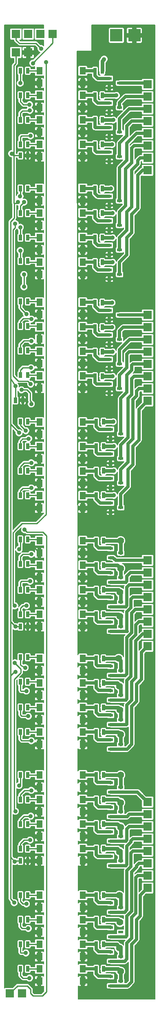
<source format=gtl>
G04 (created by PCBNEW (2013-07-07 BZR 4022)-stable) date 9/25/2014 11:35:05 PM*
%MOIN*%
G04 Gerber Fmt 3.4, Leading zero omitted, Abs format*
%FSLAX34Y34*%
G01*
G70*
G90*
G04 APERTURE LIST*
%ADD10C,0.00590551*%
%ADD11R,0.0511811X0.0590551*%
%ADD12R,0.025X0.045*%
%ADD13R,0.0708661X0.0708661*%
%ADD14R,0.1X0.1*%
%ADD15R,0.0394X0.0236*%
%ADD16C,0.035*%
%ADD17C,0.055*%
%ADD18C,0.01*%
%ADD19C,0.03*%
%ADD20C,0.025*%
%ADD21C,0.008*%
G04 APERTURE END LIST*
G54D10*
G54D11*
X76456Y-23976D03*
X76456Y-24976D03*
X76456Y-25976D03*
X76456Y-26976D03*
X76456Y-27976D03*
X76456Y-28976D03*
X76456Y-29976D03*
X76456Y-30976D03*
X80000Y-30976D03*
X80000Y-29976D03*
X80000Y-28976D03*
X80000Y-27976D03*
X80000Y-26976D03*
X80000Y-25976D03*
X80000Y-24976D03*
X80000Y-23976D03*
X76456Y-52700D03*
X76456Y-53700D03*
X76456Y-54700D03*
X76456Y-55700D03*
X76456Y-56700D03*
X76456Y-57700D03*
X76456Y-58700D03*
X76456Y-59700D03*
X80000Y-59700D03*
X80000Y-58700D03*
X80000Y-57700D03*
X80000Y-56700D03*
X80000Y-55700D03*
X80000Y-54700D03*
X80000Y-53700D03*
X80000Y-52700D03*
X76456Y-81600D03*
X76456Y-82600D03*
X76456Y-83600D03*
X76456Y-84600D03*
X76456Y-85600D03*
X76456Y-86600D03*
X76456Y-87600D03*
X76456Y-88600D03*
X80000Y-88600D03*
X80000Y-87600D03*
X80000Y-86600D03*
X80000Y-85600D03*
X80000Y-84600D03*
X80000Y-83600D03*
X80000Y-82600D03*
X80000Y-81600D03*
X76456Y-33267D03*
X76456Y-34267D03*
X76456Y-35267D03*
X76456Y-36267D03*
X76456Y-37267D03*
X76456Y-38267D03*
X76456Y-39267D03*
X76456Y-40267D03*
X80000Y-40267D03*
X80000Y-39267D03*
X80000Y-38267D03*
X80000Y-37267D03*
X80000Y-36267D03*
X80000Y-35267D03*
X80000Y-34267D03*
X80000Y-33267D03*
X76456Y-43031D03*
X76456Y-44031D03*
X76456Y-45031D03*
X76456Y-46031D03*
X76456Y-47031D03*
X76456Y-48031D03*
X76456Y-49031D03*
X76456Y-50031D03*
X80000Y-50031D03*
X80000Y-49031D03*
X80000Y-48031D03*
X80000Y-47031D03*
X80000Y-46031D03*
X80000Y-45031D03*
X80000Y-44031D03*
X80000Y-43031D03*
X76456Y-62300D03*
X76456Y-63300D03*
X76456Y-64300D03*
X76456Y-65300D03*
X76456Y-66300D03*
X76456Y-67300D03*
X76456Y-68300D03*
X76456Y-69300D03*
X80000Y-69300D03*
X80000Y-68300D03*
X80000Y-67300D03*
X80000Y-66300D03*
X80000Y-65300D03*
X80000Y-64300D03*
X80000Y-63300D03*
X80000Y-62300D03*
X76456Y-71800D03*
X76456Y-72800D03*
X76456Y-73800D03*
X76456Y-74800D03*
X76456Y-75800D03*
X76456Y-76800D03*
X76456Y-77800D03*
X76456Y-78800D03*
X80000Y-78800D03*
X80000Y-77800D03*
X80000Y-76800D03*
X80000Y-75800D03*
X80000Y-74800D03*
X80000Y-73800D03*
X80000Y-72800D03*
X80000Y-71800D03*
X76456Y-14400D03*
X76456Y-15400D03*
X76456Y-16400D03*
X76456Y-17400D03*
X76456Y-18400D03*
X76456Y-19400D03*
X76456Y-20400D03*
X76456Y-21400D03*
X80000Y-21400D03*
X80000Y-20400D03*
X80000Y-19400D03*
X80000Y-18400D03*
X80000Y-17400D03*
X80000Y-16400D03*
X80000Y-15400D03*
X80000Y-14400D03*
G54D12*
X81700Y-64300D03*
X81100Y-64300D03*
X81700Y-56700D03*
X81100Y-56700D03*
X81700Y-66300D03*
X81100Y-66300D03*
X81700Y-62300D03*
X81100Y-62300D03*
X75500Y-68300D03*
X74900Y-68300D03*
X75500Y-66300D03*
X74900Y-66300D03*
X75500Y-64200D03*
X74900Y-64200D03*
X75500Y-62200D03*
X74900Y-62200D03*
X81700Y-58700D03*
X81100Y-58700D03*
X81700Y-47000D03*
X81100Y-47000D03*
X81700Y-77800D03*
X81100Y-77800D03*
X81700Y-87600D03*
X81100Y-87600D03*
X81700Y-85600D03*
X81100Y-85600D03*
X81700Y-83600D03*
X81100Y-83600D03*
X81700Y-81600D03*
X81100Y-81600D03*
X75500Y-87600D03*
X74900Y-87600D03*
X75500Y-85600D03*
X74900Y-85600D03*
X75500Y-83600D03*
X74900Y-83600D03*
X75500Y-81600D03*
X74900Y-81600D03*
X81700Y-68300D03*
X81100Y-68300D03*
X81700Y-75800D03*
X81100Y-75800D03*
X81700Y-73800D03*
X81100Y-73800D03*
X81700Y-71800D03*
X81100Y-71800D03*
X75500Y-77800D03*
X74900Y-77800D03*
X75500Y-75800D03*
X74900Y-75800D03*
X75500Y-73800D03*
X74900Y-73800D03*
X75500Y-71800D03*
X74900Y-71800D03*
X75500Y-24000D03*
X74900Y-24000D03*
X75500Y-35200D03*
X74900Y-35200D03*
X75500Y-33200D03*
X74900Y-33200D03*
X81600Y-30000D03*
X81000Y-30000D03*
X81600Y-28000D03*
X81000Y-28000D03*
X81600Y-26000D03*
X81000Y-26000D03*
X81600Y-24000D03*
X81000Y-24000D03*
X75500Y-29900D03*
X74900Y-29900D03*
X75500Y-28000D03*
X74900Y-28000D03*
X75500Y-26000D03*
X74900Y-26000D03*
X81700Y-54700D03*
X81100Y-54700D03*
X81600Y-20400D03*
X81000Y-20400D03*
X81600Y-18400D03*
X81000Y-18400D03*
X81600Y-16400D03*
X81000Y-16400D03*
X81600Y-14400D03*
X81000Y-14400D03*
X75500Y-20400D03*
X74900Y-20400D03*
X75500Y-18400D03*
X74900Y-18400D03*
X75500Y-16400D03*
X74900Y-16400D03*
X75500Y-14400D03*
X74900Y-14400D03*
X75500Y-37200D03*
X74900Y-37200D03*
X81700Y-52700D03*
X81100Y-52700D03*
X75500Y-58700D03*
X74900Y-58700D03*
X75500Y-56700D03*
X74900Y-56700D03*
X75500Y-54600D03*
X74900Y-54600D03*
X75500Y-52600D03*
X74900Y-52600D03*
X81700Y-49000D03*
X81100Y-49000D03*
X81700Y-45000D03*
X81100Y-45000D03*
X81700Y-43000D03*
X81100Y-43000D03*
X75500Y-49000D03*
X74900Y-49000D03*
X75500Y-39200D03*
X74900Y-39200D03*
X81600Y-33300D03*
X81000Y-33300D03*
X81600Y-35300D03*
X81000Y-35300D03*
X81600Y-37300D03*
X81000Y-37300D03*
X81600Y-39300D03*
X81000Y-39300D03*
X75500Y-43000D03*
X74900Y-43000D03*
X75500Y-45000D03*
X74900Y-45000D03*
X75500Y-47000D03*
X74900Y-47000D03*
G54D13*
X85300Y-20500D03*
X85300Y-19500D03*
X85300Y-21500D03*
X85300Y-22500D03*
X85300Y-18500D03*
X85300Y-17500D03*
X85300Y-15500D03*
X85300Y-16500D03*
X85300Y-79000D03*
X85300Y-78000D03*
X85300Y-80000D03*
X85300Y-81000D03*
X85300Y-77000D03*
X85300Y-76000D03*
X85300Y-74000D03*
X85300Y-75000D03*
X85300Y-59300D03*
X85300Y-58300D03*
X85300Y-60300D03*
X85300Y-61300D03*
X85300Y-57300D03*
X85300Y-56300D03*
X85300Y-54300D03*
X85300Y-55300D03*
X85300Y-39300D03*
X85300Y-38300D03*
X85300Y-40300D03*
X85300Y-41300D03*
X85300Y-37300D03*
X85300Y-36300D03*
X85300Y-34300D03*
X85300Y-35300D03*
X74550Y-11400D03*
X75550Y-11400D03*
X77550Y-11400D03*
X76550Y-11400D03*
G54D14*
X82750Y-11500D03*
X84224Y-11500D03*
G54D13*
X74050Y-89600D03*
X75050Y-89600D03*
X74550Y-12900D03*
X75550Y-12900D03*
G54D15*
X82184Y-15025D03*
X83016Y-15400D03*
X82184Y-15775D03*
X82184Y-19025D03*
X83016Y-19400D03*
X82184Y-19775D03*
X82284Y-57325D03*
X83116Y-57700D03*
X82284Y-58075D03*
X82284Y-55325D03*
X83116Y-55700D03*
X82284Y-56075D03*
X82184Y-21025D03*
X83016Y-21400D03*
X82184Y-21775D03*
X82284Y-45625D03*
X83116Y-46000D03*
X82284Y-46375D03*
X82284Y-53325D03*
X83116Y-53700D03*
X82284Y-54075D03*
X82184Y-35925D03*
X83016Y-36300D03*
X82184Y-36675D03*
X82284Y-47625D03*
X83116Y-48000D03*
X82284Y-48375D03*
X82184Y-33925D03*
X83016Y-34300D03*
X82184Y-34675D03*
X82284Y-43625D03*
X83116Y-44000D03*
X82284Y-44375D03*
X82184Y-24625D03*
X83016Y-25000D03*
X82184Y-25375D03*
X82184Y-39925D03*
X83016Y-40300D03*
X82184Y-40675D03*
X82184Y-26625D03*
X83016Y-27000D03*
X82184Y-27375D03*
X82284Y-49625D03*
X83116Y-50000D03*
X82284Y-50375D03*
X82184Y-28625D03*
X83016Y-29000D03*
X82184Y-29375D03*
X82184Y-30625D03*
X83016Y-31000D03*
X82184Y-31375D03*
X82184Y-37925D03*
X83016Y-38300D03*
X82184Y-38675D03*
X82284Y-88225D03*
X83116Y-88600D03*
X82284Y-88975D03*
X82284Y-86225D03*
X83116Y-86600D03*
X82284Y-86975D03*
X82284Y-84225D03*
X83116Y-84600D03*
X82284Y-84975D03*
X82284Y-82225D03*
X83116Y-82600D03*
X82284Y-82975D03*
X82284Y-78425D03*
X83116Y-78800D03*
X82284Y-79175D03*
X82284Y-76425D03*
X83116Y-76800D03*
X82284Y-77175D03*
X82284Y-74425D03*
X83116Y-74800D03*
X82284Y-75175D03*
X82284Y-72425D03*
X83116Y-72800D03*
X82284Y-73175D03*
X82284Y-68925D03*
X83116Y-69300D03*
X82284Y-69675D03*
X82284Y-66925D03*
X83116Y-67300D03*
X82284Y-67675D03*
X82284Y-64925D03*
X83116Y-65300D03*
X82284Y-65675D03*
X82284Y-62925D03*
X83116Y-63300D03*
X82284Y-63675D03*
X82284Y-59325D03*
X83116Y-59700D03*
X82284Y-60075D03*
X82184Y-17025D03*
X83016Y-17400D03*
X82184Y-17775D03*
G54D12*
X75500Y-21300D03*
X74900Y-21300D03*
X75100Y-41250D03*
X74500Y-41250D03*
X74900Y-59700D03*
X75500Y-59700D03*
X74900Y-78800D03*
X75500Y-78800D03*
G54D16*
X75200Y-32000D03*
X75200Y-31000D03*
X81750Y-13450D03*
G54D17*
X83100Y-87800D03*
X83000Y-85900D03*
X83050Y-83800D03*
X83000Y-81600D03*
X83000Y-78050D03*
X83100Y-76050D03*
X83100Y-74050D03*
X83100Y-71800D03*
X83100Y-68500D03*
X83050Y-66500D03*
X83000Y-64550D03*
X82950Y-62300D03*
X83050Y-58850D03*
X83050Y-56900D03*
X83100Y-54950D03*
X83100Y-52700D03*
G54D16*
X82550Y-49000D03*
X82550Y-47000D03*
X82550Y-45000D03*
X82500Y-43000D03*
X82450Y-39300D03*
X82450Y-37300D03*
X82400Y-35300D03*
X82400Y-33300D03*
X82450Y-30000D03*
X82450Y-28000D03*
X82450Y-26000D03*
X82300Y-24000D03*
X82400Y-20400D03*
X82500Y-18400D03*
X82750Y-16400D03*
X75000Y-40400D03*
X75800Y-41550D03*
X76600Y-12575D03*
X75600Y-86950D03*
X73950Y-88700D03*
X75650Y-29200D03*
X75450Y-27350D03*
X75150Y-13750D03*
X75550Y-50750D03*
X75550Y-50050D03*
X76300Y-89350D03*
X75550Y-84950D03*
X75350Y-82950D03*
X75450Y-80000D03*
X75700Y-76450D03*
X74750Y-76650D03*
X75750Y-74450D03*
X75750Y-72400D03*
X75700Y-69750D03*
X75500Y-67650D03*
X75350Y-65650D03*
X75350Y-63550D03*
X75300Y-61000D03*
X75700Y-55300D03*
X74750Y-55300D03*
X75800Y-53200D03*
X75500Y-57350D03*
X74700Y-38350D03*
X75200Y-41800D03*
X73900Y-14650D03*
X73900Y-20150D03*
G54D17*
X80850Y-88750D03*
X80800Y-86800D03*
X80800Y-84700D03*
X80800Y-82750D03*
X80900Y-79050D03*
X80750Y-76950D03*
X80900Y-75000D03*
X80850Y-72950D03*
X80850Y-69500D03*
X80800Y-67450D03*
X80900Y-65450D03*
X80950Y-63450D03*
X80900Y-59900D03*
X80850Y-57900D03*
X80850Y-55800D03*
X80950Y-53800D03*
X80900Y-50150D03*
X80800Y-48150D03*
X80850Y-46100D03*
X80900Y-44200D03*
X80800Y-40500D03*
X80800Y-38400D03*
X80750Y-36450D03*
X80850Y-34400D03*
X80850Y-31250D03*
X80750Y-29100D03*
X80850Y-27150D03*
X80850Y-25150D03*
X80850Y-21700D03*
X80800Y-19550D03*
X80900Y-17550D03*
X80950Y-15600D03*
X81450Y-12650D03*
X84800Y-13200D03*
G54D16*
X77000Y-13700D03*
X74450Y-58000D03*
X75925Y-13775D03*
X75250Y-51800D03*
X75800Y-73050D03*
X75550Y-67000D03*
X75800Y-69000D03*
X74800Y-72650D03*
X75750Y-75150D03*
X75700Y-77100D03*
X75300Y-63050D03*
X75400Y-64950D03*
X75650Y-88350D03*
X75400Y-82300D03*
X75550Y-84300D03*
X75350Y-86300D03*
X74500Y-74750D03*
X74450Y-62650D03*
X74800Y-53400D03*
X75800Y-53800D03*
X75700Y-56000D03*
X75400Y-58000D03*
X74900Y-15400D03*
X75725Y-19700D03*
X75650Y-17150D03*
X75675Y-17625D03*
X74875Y-24625D03*
X75200Y-25100D03*
X74900Y-27150D03*
X74900Y-29050D03*
X75400Y-34225D03*
X75800Y-34625D03*
X75800Y-36425D03*
X75800Y-46350D03*
X75775Y-38600D03*
X75350Y-43725D03*
X75575Y-44375D03*
X75800Y-48400D03*
X75750Y-39925D03*
X74475Y-26850D03*
X74200Y-21150D03*
X74450Y-78850D03*
X74500Y-63400D03*
X74400Y-82200D03*
X74500Y-59700D03*
X74800Y-43900D03*
X74500Y-40100D03*
X74700Y-25075D03*
G54D18*
X75200Y-31000D02*
X75200Y-32000D01*
G54D19*
X81600Y-14400D02*
X81600Y-13600D01*
X81600Y-13600D02*
X81750Y-13450D01*
X83116Y-53700D02*
X83116Y-52716D01*
X83116Y-52716D02*
X83100Y-52700D01*
X83116Y-55700D02*
X83116Y-54966D01*
X83116Y-54966D02*
X83100Y-54950D01*
X83116Y-57700D02*
X83116Y-56966D01*
X83116Y-56966D02*
X83050Y-56900D01*
X83116Y-59700D02*
X83116Y-58916D01*
X83116Y-58916D02*
X83050Y-58850D01*
X83116Y-63300D02*
X83116Y-62466D01*
X83116Y-62466D02*
X82950Y-62300D01*
X83116Y-65300D02*
X83116Y-64666D01*
X83116Y-64666D02*
X83000Y-64550D01*
X83116Y-67300D02*
X83116Y-66566D01*
X83116Y-66566D02*
X83050Y-66500D01*
X83116Y-69300D02*
X83116Y-68516D01*
X83116Y-68516D02*
X83100Y-68500D01*
X83116Y-72800D02*
X83116Y-71816D01*
X83116Y-71816D02*
X83100Y-71800D01*
X83116Y-74800D02*
X83116Y-74066D01*
X83116Y-74066D02*
X83100Y-74050D01*
X83116Y-76800D02*
X83116Y-76066D01*
X83116Y-76066D02*
X83100Y-76050D01*
X83116Y-78800D02*
X83116Y-78166D01*
X83116Y-78166D02*
X83000Y-78050D01*
X83116Y-82600D02*
X83116Y-81716D01*
X83116Y-81716D02*
X83000Y-81600D01*
X83116Y-86600D02*
X83116Y-86016D01*
X83116Y-86016D02*
X83000Y-85900D01*
X83116Y-88600D02*
X83116Y-87816D01*
X83116Y-87816D02*
X83100Y-87800D01*
X81700Y-87600D02*
X82900Y-87600D01*
X82900Y-87600D02*
X83100Y-87800D01*
X81700Y-85600D02*
X82800Y-85600D01*
X82800Y-85600D02*
X83000Y-85900D01*
X81700Y-83600D02*
X82900Y-83600D01*
X82900Y-83600D02*
X83050Y-83800D01*
X81700Y-81600D02*
X83000Y-81600D01*
X81700Y-77800D02*
X82850Y-77800D01*
X82850Y-77800D02*
X83000Y-78050D01*
X81700Y-75800D02*
X82850Y-75800D01*
X82850Y-75800D02*
X83100Y-76050D01*
X81700Y-73800D02*
X82850Y-73800D01*
X82850Y-73800D02*
X83100Y-74050D01*
X81700Y-71800D02*
X83100Y-71800D01*
X81700Y-68300D02*
X82900Y-68300D01*
X82900Y-68300D02*
X83100Y-68500D01*
X81700Y-66300D02*
X82900Y-66300D01*
X82900Y-66300D02*
X83050Y-66500D01*
X81700Y-64300D02*
X82850Y-64300D01*
X82850Y-64300D02*
X83000Y-64550D01*
X81700Y-62300D02*
X82950Y-62300D01*
X81700Y-58700D02*
X82950Y-58700D01*
X82950Y-58700D02*
X83050Y-58850D01*
X81700Y-56700D02*
X82950Y-56700D01*
X82950Y-56700D02*
X83050Y-56900D01*
X81700Y-54700D02*
X82850Y-54700D01*
X82850Y-54700D02*
X83100Y-54950D01*
X81700Y-52700D02*
X83100Y-52700D01*
X81700Y-49000D02*
X82550Y-49000D01*
X81700Y-47000D02*
X82550Y-47000D01*
X81700Y-45000D02*
X82550Y-45000D01*
X81700Y-43000D02*
X82500Y-43000D01*
X81600Y-39300D02*
X82450Y-39300D01*
X81600Y-37300D02*
X82450Y-37300D01*
X81600Y-35300D02*
X82400Y-35300D01*
X81600Y-33300D02*
X82400Y-33300D01*
X81600Y-30000D02*
X82450Y-30000D01*
X81600Y-28000D02*
X82450Y-28000D01*
X81600Y-26000D02*
X82450Y-26000D01*
X81600Y-24000D02*
X82300Y-24000D01*
X81600Y-20400D02*
X82400Y-20400D01*
X81600Y-18400D02*
X82500Y-18400D01*
X81600Y-16400D02*
X82750Y-16400D01*
G54D18*
X75800Y-41550D02*
X75800Y-41400D01*
X75450Y-40400D02*
X75000Y-40400D01*
X75700Y-40650D02*
X75450Y-40400D01*
X75700Y-41300D02*
X75700Y-40650D01*
X75800Y-41400D02*
X75700Y-41300D01*
X74550Y-11400D02*
X74550Y-11875D01*
X74550Y-11875D02*
X74825Y-12150D01*
X74825Y-12150D02*
X76175Y-12150D01*
X76175Y-12150D02*
X76600Y-12575D01*
X75600Y-86950D02*
X74750Y-86950D01*
X75950Y-86600D02*
X75600Y-86950D01*
X76456Y-86600D02*
X75950Y-86600D01*
X73950Y-87750D02*
X73950Y-88700D01*
X74750Y-86950D02*
X73950Y-87750D01*
X76456Y-28976D02*
X75873Y-28976D01*
X75873Y-28976D02*
X75650Y-29200D01*
X76456Y-26976D02*
X75823Y-26976D01*
X75823Y-26976D02*
X75450Y-27350D01*
X75550Y-12900D02*
X75550Y-13350D01*
X75550Y-13350D02*
X75150Y-13750D01*
X76456Y-50031D02*
X75568Y-50031D01*
X75568Y-50031D02*
X75550Y-50050D01*
X76456Y-88600D02*
X76456Y-89193D01*
X76456Y-89193D02*
X76300Y-89350D01*
X76456Y-84600D02*
X75900Y-84600D01*
X75900Y-84600D02*
X75550Y-84950D01*
X76456Y-82600D02*
X75700Y-82600D01*
X75700Y-82600D02*
X75350Y-82950D01*
X75700Y-76450D02*
X74950Y-76450D01*
X76050Y-76800D02*
X75700Y-76450D01*
X76456Y-76800D02*
X76050Y-76800D01*
X74950Y-76450D02*
X74750Y-76650D01*
X76456Y-74800D02*
X76100Y-74800D01*
X76100Y-74800D02*
X75750Y-74450D01*
X76456Y-72800D02*
X76150Y-72800D01*
X76150Y-72800D02*
X75750Y-72400D01*
X76456Y-69300D02*
X76150Y-69300D01*
X76150Y-69300D02*
X75700Y-69750D01*
X76456Y-67300D02*
X75850Y-67300D01*
X75850Y-67300D02*
X75500Y-67650D01*
X76456Y-65300D02*
X75700Y-65300D01*
X75700Y-65300D02*
X75350Y-65650D01*
X76456Y-63300D02*
X75600Y-63300D01*
X75600Y-63300D02*
X75350Y-63550D01*
X74750Y-55300D02*
X75700Y-55300D01*
X76100Y-55700D02*
X75700Y-55300D01*
X76100Y-55700D02*
X76456Y-55700D01*
X75800Y-53200D02*
X75956Y-53200D01*
X75956Y-53200D02*
X76456Y-53700D01*
X76456Y-57700D02*
X75850Y-57700D01*
X75850Y-57700D02*
X75500Y-57350D01*
X76456Y-38267D02*
X76067Y-38267D01*
X74950Y-38100D02*
X74700Y-38350D01*
X75900Y-38100D02*
X74950Y-38100D01*
X76067Y-38267D02*
X75900Y-38100D01*
X73900Y-20150D02*
X73900Y-14650D01*
X80000Y-88600D02*
X80700Y-88600D01*
X80700Y-88600D02*
X80850Y-88750D01*
X80000Y-86600D02*
X80600Y-86600D01*
X80600Y-86600D02*
X80800Y-86800D01*
X80000Y-84600D02*
X80700Y-84600D01*
X80700Y-84600D02*
X80800Y-84700D01*
X80000Y-82600D02*
X80650Y-82600D01*
X80650Y-82600D02*
X80800Y-82750D01*
X80000Y-78800D02*
X80650Y-78800D01*
X80650Y-78800D02*
X80900Y-79050D01*
X80000Y-76800D02*
X80600Y-76800D01*
X80600Y-76800D02*
X80750Y-76950D01*
X80000Y-74800D02*
X80700Y-74800D01*
X80700Y-74800D02*
X80900Y-75000D01*
X80000Y-72800D02*
X80700Y-72800D01*
X80700Y-72800D02*
X80850Y-72950D01*
X80000Y-69300D02*
X80650Y-69300D01*
X80650Y-69300D02*
X80850Y-69500D01*
X80000Y-67300D02*
X80650Y-67300D01*
X80650Y-67300D02*
X80800Y-67450D01*
X80000Y-65300D02*
X80750Y-65300D01*
X80750Y-65300D02*
X80900Y-65450D01*
X80000Y-63300D02*
X80800Y-63300D01*
X80800Y-63300D02*
X80950Y-63450D01*
X80000Y-59700D02*
X80700Y-59700D01*
X80700Y-59700D02*
X80900Y-59900D01*
X80000Y-57700D02*
X80650Y-57700D01*
X80650Y-57700D02*
X80850Y-57900D01*
X80000Y-55700D02*
X80750Y-55700D01*
X80750Y-55700D02*
X80850Y-55800D01*
X80000Y-53700D02*
X80850Y-53700D01*
X80850Y-53700D02*
X80950Y-53800D01*
X80000Y-50031D02*
X80781Y-50031D01*
X80781Y-50031D02*
X80900Y-50150D01*
X80000Y-48031D02*
X80681Y-48031D01*
X80681Y-48031D02*
X80800Y-48150D01*
X80000Y-46031D02*
X80781Y-46031D01*
X80781Y-46031D02*
X80850Y-46100D01*
X80000Y-44031D02*
X80731Y-44031D01*
X80731Y-44031D02*
X80900Y-44200D01*
X80000Y-40267D02*
X80567Y-40267D01*
X80567Y-40267D02*
X80800Y-40500D01*
X80000Y-38267D02*
X80667Y-38267D01*
X80667Y-38267D02*
X80800Y-38400D01*
X80000Y-36267D02*
X80567Y-36267D01*
X80567Y-36267D02*
X80750Y-36450D01*
X80000Y-34267D02*
X80717Y-34267D01*
X80717Y-34267D02*
X80850Y-34400D01*
X80000Y-30976D02*
X80576Y-30976D01*
X80576Y-30976D02*
X80850Y-31250D01*
X80000Y-28976D02*
X80626Y-28976D01*
X80626Y-28976D02*
X80750Y-29100D01*
X80000Y-26976D02*
X80676Y-26976D01*
X80676Y-26976D02*
X80850Y-27150D01*
X80000Y-24976D02*
X80676Y-24976D01*
X80676Y-24976D02*
X80850Y-25150D01*
X80000Y-21400D02*
X80550Y-21400D01*
X80550Y-21400D02*
X80850Y-21700D01*
X80000Y-19400D02*
X80650Y-19400D01*
X80650Y-19400D02*
X80800Y-19550D01*
X80000Y-17400D02*
X80750Y-17400D01*
X80750Y-17400D02*
X80900Y-17550D01*
X80000Y-15400D02*
X80750Y-15400D01*
X80750Y-15400D02*
X80950Y-15600D01*
X84224Y-11500D02*
X84224Y-12376D01*
X83950Y-12650D02*
X81450Y-12650D01*
X84224Y-12376D02*
X83950Y-12650D01*
X84224Y-11500D02*
X84224Y-12624D01*
X84224Y-12624D02*
X84800Y-13200D01*
X74450Y-51900D02*
X74450Y-51900D01*
X74300Y-57850D02*
X74450Y-58000D01*
X74300Y-52050D02*
X74300Y-57850D01*
X74450Y-51900D02*
X74300Y-52050D01*
X77000Y-13700D02*
X77000Y-15800D01*
X77000Y-15800D02*
X77000Y-15900D01*
X77000Y-15900D02*
X77000Y-50550D01*
X77000Y-50550D02*
X76250Y-51300D01*
X76250Y-51300D02*
X75050Y-51300D01*
X75050Y-51300D02*
X74450Y-51900D01*
X77550Y-11400D02*
X77550Y-12125D01*
X75925Y-13750D02*
X75925Y-13775D01*
X77550Y-12125D02*
X75925Y-13750D01*
X74675Y-88975D02*
X75475Y-88975D01*
X77050Y-89450D02*
X77050Y-89150D01*
X76700Y-89800D02*
X77050Y-89450D01*
X75950Y-89800D02*
X76700Y-89800D01*
X75750Y-89600D02*
X75950Y-89800D01*
X75750Y-89250D02*
X75750Y-89600D01*
X75475Y-88975D02*
X75750Y-89250D01*
X74675Y-88975D02*
X74050Y-89600D01*
X77050Y-52300D02*
X77050Y-89150D01*
X76750Y-52000D02*
X77050Y-52300D01*
X75450Y-52000D02*
X76750Y-52000D01*
X75250Y-51800D02*
X75450Y-52000D01*
X74900Y-73400D02*
X74900Y-73800D01*
X75250Y-73050D02*
X74900Y-73400D01*
X75800Y-73050D02*
X75250Y-73050D01*
X74900Y-66900D02*
X74900Y-66300D01*
X75000Y-67000D02*
X74900Y-66900D01*
X75550Y-67000D02*
X75000Y-67000D01*
X74900Y-68900D02*
X74900Y-68300D01*
X75000Y-69000D02*
X74900Y-68900D01*
X75800Y-69000D02*
X75000Y-69000D01*
X74900Y-72550D02*
X74900Y-71800D01*
X74800Y-72650D02*
X74900Y-72550D01*
X74900Y-75450D02*
X74900Y-75800D01*
X75200Y-75150D02*
X74900Y-75450D01*
X75750Y-75150D02*
X75200Y-75150D01*
X74900Y-77400D02*
X74900Y-77800D01*
X75200Y-77100D02*
X74900Y-77400D01*
X75700Y-77100D02*
X75200Y-77100D01*
G54D20*
X80000Y-87600D02*
X81100Y-87600D01*
X81100Y-87600D02*
X81100Y-88000D01*
X81100Y-88000D02*
X81300Y-88200D01*
X81300Y-88200D02*
X82259Y-88200D01*
X82259Y-88200D02*
X82284Y-88225D01*
X80000Y-85600D02*
X81100Y-85600D01*
X81100Y-85600D02*
X81100Y-86000D01*
X81100Y-86000D02*
X81300Y-86200D01*
X81300Y-86200D02*
X82259Y-86200D01*
X82259Y-86200D02*
X82284Y-86225D01*
G54D18*
X74900Y-62800D02*
X74900Y-62200D01*
X74950Y-62850D02*
X74900Y-62800D01*
X75300Y-63050D02*
X74950Y-62850D01*
X74900Y-64900D02*
X74900Y-64200D01*
X74950Y-64950D02*
X74900Y-64900D01*
X75400Y-64950D02*
X74950Y-64950D01*
G54D20*
X80000Y-62300D02*
X81100Y-62300D01*
X81100Y-62300D02*
X81100Y-62800D01*
X81100Y-62800D02*
X81200Y-62900D01*
X81200Y-62900D02*
X82259Y-62900D01*
X82259Y-62900D02*
X82284Y-62925D01*
X80000Y-64300D02*
X81100Y-64300D01*
X81100Y-64300D02*
X81100Y-64700D01*
X81100Y-64700D02*
X81300Y-64900D01*
X81300Y-64900D02*
X82259Y-64900D01*
X82259Y-64900D02*
X82284Y-64925D01*
G54D18*
X75500Y-68300D02*
X76456Y-68300D01*
X75500Y-62200D02*
X76356Y-62200D01*
X76356Y-62200D02*
X76456Y-62300D01*
X75500Y-64200D02*
X76356Y-64200D01*
X76356Y-64200D02*
X76456Y-64300D01*
X76456Y-66300D02*
X75500Y-66300D01*
G54D20*
X80000Y-66300D02*
X81100Y-66300D01*
X81100Y-66300D02*
X81100Y-66700D01*
X81100Y-66700D02*
X81300Y-66900D01*
X81300Y-66900D02*
X82259Y-66900D01*
X82259Y-66900D02*
X82284Y-66925D01*
X80000Y-71800D02*
X81100Y-71800D01*
X81100Y-71800D02*
X81100Y-72300D01*
X81100Y-72300D02*
X81200Y-72400D01*
X81200Y-72400D02*
X82259Y-72400D01*
X82259Y-72400D02*
X82284Y-72425D01*
X80000Y-73800D02*
X81100Y-73800D01*
X81100Y-73800D02*
X81100Y-74200D01*
X81100Y-74200D02*
X81300Y-74400D01*
X81300Y-74400D02*
X82259Y-74400D01*
X82259Y-74400D02*
X82284Y-74425D01*
G54D18*
X76456Y-73800D02*
X75500Y-73800D01*
G54D20*
X80000Y-68300D02*
X81100Y-68300D01*
X81100Y-68300D02*
X81100Y-68800D01*
X81100Y-68800D02*
X81225Y-68925D01*
X81225Y-68925D02*
X82284Y-68925D01*
G54D18*
X75500Y-71800D02*
X76456Y-71800D01*
X75500Y-75800D02*
X76456Y-75800D01*
X76456Y-77800D02*
X75500Y-77800D01*
G54D20*
X80000Y-54700D02*
X81100Y-54700D01*
X81100Y-54700D02*
X81100Y-55100D01*
X81100Y-55100D02*
X81300Y-55300D01*
X81300Y-55300D02*
X82259Y-55300D01*
X82259Y-55300D02*
X82284Y-55325D01*
X80000Y-56700D02*
X81100Y-56700D01*
X81100Y-56700D02*
X81100Y-57100D01*
X81100Y-57100D02*
X81300Y-57300D01*
X81300Y-57300D02*
X82259Y-57300D01*
X82259Y-57300D02*
X82284Y-57325D01*
G54D18*
X74900Y-88150D02*
X74900Y-87600D01*
X75100Y-88350D02*
X74900Y-88150D01*
X75650Y-88350D02*
X75100Y-88350D01*
X74900Y-82100D02*
X74900Y-81600D01*
X75100Y-82300D02*
X74900Y-82100D01*
X75400Y-82300D02*
X75100Y-82300D01*
X74900Y-84150D02*
X74900Y-83600D01*
X75050Y-84300D02*
X74900Y-84150D01*
X75550Y-84300D02*
X75050Y-84300D01*
X74900Y-86250D02*
X74900Y-85600D01*
X74950Y-86300D02*
X74900Y-86250D01*
X75350Y-86300D02*
X74950Y-86300D01*
G54D20*
X80000Y-52700D02*
X81100Y-52700D01*
X81100Y-52700D02*
X81100Y-53100D01*
X81100Y-53100D02*
X81300Y-53300D01*
X81300Y-53300D02*
X82259Y-53300D01*
X82259Y-53300D02*
X82284Y-53325D01*
G54D18*
X74400Y-64350D02*
X74400Y-64000D01*
X74500Y-74750D02*
X74400Y-74650D01*
X74400Y-74650D02*
X74400Y-64350D01*
X74950Y-63150D02*
X74450Y-62650D01*
X74950Y-63450D02*
X74950Y-63150D01*
X74400Y-64000D02*
X74950Y-63450D01*
G54D20*
X80000Y-58700D02*
X81100Y-58700D01*
X81100Y-58700D02*
X81100Y-59200D01*
X81100Y-59200D02*
X81225Y-59325D01*
X81225Y-59325D02*
X82284Y-59325D01*
G54D18*
X75500Y-52600D02*
X76356Y-52600D01*
X76356Y-52600D02*
X76456Y-52700D01*
X74900Y-53300D02*
X74900Y-52600D01*
X74800Y-53400D02*
X74900Y-53300D01*
X76456Y-54700D02*
X75600Y-54700D01*
X75600Y-54700D02*
X75500Y-54600D01*
X74900Y-54000D02*
X74900Y-54600D01*
X75100Y-53800D02*
X74900Y-54000D01*
X75800Y-53800D02*
X75100Y-53800D01*
X76456Y-56700D02*
X75500Y-56700D01*
X74900Y-56100D02*
X74900Y-56700D01*
X75000Y-56000D02*
X74900Y-56100D01*
X75700Y-56000D02*
X75000Y-56000D01*
X75500Y-58700D02*
X76456Y-58700D01*
X74900Y-58200D02*
X74900Y-58700D01*
X75100Y-58000D02*
X74900Y-58200D01*
X75400Y-58000D02*
X75100Y-58000D01*
G54D20*
X80000Y-35267D02*
X80967Y-35267D01*
X80967Y-35267D02*
X81000Y-35300D01*
X81000Y-35300D02*
X81000Y-35700D01*
X81000Y-35700D02*
X81225Y-35925D01*
X81225Y-35925D02*
X82184Y-35925D01*
X80000Y-33267D02*
X80967Y-33267D01*
X80967Y-33267D02*
X81000Y-33300D01*
X81000Y-33300D02*
X81000Y-33600D01*
X81000Y-33600D02*
X81325Y-33925D01*
X81325Y-33925D02*
X82184Y-33925D01*
G54D18*
X74900Y-15400D02*
X74900Y-14400D01*
G54D20*
X80000Y-27976D02*
X80976Y-27976D01*
X80976Y-27976D02*
X81000Y-28000D01*
X81000Y-28000D02*
X81000Y-28400D01*
X81000Y-28400D02*
X81225Y-28625D01*
X81225Y-28625D02*
X82184Y-28625D01*
X80000Y-29976D02*
X80976Y-29976D01*
X80976Y-29976D02*
X81000Y-30000D01*
X81000Y-30000D02*
X81000Y-30400D01*
X81000Y-30400D02*
X81225Y-30625D01*
X81225Y-30625D02*
X82184Y-30625D01*
G54D18*
X75500Y-33200D02*
X76388Y-33200D01*
X76388Y-33200D02*
X76456Y-33267D01*
X75500Y-35200D02*
X76388Y-35200D01*
X76388Y-35200D02*
X76456Y-35267D01*
X75500Y-37200D02*
X76388Y-37200D01*
X76388Y-37200D02*
X76456Y-37267D01*
X75500Y-39200D02*
X76388Y-39200D01*
X76388Y-39200D02*
X76456Y-39267D01*
G54D20*
X80000Y-43031D02*
X81068Y-43031D01*
X81325Y-43625D02*
X82284Y-43625D01*
X81100Y-43400D02*
X81325Y-43625D01*
X81100Y-43062D02*
X81100Y-43400D01*
X81068Y-43031D02*
X81100Y-43062D01*
X80000Y-37267D02*
X80967Y-37267D01*
X80967Y-37267D02*
X81000Y-37300D01*
X81000Y-37300D02*
X81000Y-37600D01*
X81000Y-37600D02*
X81325Y-37925D01*
X81325Y-37925D02*
X82184Y-37925D01*
X80000Y-39267D02*
X80967Y-39267D01*
X80967Y-39267D02*
X81000Y-39300D01*
X81000Y-39300D02*
X81000Y-39800D01*
X81000Y-39800D02*
X81125Y-39925D01*
X81125Y-39925D02*
X82184Y-39925D01*
G54D18*
X75500Y-43000D02*
X76425Y-43000D01*
X76425Y-43000D02*
X76456Y-43031D01*
X76456Y-45031D02*
X75531Y-45031D01*
X75531Y-45031D02*
X75500Y-45000D01*
X75500Y-47000D02*
X76425Y-47000D01*
X76425Y-47000D02*
X76456Y-47031D01*
X75500Y-49000D02*
X76425Y-49000D01*
X76425Y-49000D02*
X76456Y-49031D01*
X74900Y-19800D02*
X74900Y-20400D01*
X75000Y-19700D02*
X74900Y-19800D01*
X75725Y-19700D02*
X75000Y-19700D01*
G54D20*
X81000Y-14400D02*
X81000Y-14800D01*
X81000Y-14800D02*
X81225Y-15025D01*
X80000Y-14400D02*
X81000Y-14400D01*
X81225Y-15025D02*
X82184Y-15025D01*
X81000Y-16400D02*
X81000Y-16800D01*
X81000Y-16800D02*
X81225Y-17025D01*
X80000Y-16400D02*
X81000Y-16400D01*
X81225Y-17025D02*
X82184Y-17025D01*
X80000Y-18400D02*
X81000Y-18400D01*
X81000Y-18400D02*
X81000Y-19000D01*
X81000Y-19000D02*
X81025Y-19025D01*
X81025Y-19025D02*
X82184Y-19025D01*
G54D18*
X75150Y-17150D02*
X74900Y-16900D01*
X74900Y-16400D02*
X74900Y-16900D01*
X75650Y-17150D02*
X75150Y-17150D01*
X74900Y-17825D02*
X74900Y-18400D01*
X75075Y-17650D02*
X74900Y-17825D01*
X75650Y-17650D02*
X75075Y-17650D01*
X75675Y-17625D02*
X75650Y-17650D01*
G54D20*
X80000Y-23976D02*
X80976Y-23976D01*
X80976Y-23976D02*
X81000Y-24000D01*
X81000Y-24000D02*
X81000Y-24400D01*
X81000Y-24400D02*
X81225Y-24625D01*
X81225Y-24625D02*
X82184Y-24625D01*
X80000Y-25976D02*
X80976Y-25976D01*
X80976Y-25976D02*
X81000Y-26000D01*
X81000Y-26000D02*
X81000Y-26400D01*
X81000Y-26400D02*
X81225Y-26625D01*
X81225Y-26625D02*
X82184Y-26625D01*
G54D18*
X76456Y-25976D02*
X75523Y-25976D01*
X75523Y-25976D02*
X75500Y-26000D01*
G54D20*
X80000Y-20400D02*
X81000Y-20400D01*
X81000Y-20400D02*
X81000Y-20900D01*
X81000Y-20900D02*
X81125Y-21025D01*
X81125Y-21025D02*
X82184Y-21025D01*
G54D18*
X75500Y-24000D02*
X76433Y-24000D01*
X76433Y-24000D02*
X76456Y-23976D01*
X75500Y-28000D02*
X76433Y-28000D01*
X76433Y-28000D02*
X76456Y-27976D01*
X76456Y-29976D02*
X75576Y-29976D01*
X75576Y-29976D02*
X75500Y-29900D01*
X74900Y-24600D02*
X74900Y-24000D01*
X74875Y-24625D02*
X74900Y-24600D01*
X74900Y-25400D02*
X74900Y-26000D01*
X75200Y-25100D02*
X74900Y-25400D01*
X74900Y-27150D02*
X74900Y-28000D01*
X74900Y-29050D02*
X74900Y-29900D01*
X74900Y-33725D02*
X74900Y-33200D01*
X75400Y-34225D02*
X74900Y-33725D01*
X74900Y-34825D02*
X74900Y-35200D01*
X75150Y-34575D02*
X74900Y-34825D01*
X75750Y-34575D02*
X75150Y-34575D01*
X75800Y-34625D02*
X75750Y-34575D01*
X74900Y-36700D02*
X74900Y-37200D01*
X75200Y-36400D02*
X74900Y-36700D01*
X75775Y-36400D02*
X75200Y-36400D01*
X75800Y-36425D02*
X75775Y-36400D01*
G54D20*
X80000Y-47031D02*
X81068Y-47031D01*
X81325Y-47625D02*
X82284Y-47625D01*
X81100Y-47400D02*
X81325Y-47625D01*
X81100Y-47062D02*
X81100Y-47400D01*
X81068Y-47031D02*
X81100Y-47062D01*
X80000Y-45031D02*
X81068Y-45031D01*
X81225Y-45625D02*
X82284Y-45625D01*
X81100Y-45500D02*
X81225Y-45625D01*
X81100Y-45062D02*
X81100Y-45500D01*
X81068Y-45031D02*
X81100Y-45062D01*
X80000Y-49031D02*
X81068Y-49031D01*
X81425Y-49625D02*
X82284Y-49625D01*
X81100Y-49300D02*
X81425Y-49625D01*
X81100Y-49062D02*
X81100Y-49300D01*
X81068Y-49031D02*
X81100Y-49062D01*
G54D18*
X74900Y-46650D02*
X74900Y-47000D01*
X75200Y-46350D02*
X74900Y-46650D01*
X75800Y-46350D02*
X75200Y-46350D01*
X74900Y-38775D02*
X74900Y-39200D01*
X75100Y-38575D02*
X74900Y-38775D01*
X75750Y-38575D02*
X75100Y-38575D01*
X75775Y-38600D02*
X75750Y-38575D01*
X74900Y-43275D02*
X74900Y-43000D01*
X75350Y-43725D02*
X74900Y-43275D01*
X74900Y-44575D02*
X74900Y-45000D01*
X75075Y-44400D02*
X74900Y-44575D01*
X75550Y-44400D02*
X75075Y-44400D01*
X75575Y-44375D02*
X75550Y-44400D01*
X74900Y-48625D02*
X74900Y-49000D01*
X75100Y-48425D02*
X74900Y-48625D01*
X75775Y-48425D02*
X75100Y-48425D01*
X75800Y-48400D02*
X75775Y-48425D01*
X74475Y-26850D02*
X74475Y-27175D01*
X75750Y-39925D02*
X75500Y-39675D01*
X75500Y-39675D02*
X74725Y-39675D01*
X74725Y-39675D02*
X74475Y-39425D01*
X74300Y-39250D02*
X74475Y-39425D01*
X74300Y-27349D02*
X74300Y-39250D01*
X74475Y-27175D02*
X74300Y-27349D01*
X75500Y-20400D02*
X76456Y-20400D01*
X75500Y-14400D02*
X76456Y-14400D01*
X76456Y-16400D02*
X75500Y-16400D01*
X76456Y-18400D02*
X75500Y-18400D01*
G54D20*
X80000Y-81600D02*
X81100Y-81600D01*
X81100Y-81600D02*
X81100Y-82000D01*
X81100Y-82000D02*
X81300Y-82200D01*
X81300Y-82200D02*
X82259Y-82200D01*
X82259Y-82200D02*
X82284Y-82225D01*
X80000Y-83600D02*
X81100Y-83600D01*
X81100Y-83600D02*
X81100Y-84100D01*
X81100Y-84100D02*
X81200Y-84200D01*
X81200Y-84200D02*
X82259Y-84200D01*
X82259Y-84200D02*
X82284Y-84225D01*
X80000Y-75800D02*
X81100Y-75800D01*
X81100Y-75800D02*
X81100Y-76300D01*
X81100Y-76300D02*
X81225Y-76425D01*
X81225Y-76425D02*
X82284Y-76425D01*
X80000Y-77800D02*
X81100Y-77800D01*
X81100Y-77800D02*
X81100Y-78300D01*
X81100Y-78300D02*
X81225Y-78425D01*
X81225Y-78425D02*
X82284Y-78425D01*
G54D18*
X76456Y-81600D02*
X75500Y-81600D01*
X75500Y-83600D02*
X76456Y-83600D01*
X75500Y-85600D02*
X76456Y-85600D01*
X76456Y-87600D02*
X75500Y-87600D01*
G54D20*
X83016Y-15400D02*
X85200Y-15400D01*
X85200Y-15400D02*
X85300Y-15500D01*
X83016Y-36300D02*
X83016Y-35584D01*
X83300Y-35300D02*
X85300Y-35300D01*
X83016Y-35584D02*
X83300Y-35300D01*
X83016Y-38300D02*
X83016Y-37116D01*
X83832Y-36300D02*
X85300Y-36300D01*
X83016Y-37116D02*
X83832Y-36300D01*
X83016Y-40300D02*
X83016Y-39184D01*
X83800Y-37300D02*
X85300Y-37300D01*
X83600Y-37500D02*
X83800Y-37300D01*
X83600Y-38600D02*
X83600Y-37500D01*
X83016Y-39184D02*
X83600Y-38600D01*
X83116Y-44000D02*
X83116Y-41084D01*
X84100Y-38300D02*
X85300Y-38300D01*
X84000Y-38400D02*
X84100Y-38300D01*
X84000Y-38800D02*
X84000Y-38400D01*
X83600Y-39200D02*
X84000Y-38800D01*
X83600Y-40600D02*
X83600Y-39200D01*
X83116Y-41084D02*
X83600Y-40600D01*
X83116Y-46000D02*
X83116Y-44884D01*
X84200Y-39300D02*
X85300Y-39300D01*
X84000Y-39500D02*
X84200Y-39300D01*
X84000Y-40800D02*
X84000Y-39500D01*
X83700Y-41100D02*
X84000Y-40800D01*
X83700Y-44300D02*
X83700Y-41100D01*
X83116Y-44884D02*
X83700Y-44300D01*
X83116Y-48000D02*
X83116Y-46884D01*
X84600Y-40300D02*
X85300Y-40300D01*
X84400Y-40500D02*
X84600Y-40300D01*
X84400Y-40900D02*
X84400Y-40500D01*
X84100Y-41200D02*
X84400Y-40900D01*
X84100Y-44400D02*
X84100Y-41200D01*
X83700Y-44800D02*
X84100Y-44400D01*
X83700Y-46300D02*
X83700Y-44800D01*
X83116Y-46884D02*
X83700Y-46300D01*
X83116Y-50000D02*
X83116Y-48884D01*
X84600Y-42000D02*
X85300Y-41300D01*
X84600Y-44500D02*
X84600Y-42000D01*
X84100Y-45000D02*
X84600Y-44500D01*
X84100Y-46500D02*
X84100Y-45000D01*
X83700Y-46900D02*
X84100Y-46500D01*
X83700Y-48300D02*
X83700Y-46900D01*
X83116Y-48884D02*
X83700Y-48300D01*
X83016Y-17400D02*
X83016Y-16984D01*
X83500Y-16500D02*
X85300Y-16500D01*
X83016Y-16984D02*
X83500Y-16500D01*
X83016Y-19400D02*
X83016Y-18284D01*
X83800Y-17500D02*
X85300Y-17500D01*
X83016Y-18284D02*
X83800Y-17500D01*
X83016Y-21400D02*
X83016Y-20284D01*
X84000Y-18500D02*
X85300Y-18500D01*
X83600Y-18900D02*
X84000Y-18500D01*
X83600Y-19700D02*
X83600Y-18900D01*
X83016Y-20284D02*
X83600Y-19700D01*
X83016Y-25000D02*
X83016Y-22284D01*
X84400Y-19500D02*
X85300Y-19500D01*
X83600Y-20300D02*
X84400Y-19500D01*
X83600Y-21700D02*
X83600Y-20300D01*
X83016Y-22284D02*
X83600Y-21700D01*
X83016Y-27000D02*
X83016Y-25884D01*
X84200Y-20500D02*
X85300Y-20500D01*
X84000Y-20700D02*
X84200Y-20500D01*
X84000Y-21900D02*
X84000Y-20700D01*
X83500Y-22400D02*
X84000Y-21900D01*
X83500Y-25400D02*
X83500Y-22400D01*
X83016Y-25884D02*
X83500Y-25400D01*
X83016Y-29000D02*
X83016Y-27984D01*
X84700Y-21500D02*
X85300Y-21500D01*
X84500Y-21700D02*
X84700Y-21500D01*
X84500Y-22000D02*
X84500Y-21700D01*
X84000Y-22500D02*
X84500Y-22000D01*
X84000Y-25500D02*
X84000Y-22500D01*
X83600Y-25900D02*
X84000Y-25500D01*
X83600Y-27400D02*
X83600Y-25900D01*
X83016Y-27984D02*
X83600Y-27400D01*
X83016Y-31000D02*
X83016Y-29984D01*
X84900Y-22500D02*
X85300Y-22500D01*
X84500Y-22900D02*
X84900Y-22500D01*
X84500Y-25600D02*
X84500Y-22900D01*
X84000Y-26100D02*
X84500Y-25600D01*
X84000Y-27600D02*
X84000Y-26100D01*
X83600Y-28000D02*
X84000Y-27600D01*
X83600Y-29400D02*
X83600Y-28000D01*
X83016Y-29984D02*
X83600Y-29400D01*
X83016Y-34300D02*
X85300Y-34300D01*
X82284Y-54075D02*
X82475Y-54075D01*
X82700Y-54300D02*
X85300Y-54300D01*
X82475Y-54075D02*
X82700Y-54300D01*
X82284Y-75175D02*
X83625Y-75175D01*
X83800Y-75000D02*
X85300Y-75000D01*
X83625Y-75175D02*
X83800Y-75000D01*
X82284Y-77175D02*
X83525Y-77175D01*
X83800Y-76000D02*
X85300Y-76000D01*
X83600Y-76200D02*
X83800Y-76000D01*
X83600Y-77100D02*
X83600Y-76200D01*
X83525Y-77175D02*
X83600Y-77100D01*
X82284Y-79175D02*
X83525Y-79175D01*
X84100Y-77000D02*
X85300Y-77000D01*
X83950Y-77149D02*
X84100Y-77000D01*
X83950Y-77249D02*
X83950Y-77149D01*
X83600Y-77600D02*
X83950Y-77249D01*
X83600Y-79100D02*
X83600Y-77600D01*
X83525Y-79175D02*
X83600Y-79100D01*
X82284Y-82975D02*
X83425Y-82975D01*
X84100Y-78000D02*
X85300Y-78000D01*
X83950Y-78149D02*
X84100Y-78000D01*
X83950Y-79249D02*
X83950Y-78149D01*
X83600Y-79600D02*
X83950Y-79249D01*
X83600Y-82800D02*
X83600Y-79600D01*
X83425Y-82975D02*
X83600Y-82800D01*
X82284Y-84975D02*
X83525Y-84975D01*
X84600Y-79000D02*
X85300Y-79000D01*
X84400Y-79200D02*
X84600Y-79000D01*
X84400Y-79300D02*
X84400Y-79200D01*
X84000Y-79700D02*
X84400Y-79300D01*
X84000Y-82900D02*
X84000Y-79700D01*
X83600Y-83300D02*
X84000Y-82900D01*
X83600Y-84900D02*
X83600Y-83300D01*
X83525Y-84975D02*
X83600Y-84900D01*
X82284Y-86975D02*
X83425Y-86975D01*
X84500Y-80000D02*
X85300Y-80000D01*
X84350Y-80149D02*
X84500Y-80000D01*
X84350Y-83049D02*
X84350Y-80149D01*
X83997Y-83402D02*
X84350Y-83049D01*
X83997Y-85102D02*
X83997Y-83402D01*
X83600Y-85500D02*
X83997Y-85102D01*
X83600Y-86800D02*
X83600Y-85500D01*
X83425Y-86975D02*
X83600Y-86800D01*
X82284Y-88975D02*
X83675Y-88975D01*
X84700Y-81599D02*
X85300Y-81000D01*
X84700Y-83299D02*
X84700Y-81599D01*
X84400Y-83600D02*
X84700Y-83299D01*
X84400Y-85200D02*
X84400Y-83600D01*
X84000Y-85600D02*
X84400Y-85200D01*
X84000Y-88650D02*
X84000Y-85600D01*
X83675Y-88975D02*
X84000Y-88650D01*
X82284Y-56075D02*
X83525Y-56075D01*
X83900Y-55300D02*
X85300Y-55300D01*
X83600Y-55600D02*
X83900Y-55300D01*
X83600Y-56000D02*
X83600Y-55600D01*
X83525Y-56075D02*
X83600Y-56000D01*
X82284Y-58075D02*
X83525Y-58075D01*
X83794Y-56300D02*
X85300Y-56300D01*
X83600Y-56494D02*
X83794Y-56300D01*
X83600Y-58000D02*
X83600Y-56494D01*
X83525Y-58075D02*
X83600Y-58000D01*
X82284Y-60075D02*
X83625Y-60075D01*
X84100Y-57300D02*
X85300Y-57300D01*
X83950Y-57449D02*
X84100Y-57300D01*
X83950Y-58149D02*
X83950Y-57449D01*
X83600Y-58500D02*
X83950Y-58149D01*
X83600Y-60050D02*
X83600Y-58500D01*
X83625Y-60075D02*
X83600Y-60050D01*
X82284Y-63675D02*
X83475Y-63675D01*
X84300Y-58300D02*
X85300Y-58300D01*
X84000Y-58600D02*
X84300Y-58300D01*
X84000Y-60200D02*
X84000Y-58600D01*
X83600Y-60600D02*
X84000Y-60200D01*
X83600Y-63550D02*
X83600Y-60600D01*
X83475Y-63675D02*
X83600Y-63550D01*
X82284Y-65675D02*
X83525Y-65675D01*
X84600Y-59300D02*
X85300Y-59300D01*
X84350Y-59549D02*
X84600Y-59300D01*
X84350Y-60349D02*
X84350Y-59549D01*
X83950Y-60749D02*
X84350Y-60349D01*
X83950Y-63749D02*
X83950Y-60749D01*
X83600Y-64100D02*
X83950Y-63749D01*
X83600Y-65600D02*
X83600Y-64100D01*
X83525Y-65675D02*
X83600Y-65600D01*
X82284Y-67675D02*
X83575Y-67675D01*
X84900Y-60300D02*
X85300Y-60300D01*
X84347Y-60852D02*
X84900Y-60300D01*
X84347Y-63852D02*
X84347Y-60852D01*
X84000Y-64200D02*
X84347Y-63852D01*
X84000Y-65700D02*
X84000Y-64200D01*
X83600Y-66100D02*
X84000Y-65700D01*
X83600Y-67650D02*
X83600Y-66100D01*
X83575Y-67675D02*
X83600Y-67650D01*
X82284Y-69675D02*
X83625Y-69675D01*
X84800Y-61800D02*
X85300Y-61300D01*
X84800Y-64000D02*
X84800Y-61800D01*
X84400Y-64400D02*
X84800Y-64000D01*
X84400Y-65800D02*
X84400Y-64400D01*
X84000Y-66200D02*
X84400Y-65800D01*
X84000Y-69300D02*
X84000Y-66200D01*
X83625Y-69675D02*
X84000Y-69300D01*
X82284Y-73175D02*
X84475Y-73175D01*
X84475Y-73175D02*
X85300Y-74000D01*
G54D18*
X74900Y-21300D02*
X74350Y-21300D01*
X74350Y-21300D02*
X74200Y-21150D01*
X74375Y-20950D02*
X74375Y-20975D01*
X74375Y-20975D02*
X74200Y-21150D01*
X74550Y-12900D02*
X74550Y-13775D01*
X74550Y-13775D02*
X74375Y-13950D01*
X74500Y-41250D02*
X74500Y-40100D01*
X74900Y-78800D02*
X74500Y-78800D01*
X74500Y-78800D02*
X74450Y-78850D01*
X74900Y-59700D02*
X74800Y-59700D01*
X74800Y-59700D02*
X74500Y-59700D01*
X74100Y-78350D02*
X74100Y-78500D01*
X74100Y-78500D02*
X74450Y-78850D01*
X74500Y-63400D02*
X74400Y-63400D01*
X74400Y-63400D02*
X74100Y-63700D01*
X74100Y-78350D02*
X74100Y-81900D01*
X74100Y-81900D02*
X74400Y-82200D01*
X74100Y-62350D02*
X74100Y-63700D01*
X74100Y-63700D02*
X74100Y-78350D01*
X74100Y-59300D02*
X74100Y-62350D01*
X74100Y-43200D02*
X74100Y-59300D01*
X74100Y-59300D02*
X74500Y-59700D01*
X74100Y-43200D02*
X74800Y-43900D01*
X74100Y-43200D02*
X74100Y-39500D01*
X74400Y-25175D02*
X74400Y-26400D01*
X74100Y-39500D02*
X74500Y-40100D01*
X74100Y-26700D02*
X74100Y-39500D01*
X74400Y-26400D02*
X74100Y-26700D01*
X74375Y-25175D02*
X74400Y-25175D01*
X74400Y-25175D02*
X74600Y-25175D01*
X74375Y-13950D02*
X74375Y-20950D01*
X74375Y-20950D02*
X74375Y-25175D01*
X74600Y-25175D02*
X74700Y-25075D01*
G54D10*
G36*
X83346Y-83240D02*
X83334Y-83300D01*
X83335Y-83300D01*
X83335Y-83498D01*
X83285Y-83448D01*
X83132Y-83385D01*
X83090Y-83385D01*
X83074Y-83374D01*
X83047Y-83350D01*
X83028Y-83343D01*
X83010Y-83332D01*
X82975Y-83324D01*
X82940Y-83312D01*
X82920Y-83314D01*
X82900Y-83310D01*
X81949Y-83310D01*
X81943Y-83295D01*
X81904Y-83256D01*
X81852Y-83235D01*
X81797Y-83234D01*
X81547Y-83234D01*
X81495Y-83256D01*
X81456Y-83295D01*
X81435Y-83347D01*
X81434Y-83402D01*
X81434Y-83484D01*
X81432Y-83489D01*
X81410Y-83600D01*
X81432Y-83710D01*
X81434Y-83715D01*
X81434Y-83852D01*
X81456Y-83904D01*
X81486Y-83935D01*
X81365Y-83935D01*
X81365Y-83824D01*
X81365Y-83797D01*
X81365Y-83347D01*
X81343Y-83295D01*
X81304Y-83256D01*
X81252Y-83235D01*
X81197Y-83234D01*
X80947Y-83234D01*
X80895Y-83256D01*
X80856Y-83295D01*
X80840Y-83335D01*
X80395Y-83335D01*
X80395Y-83276D01*
X80395Y-82923D01*
X80395Y-82276D01*
X80374Y-82225D01*
X80335Y-82186D01*
X80283Y-82164D01*
X80228Y-82164D01*
X80162Y-82164D01*
X80127Y-82199D01*
X80127Y-82452D01*
X80360Y-82452D01*
X80395Y-82417D01*
X80395Y-82276D01*
X80395Y-82923D01*
X80395Y-82782D01*
X80360Y-82747D01*
X80127Y-82747D01*
X80127Y-83000D01*
X80162Y-83035D01*
X80228Y-83035D01*
X80283Y-83035D01*
X80335Y-83013D01*
X80374Y-82974D01*
X80395Y-82923D01*
X80395Y-83276D01*
X80374Y-83225D01*
X80335Y-83186D01*
X80283Y-83164D01*
X80228Y-83164D01*
X79716Y-83164D01*
X79664Y-83185D01*
X79631Y-83219D01*
X79630Y-82979D01*
X79664Y-83013D01*
X79716Y-83035D01*
X79771Y-83035D01*
X79837Y-83035D01*
X79872Y-83000D01*
X79872Y-82747D01*
X79832Y-82747D01*
X79832Y-82452D01*
X79872Y-82452D01*
X79872Y-82199D01*
X79837Y-82164D01*
X79771Y-82164D01*
X79716Y-82164D01*
X79664Y-82186D01*
X79629Y-82221D01*
X79629Y-81978D01*
X79664Y-82013D01*
X79716Y-82035D01*
X79771Y-82035D01*
X80283Y-82035D01*
X80335Y-82014D01*
X80374Y-81974D01*
X80395Y-81923D01*
X80395Y-81867D01*
X80395Y-81865D01*
X80835Y-81865D01*
X80835Y-81999D01*
X80834Y-82000D01*
X80855Y-82101D01*
X80912Y-82187D01*
X81112Y-82387D01*
X81112Y-82387D01*
X81198Y-82444D01*
X81300Y-82465D01*
X82015Y-82465D01*
X82059Y-82482D01*
X82114Y-82483D01*
X82248Y-82483D01*
X82284Y-82490D01*
X82319Y-82483D01*
X82508Y-82483D01*
X82560Y-82461D01*
X82599Y-82422D01*
X82620Y-82370D01*
X82621Y-82315D01*
X82621Y-82079D01*
X82599Y-82027D01*
X82560Y-81988D01*
X82508Y-81967D01*
X82453Y-81966D01*
X82378Y-81966D01*
X82360Y-81955D01*
X82259Y-81934D01*
X82258Y-81935D01*
X81912Y-81935D01*
X81943Y-81904D01*
X81949Y-81890D01*
X82703Y-81890D01*
X82764Y-81951D01*
X82826Y-81977D01*
X82826Y-82377D01*
X82800Y-82402D01*
X82779Y-82454D01*
X82778Y-82509D01*
X82778Y-82710D01*
X82284Y-82710D01*
X82248Y-82716D01*
X82059Y-82716D01*
X82007Y-82738D01*
X81968Y-82777D01*
X81947Y-82829D01*
X81946Y-82884D01*
X81946Y-83120D01*
X81968Y-83172D01*
X82007Y-83211D01*
X82059Y-83232D01*
X82114Y-83233D01*
X82248Y-83233D01*
X82284Y-83240D01*
X83346Y-83240D01*
X83346Y-83240D01*
G37*
G54D21*
X83346Y-83240D02*
X83334Y-83300D01*
X83335Y-83300D01*
X83335Y-83498D01*
X83285Y-83448D01*
X83132Y-83385D01*
X83090Y-83385D01*
X83074Y-83374D01*
X83047Y-83350D01*
X83028Y-83343D01*
X83010Y-83332D01*
X82975Y-83324D01*
X82940Y-83312D01*
X82920Y-83314D01*
X82900Y-83310D01*
X81949Y-83310D01*
X81943Y-83295D01*
X81904Y-83256D01*
X81852Y-83235D01*
X81797Y-83234D01*
X81547Y-83234D01*
X81495Y-83256D01*
X81456Y-83295D01*
X81435Y-83347D01*
X81434Y-83402D01*
X81434Y-83484D01*
X81432Y-83489D01*
X81410Y-83600D01*
X81432Y-83710D01*
X81434Y-83715D01*
X81434Y-83852D01*
X81456Y-83904D01*
X81486Y-83935D01*
X81365Y-83935D01*
X81365Y-83824D01*
X81365Y-83797D01*
X81365Y-83347D01*
X81343Y-83295D01*
X81304Y-83256D01*
X81252Y-83235D01*
X81197Y-83234D01*
X80947Y-83234D01*
X80895Y-83256D01*
X80856Y-83295D01*
X80840Y-83335D01*
X80395Y-83335D01*
X80395Y-83276D01*
X80395Y-82923D01*
X80395Y-82276D01*
X80374Y-82225D01*
X80335Y-82186D01*
X80283Y-82164D01*
X80228Y-82164D01*
X80162Y-82164D01*
X80127Y-82199D01*
X80127Y-82452D01*
X80360Y-82452D01*
X80395Y-82417D01*
X80395Y-82276D01*
X80395Y-82923D01*
X80395Y-82782D01*
X80360Y-82747D01*
X80127Y-82747D01*
X80127Y-83000D01*
X80162Y-83035D01*
X80228Y-83035D01*
X80283Y-83035D01*
X80335Y-83013D01*
X80374Y-82974D01*
X80395Y-82923D01*
X80395Y-83276D01*
X80374Y-83225D01*
X80335Y-83186D01*
X80283Y-83164D01*
X80228Y-83164D01*
X79716Y-83164D01*
X79664Y-83185D01*
X79631Y-83219D01*
X79630Y-82979D01*
X79664Y-83013D01*
X79716Y-83035D01*
X79771Y-83035D01*
X79837Y-83035D01*
X79872Y-83000D01*
X79872Y-82747D01*
X79832Y-82747D01*
X79832Y-82452D01*
X79872Y-82452D01*
X79872Y-82199D01*
X79837Y-82164D01*
X79771Y-82164D01*
X79716Y-82164D01*
X79664Y-82186D01*
X79629Y-82221D01*
X79629Y-81978D01*
X79664Y-82013D01*
X79716Y-82035D01*
X79771Y-82035D01*
X80283Y-82035D01*
X80335Y-82014D01*
X80374Y-81974D01*
X80395Y-81923D01*
X80395Y-81867D01*
X80395Y-81865D01*
X80835Y-81865D01*
X80835Y-81999D01*
X80834Y-82000D01*
X80855Y-82101D01*
X80912Y-82187D01*
X81112Y-82387D01*
X81112Y-82387D01*
X81198Y-82444D01*
X81300Y-82465D01*
X82015Y-82465D01*
X82059Y-82482D01*
X82114Y-82483D01*
X82248Y-82483D01*
X82284Y-82490D01*
X82319Y-82483D01*
X82508Y-82483D01*
X82560Y-82461D01*
X82599Y-82422D01*
X82620Y-82370D01*
X82621Y-82315D01*
X82621Y-82079D01*
X82599Y-82027D01*
X82560Y-81988D01*
X82508Y-81967D01*
X82453Y-81966D01*
X82378Y-81966D01*
X82360Y-81955D01*
X82259Y-81934D01*
X82258Y-81935D01*
X81912Y-81935D01*
X81943Y-81904D01*
X81949Y-81890D01*
X82703Y-81890D01*
X82764Y-81951D01*
X82826Y-81977D01*
X82826Y-82377D01*
X82800Y-82402D01*
X82779Y-82454D01*
X82778Y-82509D01*
X82778Y-82710D01*
X82284Y-82710D01*
X82248Y-82716D01*
X82059Y-82716D01*
X82007Y-82738D01*
X81968Y-82777D01*
X81947Y-82829D01*
X81946Y-82884D01*
X81946Y-83120D01*
X81968Y-83172D01*
X82007Y-83211D01*
X82059Y-83232D01*
X82114Y-83233D01*
X82248Y-83233D01*
X82284Y-83240D01*
X83346Y-83240D01*
G54D10*
G36*
X83394Y-63940D02*
X83355Y-63998D01*
X83334Y-64100D01*
X83335Y-64100D01*
X83335Y-64298D01*
X83235Y-64198D01*
X83085Y-64136D01*
X83074Y-64124D01*
X83055Y-64094D01*
X83037Y-64082D01*
X83022Y-64066D01*
X82990Y-64051D01*
X82960Y-64032D01*
X82939Y-64027D01*
X82920Y-64018D01*
X82884Y-64016D01*
X82850Y-64010D01*
X81949Y-64010D01*
X81943Y-63995D01*
X81904Y-63956D01*
X81852Y-63935D01*
X81797Y-63934D01*
X81547Y-63934D01*
X81495Y-63956D01*
X81456Y-63995D01*
X81435Y-64047D01*
X81434Y-64102D01*
X81434Y-64184D01*
X81432Y-64189D01*
X81410Y-64300D01*
X81432Y-64410D01*
X81434Y-64415D01*
X81434Y-64552D01*
X81456Y-64604D01*
X81486Y-64635D01*
X81409Y-64635D01*
X81365Y-64590D01*
X81365Y-64524D01*
X81365Y-64497D01*
X81365Y-64047D01*
X81343Y-63995D01*
X81304Y-63956D01*
X81252Y-63935D01*
X81197Y-63934D01*
X80947Y-63934D01*
X80895Y-63956D01*
X80856Y-63995D01*
X80840Y-64035D01*
X80395Y-64035D01*
X80395Y-63976D01*
X80395Y-63623D01*
X80395Y-62976D01*
X80374Y-62925D01*
X80335Y-62886D01*
X80283Y-62864D01*
X80228Y-62864D01*
X80162Y-62864D01*
X80127Y-62899D01*
X80127Y-63152D01*
X80360Y-63152D01*
X80395Y-63117D01*
X80395Y-62976D01*
X80395Y-63623D01*
X80395Y-63482D01*
X80360Y-63447D01*
X80127Y-63447D01*
X80127Y-63700D01*
X80162Y-63735D01*
X80228Y-63735D01*
X80283Y-63735D01*
X80335Y-63713D01*
X80374Y-63674D01*
X80395Y-63623D01*
X80395Y-63976D01*
X80374Y-63925D01*
X80335Y-63886D01*
X80283Y-63864D01*
X80228Y-63864D01*
X79716Y-63864D01*
X79664Y-63885D01*
X79625Y-63925D01*
X79607Y-63969D01*
X79606Y-63629D01*
X79625Y-63674D01*
X79664Y-63713D01*
X79716Y-63735D01*
X79771Y-63735D01*
X79837Y-63735D01*
X79872Y-63700D01*
X79872Y-63447D01*
X79832Y-63447D01*
X79832Y-63152D01*
X79872Y-63152D01*
X79872Y-62899D01*
X79837Y-62864D01*
X79771Y-62864D01*
X79716Y-62864D01*
X79664Y-62886D01*
X79625Y-62925D01*
X79605Y-62972D01*
X79605Y-62626D01*
X79625Y-62674D01*
X79664Y-62713D01*
X79716Y-62735D01*
X79771Y-62735D01*
X80283Y-62735D01*
X80335Y-62714D01*
X80374Y-62674D01*
X80395Y-62623D01*
X80395Y-62567D01*
X80395Y-62565D01*
X80835Y-62565D01*
X80835Y-62799D01*
X80834Y-62800D01*
X80855Y-62901D01*
X80912Y-62987D01*
X81012Y-63087D01*
X81012Y-63087D01*
X81098Y-63144D01*
X81200Y-63165D01*
X82015Y-63165D01*
X82059Y-63182D01*
X82114Y-63183D01*
X82248Y-63183D01*
X82284Y-63190D01*
X82319Y-63183D01*
X82508Y-63183D01*
X82560Y-63161D01*
X82599Y-63122D01*
X82620Y-63070D01*
X82621Y-63015D01*
X82621Y-62779D01*
X82599Y-62727D01*
X82560Y-62688D01*
X82508Y-62667D01*
X82453Y-62666D01*
X82378Y-62666D01*
X82360Y-62655D01*
X82259Y-62634D01*
X82258Y-62635D01*
X81912Y-62635D01*
X81943Y-62604D01*
X81949Y-62590D01*
X82653Y-62590D01*
X82714Y-62651D01*
X82826Y-62697D01*
X82826Y-63077D01*
X82800Y-63102D01*
X82779Y-63154D01*
X82778Y-63209D01*
X82778Y-63410D01*
X82284Y-63410D01*
X82248Y-63416D01*
X82059Y-63416D01*
X82007Y-63438D01*
X81968Y-63477D01*
X81947Y-63529D01*
X81946Y-63584D01*
X81946Y-63820D01*
X81968Y-63872D01*
X82007Y-63911D01*
X82059Y-63932D01*
X82114Y-63933D01*
X82248Y-63933D01*
X82284Y-63940D01*
X83394Y-63940D01*
X83394Y-63940D01*
G37*
G54D21*
X83394Y-63940D02*
X83355Y-63998D01*
X83334Y-64100D01*
X83335Y-64100D01*
X83335Y-64298D01*
X83235Y-64198D01*
X83085Y-64136D01*
X83074Y-64124D01*
X83055Y-64094D01*
X83037Y-64082D01*
X83022Y-64066D01*
X82990Y-64051D01*
X82960Y-64032D01*
X82939Y-64027D01*
X82920Y-64018D01*
X82884Y-64016D01*
X82850Y-64010D01*
X81949Y-64010D01*
X81943Y-63995D01*
X81904Y-63956D01*
X81852Y-63935D01*
X81797Y-63934D01*
X81547Y-63934D01*
X81495Y-63956D01*
X81456Y-63995D01*
X81435Y-64047D01*
X81434Y-64102D01*
X81434Y-64184D01*
X81432Y-64189D01*
X81410Y-64300D01*
X81432Y-64410D01*
X81434Y-64415D01*
X81434Y-64552D01*
X81456Y-64604D01*
X81486Y-64635D01*
X81409Y-64635D01*
X81365Y-64590D01*
X81365Y-64524D01*
X81365Y-64497D01*
X81365Y-64047D01*
X81343Y-63995D01*
X81304Y-63956D01*
X81252Y-63935D01*
X81197Y-63934D01*
X80947Y-63934D01*
X80895Y-63956D01*
X80856Y-63995D01*
X80840Y-64035D01*
X80395Y-64035D01*
X80395Y-63976D01*
X80395Y-63623D01*
X80395Y-62976D01*
X80374Y-62925D01*
X80335Y-62886D01*
X80283Y-62864D01*
X80228Y-62864D01*
X80162Y-62864D01*
X80127Y-62899D01*
X80127Y-63152D01*
X80360Y-63152D01*
X80395Y-63117D01*
X80395Y-62976D01*
X80395Y-63623D01*
X80395Y-63482D01*
X80360Y-63447D01*
X80127Y-63447D01*
X80127Y-63700D01*
X80162Y-63735D01*
X80228Y-63735D01*
X80283Y-63735D01*
X80335Y-63713D01*
X80374Y-63674D01*
X80395Y-63623D01*
X80395Y-63976D01*
X80374Y-63925D01*
X80335Y-63886D01*
X80283Y-63864D01*
X80228Y-63864D01*
X79716Y-63864D01*
X79664Y-63885D01*
X79625Y-63925D01*
X79607Y-63969D01*
X79606Y-63629D01*
X79625Y-63674D01*
X79664Y-63713D01*
X79716Y-63735D01*
X79771Y-63735D01*
X79837Y-63735D01*
X79872Y-63700D01*
X79872Y-63447D01*
X79832Y-63447D01*
X79832Y-63152D01*
X79872Y-63152D01*
X79872Y-62899D01*
X79837Y-62864D01*
X79771Y-62864D01*
X79716Y-62864D01*
X79664Y-62886D01*
X79625Y-62925D01*
X79605Y-62972D01*
X79605Y-62626D01*
X79625Y-62674D01*
X79664Y-62713D01*
X79716Y-62735D01*
X79771Y-62735D01*
X80283Y-62735D01*
X80335Y-62714D01*
X80374Y-62674D01*
X80395Y-62623D01*
X80395Y-62567D01*
X80395Y-62565D01*
X80835Y-62565D01*
X80835Y-62799D01*
X80834Y-62800D01*
X80855Y-62901D01*
X80912Y-62987D01*
X81012Y-63087D01*
X81012Y-63087D01*
X81098Y-63144D01*
X81200Y-63165D01*
X82015Y-63165D01*
X82059Y-63182D01*
X82114Y-63183D01*
X82248Y-63183D01*
X82284Y-63190D01*
X82319Y-63183D01*
X82508Y-63183D01*
X82560Y-63161D01*
X82599Y-63122D01*
X82620Y-63070D01*
X82621Y-63015D01*
X82621Y-62779D01*
X82599Y-62727D01*
X82560Y-62688D01*
X82508Y-62667D01*
X82453Y-62666D01*
X82378Y-62666D01*
X82360Y-62655D01*
X82259Y-62634D01*
X82258Y-62635D01*
X81912Y-62635D01*
X81943Y-62604D01*
X81949Y-62590D01*
X82653Y-62590D01*
X82714Y-62651D01*
X82826Y-62697D01*
X82826Y-63077D01*
X82800Y-63102D01*
X82779Y-63154D01*
X82778Y-63209D01*
X82778Y-63410D01*
X82284Y-63410D01*
X82248Y-63416D01*
X82059Y-63416D01*
X82007Y-63438D01*
X81968Y-63477D01*
X81947Y-63529D01*
X81946Y-63584D01*
X81946Y-63820D01*
X81968Y-63872D01*
X82007Y-63911D01*
X82059Y-63932D01*
X82114Y-63933D01*
X82248Y-63933D01*
X82284Y-63940D01*
X83394Y-63940D01*
G54D10*
G36*
X83394Y-65940D02*
X83355Y-65998D01*
X83334Y-66100D01*
X83335Y-66100D01*
X83335Y-66198D01*
X83285Y-66148D01*
X83132Y-66085D01*
X83090Y-66085D01*
X83074Y-66074D01*
X83047Y-66050D01*
X83028Y-66043D01*
X83010Y-66032D01*
X82975Y-66024D01*
X82940Y-66012D01*
X82920Y-66014D01*
X82900Y-66010D01*
X81949Y-66010D01*
X81943Y-65995D01*
X81904Y-65956D01*
X81852Y-65935D01*
X81797Y-65934D01*
X81547Y-65934D01*
X81495Y-65956D01*
X81456Y-65995D01*
X81435Y-66047D01*
X81434Y-66102D01*
X81434Y-66184D01*
X81432Y-66189D01*
X81410Y-66300D01*
X81432Y-66410D01*
X81434Y-66415D01*
X81434Y-66552D01*
X81456Y-66604D01*
X81486Y-66635D01*
X81409Y-66635D01*
X81365Y-66590D01*
X81365Y-66524D01*
X81365Y-66497D01*
X81365Y-66047D01*
X81343Y-65995D01*
X81304Y-65956D01*
X81252Y-65935D01*
X81197Y-65934D01*
X80947Y-65934D01*
X80895Y-65956D01*
X80856Y-65995D01*
X80840Y-66035D01*
X80395Y-66035D01*
X80395Y-65976D01*
X80395Y-65623D01*
X80395Y-64976D01*
X80374Y-64925D01*
X80335Y-64886D01*
X80283Y-64864D01*
X80228Y-64864D01*
X80162Y-64864D01*
X80127Y-64899D01*
X80127Y-65152D01*
X80360Y-65152D01*
X80395Y-65117D01*
X80395Y-64976D01*
X80395Y-65623D01*
X80395Y-65482D01*
X80360Y-65447D01*
X80127Y-65447D01*
X80127Y-65700D01*
X80162Y-65735D01*
X80228Y-65735D01*
X80283Y-65735D01*
X80335Y-65713D01*
X80374Y-65674D01*
X80395Y-65623D01*
X80395Y-65976D01*
X80374Y-65925D01*
X80335Y-65886D01*
X80283Y-65864D01*
X80228Y-65864D01*
X79716Y-65864D01*
X79664Y-65885D01*
X79625Y-65925D01*
X79609Y-65963D01*
X79609Y-65635D01*
X79625Y-65674D01*
X79664Y-65713D01*
X79716Y-65735D01*
X79771Y-65735D01*
X79837Y-65735D01*
X79872Y-65700D01*
X79872Y-65447D01*
X79832Y-65447D01*
X79832Y-65152D01*
X79872Y-65152D01*
X79872Y-64899D01*
X79837Y-64864D01*
X79771Y-64864D01*
X79716Y-64864D01*
X79664Y-64886D01*
X79625Y-64925D01*
X79608Y-64966D01*
X79607Y-64632D01*
X79625Y-64674D01*
X79664Y-64713D01*
X79716Y-64735D01*
X79771Y-64735D01*
X80283Y-64735D01*
X80335Y-64714D01*
X80374Y-64674D01*
X80395Y-64623D01*
X80395Y-64567D01*
X80395Y-64565D01*
X80835Y-64565D01*
X80835Y-64699D01*
X80834Y-64700D01*
X80855Y-64801D01*
X80912Y-64887D01*
X81112Y-65087D01*
X81112Y-65087D01*
X81198Y-65144D01*
X81300Y-65165D01*
X82015Y-65165D01*
X82059Y-65182D01*
X82114Y-65183D01*
X82248Y-65183D01*
X82284Y-65190D01*
X82319Y-65183D01*
X82508Y-65183D01*
X82560Y-65161D01*
X82599Y-65122D01*
X82620Y-65070D01*
X82621Y-65015D01*
X82621Y-64779D01*
X82599Y-64727D01*
X82560Y-64688D01*
X82508Y-64667D01*
X82453Y-64666D01*
X82378Y-64666D01*
X82360Y-64655D01*
X82259Y-64634D01*
X82258Y-64635D01*
X81912Y-64635D01*
X81943Y-64604D01*
X81949Y-64590D01*
X82584Y-64590D01*
X82584Y-64632D01*
X82647Y-64784D01*
X82764Y-64901D01*
X82826Y-64927D01*
X82826Y-65077D01*
X82800Y-65102D01*
X82779Y-65154D01*
X82778Y-65209D01*
X82778Y-65410D01*
X82284Y-65410D01*
X82248Y-65416D01*
X82059Y-65416D01*
X82007Y-65438D01*
X81968Y-65477D01*
X81947Y-65529D01*
X81946Y-65584D01*
X81946Y-65820D01*
X81968Y-65872D01*
X82007Y-65911D01*
X82059Y-65932D01*
X82114Y-65933D01*
X82248Y-65933D01*
X82284Y-65940D01*
X83394Y-65940D01*
X83394Y-65940D01*
G37*
G54D21*
X83394Y-65940D02*
X83355Y-65998D01*
X83334Y-66100D01*
X83335Y-66100D01*
X83335Y-66198D01*
X83285Y-66148D01*
X83132Y-66085D01*
X83090Y-66085D01*
X83074Y-66074D01*
X83047Y-66050D01*
X83028Y-66043D01*
X83010Y-66032D01*
X82975Y-66024D01*
X82940Y-66012D01*
X82920Y-66014D01*
X82900Y-66010D01*
X81949Y-66010D01*
X81943Y-65995D01*
X81904Y-65956D01*
X81852Y-65935D01*
X81797Y-65934D01*
X81547Y-65934D01*
X81495Y-65956D01*
X81456Y-65995D01*
X81435Y-66047D01*
X81434Y-66102D01*
X81434Y-66184D01*
X81432Y-66189D01*
X81410Y-66300D01*
X81432Y-66410D01*
X81434Y-66415D01*
X81434Y-66552D01*
X81456Y-66604D01*
X81486Y-66635D01*
X81409Y-66635D01*
X81365Y-66590D01*
X81365Y-66524D01*
X81365Y-66497D01*
X81365Y-66047D01*
X81343Y-65995D01*
X81304Y-65956D01*
X81252Y-65935D01*
X81197Y-65934D01*
X80947Y-65934D01*
X80895Y-65956D01*
X80856Y-65995D01*
X80840Y-66035D01*
X80395Y-66035D01*
X80395Y-65976D01*
X80395Y-65623D01*
X80395Y-64976D01*
X80374Y-64925D01*
X80335Y-64886D01*
X80283Y-64864D01*
X80228Y-64864D01*
X80162Y-64864D01*
X80127Y-64899D01*
X80127Y-65152D01*
X80360Y-65152D01*
X80395Y-65117D01*
X80395Y-64976D01*
X80395Y-65623D01*
X80395Y-65482D01*
X80360Y-65447D01*
X80127Y-65447D01*
X80127Y-65700D01*
X80162Y-65735D01*
X80228Y-65735D01*
X80283Y-65735D01*
X80335Y-65713D01*
X80374Y-65674D01*
X80395Y-65623D01*
X80395Y-65976D01*
X80374Y-65925D01*
X80335Y-65886D01*
X80283Y-65864D01*
X80228Y-65864D01*
X79716Y-65864D01*
X79664Y-65885D01*
X79625Y-65925D01*
X79609Y-65963D01*
X79609Y-65635D01*
X79625Y-65674D01*
X79664Y-65713D01*
X79716Y-65735D01*
X79771Y-65735D01*
X79837Y-65735D01*
X79872Y-65700D01*
X79872Y-65447D01*
X79832Y-65447D01*
X79832Y-65152D01*
X79872Y-65152D01*
X79872Y-64899D01*
X79837Y-64864D01*
X79771Y-64864D01*
X79716Y-64864D01*
X79664Y-64886D01*
X79625Y-64925D01*
X79608Y-64966D01*
X79607Y-64632D01*
X79625Y-64674D01*
X79664Y-64713D01*
X79716Y-64735D01*
X79771Y-64735D01*
X80283Y-64735D01*
X80335Y-64714D01*
X80374Y-64674D01*
X80395Y-64623D01*
X80395Y-64567D01*
X80395Y-64565D01*
X80835Y-64565D01*
X80835Y-64699D01*
X80834Y-64700D01*
X80855Y-64801D01*
X80912Y-64887D01*
X81112Y-65087D01*
X81112Y-65087D01*
X81198Y-65144D01*
X81300Y-65165D01*
X82015Y-65165D01*
X82059Y-65182D01*
X82114Y-65183D01*
X82248Y-65183D01*
X82284Y-65190D01*
X82319Y-65183D01*
X82508Y-65183D01*
X82560Y-65161D01*
X82599Y-65122D01*
X82620Y-65070D01*
X82621Y-65015D01*
X82621Y-64779D01*
X82599Y-64727D01*
X82560Y-64688D01*
X82508Y-64667D01*
X82453Y-64666D01*
X82378Y-64666D01*
X82360Y-64655D01*
X82259Y-64634D01*
X82258Y-64635D01*
X81912Y-64635D01*
X81943Y-64604D01*
X81949Y-64590D01*
X82584Y-64590D01*
X82584Y-64632D01*
X82647Y-64784D01*
X82764Y-64901D01*
X82826Y-64927D01*
X82826Y-65077D01*
X82800Y-65102D01*
X82779Y-65154D01*
X82778Y-65209D01*
X82778Y-65410D01*
X82284Y-65410D01*
X82248Y-65416D01*
X82059Y-65416D01*
X82007Y-65438D01*
X81968Y-65477D01*
X81947Y-65529D01*
X81946Y-65584D01*
X81946Y-65820D01*
X81968Y-65872D01*
X82007Y-65911D01*
X82059Y-65932D01*
X82114Y-65933D01*
X82248Y-65933D01*
X82284Y-65940D01*
X83394Y-65940D01*
G54D10*
G36*
X83394Y-77440D02*
X83355Y-77498D01*
X83334Y-77600D01*
X83335Y-77600D01*
X83335Y-77798D01*
X83235Y-77698D01*
X83085Y-77636D01*
X83074Y-77624D01*
X83055Y-77594D01*
X83037Y-77582D01*
X83022Y-77566D01*
X82990Y-77551D01*
X82960Y-77532D01*
X82939Y-77527D01*
X82920Y-77518D01*
X82884Y-77516D01*
X82850Y-77510D01*
X81949Y-77510D01*
X81943Y-77495D01*
X81904Y-77456D01*
X81852Y-77435D01*
X81797Y-77434D01*
X81547Y-77434D01*
X81495Y-77456D01*
X81456Y-77495D01*
X81435Y-77547D01*
X81434Y-77602D01*
X81434Y-77684D01*
X81432Y-77689D01*
X81410Y-77800D01*
X81432Y-77910D01*
X81434Y-77915D01*
X81434Y-78052D01*
X81456Y-78104D01*
X81495Y-78143D01*
X81535Y-78160D01*
X81365Y-78160D01*
X81365Y-78024D01*
X81365Y-77997D01*
X81365Y-77547D01*
X81343Y-77495D01*
X81304Y-77456D01*
X81252Y-77435D01*
X81197Y-77434D01*
X80947Y-77434D01*
X80895Y-77456D01*
X80856Y-77495D01*
X80840Y-77535D01*
X80395Y-77535D01*
X80395Y-77476D01*
X80395Y-77123D01*
X80395Y-76476D01*
X80374Y-76425D01*
X80335Y-76386D01*
X80283Y-76364D01*
X80228Y-76364D01*
X80162Y-76364D01*
X80127Y-76399D01*
X80127Y-76652D01*
X80360Y-76652D01*
X80395Y-76617D01*
X80395Y-76476D01*
X80395Y-77123D01*
X80395Y-76982D01*
X80360Y-76947D01*
X80127Y-76947D01*
X80127Y-77200D01*
X80162Y-77235D01*
X80228Y-77235D01*
X80283Y-77235D01*
X80335Y-77213D01*
X80374Y-77174D01*
X80395Y-77123D01*
X80395Y-77476D01*
X80374Y-77425D01*
X80335Y-77386D01*
X80283Y-77364D01*
X80228Y-77364D01*
X79716Y-77364D01*
X79664Y-77385D01*
X79625Y-77425D01*
X79623Y-77429D01*
X79623Y-77170D01*
X79625Y-77174D01*
X79664Y-77213D01*
X79716Y-77235D01*
X79771Y-77235D01*
X79837Y-77235D01*
X79872Y-77200D01*
X79872Y-76947D01*
X79832Y-76947D01*
X79832Y-76652D01*
X79872Y-76652D01*
X79872Y-76399D01*
X79837Y-76364D01*
X79771Y-76364D01*
X79716Y-76364D01*
X79664Y-76386D01*
X79625Y-76425D01*
X79622Y-76432D01*
X79622Y-76167D01*
X79625Y-76174D01*
X79664Y-76213D01*
X79716Y-76235D01*
X79771Y-76235D01*
X80283Y-76235D01*
X80335Y-76214D01*
X80374Y-76174D01*
X80395Y-76123D01*
X80395Y-76067D01*
X80395Y-76065D01*
X80835Y-76065D01*
X80835Y-76299D01*
X80834Y-76300D01*
X80855Y-76401D01*
X80912Y-76487D01*
X81037Y-76612D01*
X81037Y-76612D01*
X81123Y-76669D01*
X81123Y-76669D01*
X81204Y-76685D01*
X81224Y-76690D01*
X81224Y-76689D01*
X81225Y-76690D01*
X82284Y-76690D01*
X82319Y-76683D01*
X82508Y-76683D01*
X82560Y-76661D01*
X82599Y-76622D01*
X82620Y-76570D01*
X82621Y-76515D01*
X82621Y-76279D01*
X82599Y-76227D01*
X82560Y-76188D01*
X82508Y-76167D01*
X82453Y-76166D01*
X82319Y-76166D01*
X82284Y-76160D01*
X81864Y-76160D01*
X81904Y-76143D01*
X81943Y-76104D01*
X81949Y-76090D01*
X82684Y-76090D01*
X82684Y-76132D01*
X82747Y-76284D01*
X82826Y-76362D01*
X82826Y-76577D01*
X82800Y-76602D01*
X82779Y-76654D01*
X82778Y-76709D01*
X82778Y-76910D01*
X82284Y-76910D01*
X82248Y-76916D01*
X82059Y-76916D01*
X82007Y-76938D01*
X81968Y-76977D01*
X81947Y-77029D01*
X81946Y-77084D01*
X81946Y-77320D01*
X81968Y-77372D01*
X82007Y-77411D01*
X82059Y-77432D01*
X82114Y-77433D01*
X82248Y-77433D01*
X82284Y-77440D01*
X83394Y-77440D01*
X83394Y-77440D01*
G37*
G54D21*
X83394Y-77440D02*
X83355Y-77498D01*
X83334Y-77600D01*
X83335Y-77600D01*
X83335Y-77798D01*
X83235Y-77698D01*
X83085Y-77636D01*
X83074Y-77624D01*
X83055Y-77594D01*
X83037Y-77582D01*
X83022Y-77566D01*
X82990Y-77551D01*
X82960Y-77532D01*
X82939Y-77527D01*
X82920Y-77518D01*
X82884Y-77516D01*
X82850Y-77510D01*
X81949Y-77510D01*
X81943Y-77495D01*
X81904Y-77456D01*
X81852Y-77435D01*
X81797Y-77434D01*
X81547Y-77434D01*
X81495Y-77456D01*
X81456Y-77495D01*
X81435Y-77547D01*
X81434Y-77602D01*
X81434Y-77684D01*
X81432Y-77689D01*
X81410Y-77800D01*
X81432Y-77910D01*
X81434Y-77915D01*
X81434Y-78052D01*
X81456Y-78104D01*
X81495Y-78143D01*
X81535Y-78160D01*
X81365Y-78160D01*
X81365Y-78024D01*
X81365Y-77997D01*
X81365Y-77547D01*
X81343Y-77495D01*
X81304Y-77456D01*
X81252Y-77435D01*
X81197Y-77434D01*
X80947Y-77434D01*
X80895Y-77456D01*
X80856Y-77495D01*
X80840Y-77535D01*
X80395Y-77535D01*
X80395Y-77476D01*
X80395Y-77123D01*
X80395Y-76476D01*
X80374Y-76425D01*
X80335Y-76386D01*
X80283Y-76364D01*
X80228Y-76364D01*
X80162Y-76364D01*
X80127Y-76399D01*
X80127Y-76652D01*
X80360Y-76652D01*
X80395Y-76617D01*
X80395Y-76476D01*
X80395Y-77123D01*
X80395Y-76982D01*
X80360Y-76947D01*
X80127Y-76947D01*
X80127Y-77200D01*
X80162Y-77235D01*
X80228Y-77235D01*
X80283Y-77235D01*
X80335Y-77213D01*
X80374Y-77174D01*
X80395Y-77123D01*
X80395Y-77476D01*
X80374Y-77425D01*
X80335Y-77386D01*
X80283Y-77364D01*
X80228Y-77364D01*
X79716Y-77364D01*
X79664Y-77385D01*
X79625Y-77425D01*
X79623Y-77429D01*
X79623Y-77170D01*
X79625Y-77174D01*
X79664Y-77213D01*
X79716Y-77235D01*
X79771Y-77235D01*
X79837Y-77235D01*
X79872Y-77200D01*
X79872Y-76947D01*
X79832Y-76947D01*
X79832Y-76652D01*
X79872Y-76652D01*
X79872Y-76399D01*
X79837Y-76364D01*
X79771Y-76364D01*
X79716Y-76364D01*
X79664Y-76386D01*
X79625Y-76425D01*
X79622Y-76432D01*
X79622Y-76167D01*
X79625Y-76174D01*
X79664Y-76213D01*
X79716Y-76235D01*
X79771Y-76235D01*
X80283Y-76235D01*
X80335Y-76214D01*
X80374Y-76174D01*
X80395Y-76123D01*
X80395Y-76067D01*
X80395Y-76065D01*
X80835Y-76065D01*
X80835Y-76299D01*
X80834Y-76300D01*
X80855Y-76401D01*
X80912Y-76487D01*
X81037Y-76612D01*
X81037Y-76612D01*
X81123Y-76669D01*
X81123Y-76669D01*
X81204Y-76685D01*
X81224Y-76690D01*
X81224Y-76689D01*
X81225Y-76690D01*
X82284Y-76690D01*
X82319Y-76683D01*
X82508Y-76683D01*
X82560Y-76661D01*
X82599Y-76622D01*
X82620Y-76570D01*
X82621Y-76515D01*
X82621Y-76279D01*
X82599Y-76227D01*
X82560Y-76188D01*
X82508Y-76167D01*
X82453Y-76166D01*
X82319Y-76166D01*
X82284Y-76160D01*
X81864Y-76160D01*
X81904Y-76143D01*
X81943Y-76104D01*
X81949Y-76090D01*
X82684Y-76090D01*
X82684Y-76132D01*
X82747Y-76284D01*
X82826Y-76362D01*
X82826Y-76577D01*
X82800Y-76602D01*
X82779Y-76654D01*
X82778Y-76709D01*
X82778Y-76910D01*
X82284Y-76910D01*
X82248Y-76916D01*
X82059Y-76916D01*
X82007Y-76938D01*
X81968Y-76977D01*
X81947Y-77029D01*
X81946Y-77084D01*
X81946Y-77320D01*
X81968Y-77372D01*
X82007Y-77411D01*
X82059Y-77432D01*
X82114Y-77433D01*
X82248Y-77433D01*
X82284Y-77440D01*
X83394Y-77440D01*
G54D10*
G36*
X83394Y-79440D02*
X83355Y-79498D01*
X83334Y-79600D01*
X83335Y-79600D01*
X83335Y-81348D01*
X83235Y-81248D01*
X83082Y-81185D01*
X82917Y-81184D01*
X82765Y-81247D01*
X82703Y-81310D01*
X81949Y-81310D01*
X81943Y-81295D01*
X81904Y-81256D01*
X81852Y-81235D01*
X81797Y-81234D01*
X81547Y-81234D01*
X81495Y-81256D01*
X81456Y-81295D01*
X81435Y-81347D01*
X81434Y-81402D01*
X81434Y-81484D01*
X81432Y-81489D01*
X81410Y-81600D01*
X81432Y-81710D01*
X81434Y-81715D01*
X81434Y-81852D01*
X81456Y-81904D01*
X81486Y-81935D01*
X81409Y-81935D01*
X81365Y-81890D01*
X81365Y-81824D01*
X81365Y-81797D01*
X81365Y-81347D01*
X81343Y-81295D01*
X81304Y-81256D01*
X81252Y-81235D01*
X81197Y-81234D01*
X80947Y-81234D01*
X80895Y-81256D01*
X80856Y-81295D01*
X80840Y-81335D01*
X80395Y-81335D01*
X80395Y-81276D01*
X80395Y-79123D01*
X80395Y-78476D01*
X80374Y-78425D01*
X80335Y-78386D01*
X80283Y-78364D01*
X80228Y-78364D01*
X80162Y-78364D01*
X80127Y-78399D01*
X80127Y-78652D01*
X80360Y-78652D01*
X80395Y-78617D01*
X80395Y-78476D01*
X80395Y-79123D01*
X80395Y-78982D01*
X80360Y-78947D01*
X80127Y-78947D01*
X80127Y-79200D01*
X80162Y-79235D01*
X80228Y-79235D01*
X80283Y-79235D01*
X80335Y-79213D01*
X80374Y-79174D01*
X80395Y-79123D01*
X80395Y-81276D01*
X80374Y-81225D01*
X80335Y-81186D01*
X80283Y-81164D01*
X80228Y-81164D01*
X79716Y-81164D01*
X79664Y-81185D01*
X79628Y-81222D01*
X79626Y-79175D01*
X79664Y-79213D01*
X79716Y-79235D01*
X79771Y-79235D01*
X79837Y-79235D01*
X79872Y-79200D01*
X79872Y-78947D01*
X79832Y-78947D01*
X79832Y-78652D01*
X79872Y-78652D01*
X79872Y-78399D01*
X79837Y-78364D01*
X79771Y-78364D01*
X79716Y-78364D01*
X79664Y-78386D01*
X79625Y-78425D01*
X79625Y-78426D01*
X79624Y-78173D01*
X79625Y-78174D01*
X79664Y-78213D01*
X79716Y-78235D01*
X79771Y-78235D01*
X80283Y-78235D01*
X80335Y-78214D01*
X80374Y-78174D01*
X80395Y-78123D01*
X80395Y-78067D01*
X80395Y-78065D01*
X80835Y-78065D01*
X80835Y-78299D01*
X80834Y-78300D01*
X80855Y-78401D01*
X80912Y-78487D01*
X81037Y-78612D01*
X81037Y-78612D01*
X81123Y-78669D01*
X81123Y-78669D01*
X81204Y-78685D01*
X81224Y-78690D01*
X81224Y-78689D01*
X81225Y-78690D01*
X82284Y-78690D01*
X82319Y-78683D01*
X82508Y-78683D01*
X82560Y-78661D01*
X82599Y-78622D01*
X82620Y-78570D01*
X82621Y-78515D01*
X82621Y-78279D01*
X82599Y-78227D01*
X82560Y-78188D01*
X82508Y-78167D01*
X82453Y-78166D01*
X82319Y-78166D01*
X82284Y-78160D01*
X81864Y-78160D01*
X81904Y-78143D01*
X81943Y-78104D01*
X81949Y-78090D01*
X82584Y-78090D01*
X82584Y-78132D01*
X82647Y-78284D01*
X82764Y-78401D01*
X82826Y-78427D01*
X82826Y-78577D01*
X82800Y-78602D01*
X82779Y-78654D01*
X82778Y-78709D01*
X82778Y-78910D01*
X82284Y-78910D01*
X82248Y-78916D01*
X82059Y-78916D01*
X82007Y-78938D01*
X81968Y-78977D01*
X81947Y-79029D01*
X81946Y-79084D01*
X81946Y-79320D01*
X81968Y-79372D01*
X82007Y-79411D01*
X82059Y-79432D01*
X82114Y-79433D01*
X82248Y-79433D01*
X82284Y-79440D01*
X83394Y-79440D01*
X83394Y-79440D01*
G37*
G54D21*
X83394Y-79440D02*
X83355Y-79498D01*
X83334Y-79600D01*
X83335Y-79600D01*
X83335Y-81348D01*
X83235Y-81248D01*
X83082Y-81185D01*
X82917Y-81184D01*
X82765Y-81247D01*
X82703Y-81310D01*
X81949Y-81310D01*
X81943Y-81295D01*
X81904Y-81256D01*
X81852Y-81235D01*
X81797Y-81234D01*
X81547Y-81234D01*
X81495Y-81256D01*
X81456Y-81295D01*
X81435Y-81347D01*
X81434Y-81402D01*
X81434Y-81484D01*
X81432Y-81489D01*
X81410Y-81600D01*
X81432Y-81710D01*
X81434Y-81715D01*
X81434Y-81852D01*
X81456Y-81904D01*
X81486Y-81935D01*
X81409Y-81935D01*
X81365Y-81890D01*
X81365Y-81824D01*
X81365Y-81797D01*
X81365Y-81347D01*
X81343Y-81295D01*
X81304Y-81256D01*
X81252Y-81235D01*
X81197Y-81234D01*
X80947Y-81234D01*
X80895Y-81256D01*
X80856Y-81295D01*
X80840Y-81335D01*
X80395Y-81335D01*
X80395Y-81276D01*
X80395Y-79123D01*
X80395Y-78476D01*
X80374Y-78425D01*
X80335Y-78386D01*
X80283Y-78364D01*
X80228Y-78364D01*
X80162Y-78364D01*
X80127Y-78399D01*
X80127Y-78652D01*
X80360Y-78652D01*
X80395Y-78617D01*
X80395Y-78476D01*
X80395Y-79123D01*
X80395Y-78982D01*
X80360Y-78947D01*
X80127Y-78947D01*
X80127Y-79200D01*
X80162Y-79235D01*
X80228Y-79235D01*
X80283Y-79235D01*
X80335Y-79213D01*
X80374Y-79174D01*
X80395Y-79123D01*
X80395Y-81276D01*
X80374Y-81225D01*
X80335Y-81186D01*
X80283Y-81164D01*
X80228Y-81164D01*
X79716Y-81164D01*
X79664Y-81185D01*
X79628Y-81222D01*
X79626Y-79175D01*
X79664Y-79213D01*
X79716Y-79235D01*
X79771Y-79235D01*
X79837Y-79235D01*
X79872Y-79200D01*
X79872Y-78947D01*
X79832Y-78947D01*
X79832Y-78652D01*
X79872Y-78652D01*
X79872Y-78399D01*
X79837Y-78364D01*
X79771Y-78364D01*
X79716Y-78364D01*
X79664Y-78386D01*
X79625Y-78425D01*
X79625Y-78426D01*
X79624Y-78173D01*
X79625Y-78174D01*
X79664Y-78213D01*
X79716Y-78235D01*
X79771Y-78235D01*
X80283Y-78235D01*
X80335Y-78214D01*
X80374Y-78174D01*
X80395Y-78123D01*
X80395Y-78067D01*
X80395Y-78065D01*
X80835Y-78065D01*
X80835Y-78299D01*
X80834Y-78300D01*
X80855Y-78401D01*
X80912Y-78487D01*
X81037Y-78612D01*
X81037Y-78612D01*
X81123Y-78669D01*
X81123Y-78669D01*
X81204Y-78685D01*
X81224Y-78690D01*
X81224Y-78689D01*
X81225Y-78690D01*
X82284Y-78690D01*
X82319Y-78683D01*
X82508Y-78683D01*
X82560Y-78661D01*
X82599Y-78622D01*
X82620Y-78570D01*
X82621Y-78515D01*
X82621Y-78279D01*
X82599Y-78227D01*
X82560Y-78188D01*
X82508Y-78167D01*
X82453Y-78166D01*
X82319Y-78166D01*
X82284Y-78160D01*
X81864Y-78160D01*
X81904Y-78143D01*
X81943Y-78104D01*
X81949Y-78090D01*
X82584Y-78090D01*
X82584Y-78132D01*
X82647Y-78284D01*
X82764Y-78401D01*
X82826Y-78427D01*
X82826Y-78577D01*
X82800Y-78602D01*
X82779Y-78654D01*
X82778Y-78709D01*
X82778Y-78910D01*
X82284Y-78910D01*
X82248Y-78916D01*
X82059Y-78916D01*
X82007Y-78938D01*
X81968Y-78977D01*
X81947Y-79029D01*
X81946Y-79084D01*
X81946Y-79320D01*
X81968Y-79372D01*
X82007Y-79411D01*
X82059Y-79432D01*
X82114Y-79433D01*
X82248Y-79433D01*
X82284Y-79440D01*
X83394Y-79440D01*
G54D10*
G36*
X83485Y-85240D02*
X83412Y-85312D01*
X83355Y-85398D01*
X83334Y-85500D01*
X83335Y-85500D01*
X83335Y-85648D01*
X83235Y-85548D01*
X83082Y-85485D01*
X83071Y-85485D01*
X83041Y-85439D01*
X83020Y-85418D01*
X83005Y-85394D01*
X82981Y-85379D01*
X82961Y-85359D01*
X82934Y-85348D01*
X82910Y-85332D01*
X82883Y-85326D01*
X82856Y-85315D01*
X82828Y-85315D01*
X82800Y-85310D01*
X81949Y-85310D01*
X81943Y-85295D01*
X81904Y-85256D01*
X81852Y-85235D01*
X81797Y-85234D01*
X81547Y-85234D01*
X81495Y-85256D01*
X81456Y-85295D01*
X81435Y-85347D01*
X81434Y-85402D01*
X81434Y-85484D01*
X81432Y-85489D01*
X81410Y-85600D01*
X81432Y-85710D01*
X81434Y-85715D01*
X81434Y-85852D01*
X81456Y-85904D01*
X81486Y-85935D01*
X81409Y-85935D01*
X81365Y-85890D01*
X81365Y-85824D01*
X81365Y-85797D01*
X81365Y-85347D01*
X81343Y-85295D01*
X81304Y-85256D01*
X81252Y-85235D01*
X81197Y-85234D01*
X80947Y-85234D01*
X80895Y-85256D01*
X80856Y-85295D01*
X80840Y-85335D01*
X80395Y-85335D01*
X80395Y-85276D01*
X80395Y-84923D01*
X80395Y-84276D01*
X80374Y-84225D01*
X80335Y-84186D01*
X80283Y-84164D01*
X80228Y-84164D01*
X80162Y-84164D01*
X80127Y-84199D01*
X80127Y-84452D01*
X80360Y-84452D01*
X80395Y-84417D01*
X80395Y-84276D01*
X80395Y-84923D01*
X80395Y-84782D01*
X80360Y-84747D01*
X80127Y-84747D01*
X80127Y-85000D01*
X80162Y-85035D01*
X80228Y-85035D01*
X80283Y-85035D01*
X80335Y-85013D01*
X80374Y-84974D01*
X80395Y-84923D01*
X80395Y-85276D01*
X80374Y-85225D01*
X80335Y-85186D01*
X80283Y-85164D01*
X80228Y-85164D01*
X79716Y-85164D01*
X79664Y-85185D01*
X79633Y-85217D01*
X79633Y-84982D01*
X79664Y-85013D01*
X79716Y-85035D01*
X79771Y-85035D01*
X79837Y-85035D01*
X79872Y-85000D01*
X79872Y-84747D01*
X79832Y-84747D01*
X79832Y-84452D01*
X79872Y-84452D01*
X79872Y-84199D01*
X79837Y-84164D01*
X79771Y-84164D01*
X79716Y-84164D01*
X79664Y-84186D01*
X79632Y-84218D01*
X79631Y-83981D01*
X79664Y-84013D01*
X79716Y-84035D01*
X79771Y-84035D01*
X80283Y-84035D01*
X80335Y-84014D01*
X80374Y-83974D01*
X80395Y-83923D01*
X80395Y-83867D01*
X80395Y-83865D01*
X80835Y-83865D01*
X80835Y-84099D01*
X80834Y-84100D01*
X80855Y-84201D01*
X80912Y-84287D01*
X81012Y-84387D01*
X81012Y-84387D01*
X81098Y-84444D01*
X81200Y-84465D01*
X82015Y-84465D01*
X82059Y-84482D01*
X82114Y-84483D01*
X82248Y-84483D01*
X82284Y-84490D01*
X82319Y-84483D01*
X82508Y-84483D01*
X82560Y-84461D01*
X82599Y-84422D01*
X82620Y-84370D01*
X82621Y-84315D01*
X82621Y-84079D01*
X82599Y-84027D01*
X82560Y-83988D01*
X82508Y-83967D01*
X82453Y-83966D01*
X82378Y-83966D01*
X82360Y-83955D01*
X82259Y-83934D01*
X82258Y-83935D01*
X81912Y-83935D01*
X81943Y-83904D01*
X81949Y-83890D01*
X82638Y-83890D01*
X82697Y-84034D01*
X82814Y-84151D01*
X82967Y-84214D01*
X83132Y-84215D01*
X83284Y-84152D01*
X83335Y-84101D01*
X83335Y-84342D01*
X83285Y-84341D01*
X82891Y-84341D01*
X82839Y-84363D01*
X82800Y-84402D01*
X82779Y-84454D01*
X82778Y-84509D01*
X82778Y-84710D01*
X82284Y-84710D01*
X82248Y-84716D01*
X82059Y-84716D01*
X82007Y-84738D01*
X81968Y-84777D01*
X81947Y-84829D01*
X81946Y-84884D01*
X81946Y-85120D01*
X81968Y-85172D01*
X82007Y-85211D01*
X82059Y-85232D01*
X82114Y-85233D01*
X82248Y-85233D01*
X82284Y-85240D01*
X83485Y-85240D01*
X83485Y-85240D01*
G37*
G54D21*
X83485Y-85240D02*
X83412Y-85312D01*
X83355Y-85398D01*
X83334Y-85500D01*
X83335Y-85500D01*
X83335Y-85648D01*
X83235Y-85548D01*
X83082Y-85485D01*
X83071Y-85485D01*
X83041Y-85439D01*
X83020Y-85418D01*
X83005Y-85394D01*
X82981Y-85379D01*
X82961Y-85359D01*
X82934Y-85348D01*
X82910Y-85332D01*
X82883Y-85326D01*
X82856Y-85315D01*
X82828Y-85315D01*
X82800Y-85310D01*
X81949Y-85310D01*
X81943Y-85295D01*
X81904Y-85256D01*
X81852Y-85235D01*
X81797Y-85234D01*
X81547Y-85234D01*
X81495Y-85256D01*
X81456Y-85295D01*
X81435Y-85347D01*
X81434Y-85402D01*
X81434Y-85484D01*
X81432Y-85489D01*
X81410Y-85600D01*
X81432Y-85710D01*
X81434Y-85715D01*
X81434Y-85852D01*
X81456Y-85904D01*
X81486Y-85935D01*
X81409Y-85935D01*
X81365Y-85890D01*
X81365Y-85824D01*
X81365Y-85797D01*
X81365Y-85347D01*
X81343Y-85295D01*
X81304Y-85256D01*
X81252Y-85235D01*
X81197Y-85234D01*
X80947Y-85234D01*
X80895Y-85256D01*
X80856Y-85295D01*
X80840Y-85335D01*
X80395Y-85335D01*
X80395Y-85276D01*
X80395Y-84923D01*
X80395Y-84276D01*
X80374Y-84225D01*
X80335Y-84186D01*
X80283Y-84164D01*
X80228Y-84164D01*
X80162Y-84164D01*
X80127Y-84199D01*
X80127Y-84452D01*
X80360Y-84452D01*
X80395Y-84417D01*
X80395Y-84276D01*
X80395Y-84923D01*
X80395Y-84782D01*
X80360Y-84747D01*
X80127Y-84747D01*
X80127Y-85000D01*
X80162Y-85035D01*
X80228Y-85035D01*
X80283Y-85035D01*
X80335Y-85013D01*
X80374Y-84974D01*
X80395Y-84923D01*
X80395Y-85276D01*
X80374Y-85225D01*
X80335Y-85186D01*
X80283Y-85164D01*
X80228Y-85164D01*
X79716Y-85164D01*
X79664Y-85185D01*
X79633Y-85217D01*
X79633Y-84982D01*
X79664Y-85013D01*
X79716Y-85035D01*
X79771Y-85035D01*
X79837Y-85035D01*
X79872Y-85000D01*
X79872Y-84747D01*
X79832Y-84747D01*
X79832Y-84452D01*
X79872Y-84452D01*
X79872Y-84199D01*
X79837Y-84164D01*
X79771Y-84164D01*
X79716Y-84164D01*
X79664Y-84186D01*
X79632Y-84218D01*
X79631Y-83981D01*
X79664Y-84013D01*
X79716Y-84035D01*
X79771Y-84035D01*
X80283Y-84035D01*
X80335Y-84014D01*
X80374Y-83974D01*
X80395Y-83923D01*
X80395Y-83867D01*
X80395Y-83865D01*
X80835Y-83865D01*
X80835Y-84099D01*
X80834Y-84100D01*
X80855Y-84201D01*
X80912Y-84287D01*
X81012Y-84387D01*
X81012Y-84387D01*
X81098Y-84444D01*
X81200Y-84465D01*
X82015Y-84465D01*
X82059Y-84482D01*
X82114Y-84483D01*
X82248Y-84483D01*
X82284Y-84490D01*
X82319Y-84483D01*
X82508Y-84483D01*
X82560Y-84461D01*
X82599Y-84422D01*
X82620Y-84370D01*
X82621Y-84315D01*
X82621Y-84079D01*
X82599Y-84027D01*
X82560Y-83988D01*
X82508Y-83967D01*
X82453Y-83966D01*
X82378Y-83966D01*
X82360Y-83955D01*
X82259Y-83934D01*
X82258Y-83935D01*
X81912Y-83935D01*
X81943Y-83904D01*
X81949Y-83890D01*
X82638Y-83890D01*
X82697Y-84034D01*
X82814Y-84151D01*
X82967Y-84214D01*
X83132Y-84215D01*
X83284Y-84152D01*
X83335Y-84101D01*
X83335Y-84342D01*
X83285Y-84341D01*
X82891Y-84341D01*
X82839Y-84363D01*
X82800Y-84402D01*
X82779Y-84454D01*
X82778Y-84509D01*
X82778Y-84710D01*
X82284Y-84710D01*
X82248Y-84716D01*
X82059Y-84716D01*
X82007Y-84738D01*
X81968Y-84777D01*
X81947Y-84829D01*
X81946Y-84884D01*
X81946Y-85120D01*
X81968Y-85172D01*
X82007Y-85211D01*
X82059Y-85232D01*
X82114Y-85233D01*
X82248Y-85233D01*
X82284Y-85240D01*
X83485Y-85240D01*
G54D10*
G36*
X83735Y-69190D02*
X83515Y-69410D01*
X83453Y-69410D01*
X83453Y-69390D01*
X83453Y-69154D01*
X83431Y-69102D01*
X83406Y-69076D01*
X83406Y-68780D01*
X83451Y-68735D01*
X83514Y-68582D01*
X83515Y-68417D01*
X83452Y-68265D01*
X83335Y-68148D01*
X83182Y-68085D01*
X83090Y-68084D01*
X83010Y-68032D01*
X82900Y-68010D01*
X81949Y-68010D01*
X81943Y-67995D01*
X81904Y-67956D01*
X81852Y-67935D01*
X81797Y-67934D01*
X81547Y-67934D01*
X81495Y-67956D01*
X81456Y-67995D01*
X81435Y-68047D01*
X81434Y-68102D01*
X81434Y-68184D01*
X81432Y-68189D01*
X81410Y-68300D01*
X81432Y-68410D01*
X81434Y-68415D01*
X81434Y-68552D01*
X81456Y-68604D01*
X81495Y-68643D01*
X81535Y-68660D01*
X81365Y-68660D01*
X81365Y-68524D01*
X81365Y-68497D01*
X81365Y-68047D01*
X81343Y-67995D01*
X81304Y-67956D01*
X81252Y-67935D01*
X81197Y-67934D01*
X80947Y-67934D01*
X80895Y-67956D01*
X80856Y-67995D01*
X80840Y-68035D01*
X80395Y-68035D01*
X80395Y-67976D01*
X80395Y-67623D01*
X80395Y-66976D01*
X80374Y-66925D01*
X80335Y-66886D01*
X80283Y-66864D01*
X80228Y-66864D01*
X80162Y-66864D01*
X80127Y-66899D01*
X80127Y-67152D01*
X80360Y-67152D01*
X80395Y-67117D01*
X80395Y-66976D01*
X80395Y-67623D01*
X80395Y-67482D01*
X80360Y-67447D01*
X80127Y-67447D01*
X80127Y-67700D01*
X80162Y-67735D01*
X80228Y-67735D01*
X80283Y-67735D01*
X80335Y-67713D01*
X80374Y-67674D01*
X80395Y-67623D01*
X80395Y-67976D01*
X80374Y-67925D01*
X80335Y-67886D01*
X80283Y-67864D01*
X80228Y-67864D01*
X79716Y-67864D01*
X79664Y-67885D01*
X79625Y-67925D01*
X79612Y-67957D01*
X79611Y-67641D01*
X79625Y-67674D01*
X79664Y-67713D01*
X79716Y-67735D01*
X79771Y-67735D01*
X79837Y-67735D01*
X79872Y-67700D01*
X79872Y-67447D01*
X79832Y-67447D01*
X79832Y-67152D01*
X79872Y-67152D01*
X79872Y-66899D01*
X79837Y-66864D01*
X79771Y-66864D01*
X79716Y-66864D01*
X79664Y-66886D01*
X79625Y-66925D01*
X79610Y-66960D01*
X79610Y-66638D01*
X79625Y-66674D01*
X79664Y-66713D01*
X79716Y-66735D01*
X79771Y-66735D01*
X80283Y-66735D01*
X80335Y-66714D01*
X80374Y-66674D01*
X80395Y-66623D01*
X80395Y-66567D01*
X80395Y-66565D01*
X80835Y-66565D01*
X80835Y-66699D01*
X80834Y-66700D01*
X80855Y-66801D01*
X80912Y-66887D01*
X81112Y-67087D01*
X81112Y-67087D01*
X81198Y-67144D01*
X81300Y-67165D01*
X82015Y-67165D01*
X82059Y-67182D01*
X82114Y-67183D01*
X82248Y-67183D01*
X82284Y-67190D01*
X82319Y-67183D01*
X82508Y-67183D01*
X82560Y-67161D01*
X82599Y-67122D01*
X82620Y-67070D01*
X82621Y-67015D01*
X82621Y-66779D01*
X82599Y-66727D01*
X82560Y-66688D01*
X82508Y-66667D01*
X82453Y-66666D01*
X82378Y-66666D01*
X82360Y-66655D01*
X82259Y-66634D01*
X82258Y-66635D01*
X81912Y-66635D01*
X81943Y-66604D01*
X81949Y-66590D01*
X82638Y-66590D01*
X82697Y-66734D01*
X82814Y-66851D01*
X82826Y-66856D01*
X82826Y-67077D01*
X82800Y-67102D01*
X82779Y-67154D01*
X82778Y-67209D01*
X82778Y-67410D01*
X82284Y-67410D01*
X82248Y-67416D01*
X82059Y-67416D01*
X82007Y-67438D01*
X81968Y-67477D01*
X81947Y-67529D01*
X81946Y-67584D01*
X81946Y-67820D01*
X81968Y-67872D01*
X82007Y-67911D01*
X82059Y-67932D01*
X82114Y-67933D01*
X82248Y-67933D01*
X82284Y-67940D01*
X83574Y-67940D01*
X83575Y-67940D01*
X83575Y-67940D01*
X83676Y-67919D01*
X83735Y-67880D01*
X83735Y-69190D01*
X83735Y-69190D01*
G37*
G54D21*
X83735Y-69190D02*
X83515Y-69410D01*
X83453Y-69410D01*
X83453Y-69390D01*
X83453Y-69154D01*
X83431Y-69102D01*
X83406Y-69076D01*
X83406Y-68780D01*
X83451Y-68735D01*
X83514Y-68582D01*
X83515Y-68417D01*
X83452Y-68265D01*
X83335Y-68148D01*
X83182Y-68085D01*
X83090Y-68084D01*
X83010Y-68032D01*
X82900Y-68010D01*
X81949Y-68010D01*
X81943Y-67995D01*
X81904Y-67956D01*
X81852Y-67935D01*
X81797Y-67934D01*
X81547Y-67934D01*
X81495Y-67956D01*
X81456Y-67995D01*
X81435Y-68047D01*
X81434Y-68102D01*
X81434Y-68184D01*
X81432Y-68189D01*
X81410Y-68300D01*
X81432Y-68410D01*
X81434Y-68415D01*
X81434Y-68552D01*
X81456Y-68604D01*
X81495Y-68643D01*
X81535Y-68660D01*
X81365Y-68660D01*
X81365Y-68524D01*
X81365Y-68497D01*
X81365Y-68047D01*
X81343Y-67995D01*
X81304Y-67956D01*
X81252Y-67935D01*
X81197Y-67934D01*
X80947Y-67934D01*
X80895Y-67956D01*
X80856Y-67995D01*
X80840Y-68035D01*
X80395Y-68035D01*
X80395Y-67976D01*
X80395Y-67623D01*
X80395Y-66976D01*
X80374Y-66925D01*
X80335Y-66886D01*
X80283Y-66864D01*
X80228Y-66864D01*
X80162Y-66864D01*
X80127Y-66899D01*
X80127Y-67152D01*
X80360Y-67152D01*
X80395Y-67117D01*
X80395Y-66976D01*
X80395Y-67623D01*
X80395Y-67482D01*
X80360Y-67447D01*
X80127Y-67447D01*
X80127Y-67700D01*
X80162Y-67735D01*
X80228Y-67735D01*
X80283Y-67735D01*
X80335Y-67713D01*
X80374Y-67674D01*
X80395Y-67623D01*
X80395Y-67976D01*
X80374Y-67925D01*
X80335Y-67886D01*
X80283Y-67864D01*
X80228Y-67864D01*
X79716Y-67864D01*
X79664Y-67885D01*
X79625Y-67925D01*
X79612Y-67957D01*
X79611Y-67641D01*
X79625Y-67674D01*
X79664Y-67713D01*
X79716Y-67735D01*
X79771Y-67735D01*
X79837Y-67735D01*
X79872Y-67700D01*
X79872Y-67447D01*
X79832Y-67447D01*
X79832Y-67152D01*
X79872Y-67152D01*
X79872Y-66899D01*
X79837Y-66864D01*
X79771Y-66864D01*
X79716Y-66864D01*
X79664Y-66886D01*
X79625Y-66925D01*
X79610Y-66960D01*
X79610Y-66638D01*
X79625Y-66674D01*
X79664Y-66713D01*
X79716Y-66735D01*
X79771Y-66735D01*
X80283Y-66735D01*
X80335Y-66714D01*
X80374Y-66674D01*
X80395Y-66623D01*
X80395Y-66567D01*
X80395Y-66565D01*
X80835Y-66565D01*
X80835Y-66699D01*
X80834Y-66700D01*
X80855Y-66801D01*
X80912Y-66887D01*
X81112Y-67087D01*
X81112Y-67087D01*
X81198Y-67144D01*
X81300Y-67165D01*
X82015Y-67165D01*
X82059Y-67182D01*
X82114Y-67183D01*
X82248Y-67183D01*
X82284Y-67190D01*
X82319Y-67183D01*
X82508Y-67183D01*
X82560Y-67161D01*
X82599Y-67122D01*
X82620Y-67070D01*
X82621Y-67015D01*
X82621Y-66779D01*
X82599Y-66727D01*
X82560Y-66688D01*
X82508Y-66667D01*
X82453Y-66666D01*
X82378Y-66666D01*
X82360Y-66655D01*
X82259Y-66634D01*
X82258Y-66635D01*
X81912Y-66635D01*
X81943Y-66604D01*
X81949Y-66590D01*
X82638Y-66590D01*
X82697Y-66734D01*
X82814Y-66851D01*
X82826Y-66856D01*
X82826Y-67077D01*
X82800Y-67102D01*
X82779Y-67154D01*
X82778Y-67209D01*
X82778Y-67410D01*
X82284Y-67410D01*
X82248Y-67416D01*
X82059Y-67416D01*
X82007Y-67438D01*
X81968Y-67477D01*
X81947Y-67529D01*
X81946Y-67584D01*
X81946Y-67820D01*
X81968Y-67872D01*
X82007Y-67911D01*
X82059Y-67932D01*
X82114Y-67933D01*
X82248Y-67933D01*
X82284Y-67940D01*
X83574Y-67940D01*
X83575Y-67940D01*
X83575Y-67940D01*
X83676Y-67919D01*
X83735Y-67880D01*
X83735Y-69190D01*
G54D10*
G36*
X83735Y-88540D02*
X83565Y-88710D01*
X83453Y-88710D01*
X83453Y-88690D01*
X83453Y-88454D01*
X83431Y-88402D01*
X83406Y-88376D01*
X83406Y-88080D01*
X83451Y-88035D01*
X83514Y-87882D01*
X83515Y-87717D01*
X83452Y-87565D01*
X83335Y-87448D01*
X83182Y-87385D01*
X83090Y-87384D01*
X83010Y-87332D01*
X82900Y-87310D01*
X81949Y-87310D01*
X81943Y-87295D01*
X81904Y-87256D01*
X81852Y-87235D01*
X81797Y-87234D01*
X81547Y-87234D01*
X81495Y-87256D01*
X81456Y-87295D01*
X81435Y-87347D01*
X81434Y-87402D01*
X81434Y-87484D01*
X81432Y-87489D01*
X81410Y-87600D01*
X81432Y-87710D01*
X81434Y-87715D01*
X81434Y-87852D01*
X81456Y-87904D01*
X81486Y-87935D01*
X81409Y-87935D01*
X81365Y-87890D01*
X81365Y-87824D01*
X81365Y-87797D01*
X81365Y-87347D01*
X81343Y-87295D01*
X81304Y-87256D01*
X81252Y-87235D01*
X81197Y-87234D01*
X80947Y-87234D01*
X80895Y-87256D01*
X80856Y-87295D01*
X80840Y-87335D01*
X80395Y-87335D01*
X80395Y-87276D01*
X80395Y-86923D01*
X80395Y-86276D01*
X80374Y-86225D01*
X80335Y-86186D01*
X80283Y-86164D01*
X80228Y-86164D01*
X80162Y-86164D01*
X80127Y-86199D01*
X80127Y-86452D01*
X80360Y-86452D01*
X80395Y-86417D01*
X80395Y-86276D01*
X80395Y-86923D01*
X80395Y-86782D01*
X80360Y-86747D01*
X80127Y-86747D01*
X80127Y-87000D01*
X80162Y-87035D01*
X80228Y-87035D01*
X80283Y-87035D01*
X80335Y-87013D01*
X80374Y-86974D01*
X80395Y-86923D01*
X80395Y-87276D01*
X80374Y-87225D01*
X80335Y-87186D01*
X80283Y-87164D01*
X80228Y-87164D01*
X79716Y-87164D01*
X79664Y-87185D01*
X79636Y-87214D01*
X79635Y-86984D01*
X79664Y-87013D01*
X79716Y-87035D01*
X79771Y-87035D01*
X79837Y-87035D01*
X79872Y-87000D01*
X79872Y-86747D01*
X79832Y-86747D01*
X79832Y-86452D01*
X79872Y-86452D01*
X79872Y-86199D01*
X79837Y-86164D01*
X79771Y-86164D01*
X79716Y-86164D01*
X79664Y-86186D01*
X79634Y-86216D01*
X79634Y-85983D01*
X79664Y-86013D01*
X79716Y-86035D01*
X79771Y-86035D01*
X80283Y-86035D01*
X80335Y-86014D01*
X80374Y-85974D01*
X80395Y-85923D01*
X80395Y-85867D01*
X80395Y-85865D01*
X80835Y-85865D01*
X80835Y-85999D01*
X80834Y-86000D01*
X80855Y-86101D01*
X80912Y-86187D01*
X81112Y-86387D01*
X81112Y-86387D01*
X81198Y-86444D01*
X81300Y-86465D01*
X82015Y-86465D01*
X82059Y-86482D01*
X82114Y-86483D01*
X82248Y-86483D01*
X82284Y-86490D01*
X82319Y-86483D01*
X82508Y-86483D01*
X82560Y-86461D01*
X82599Y-86422D01*
X82620Y-86370D01*
X82621Y-86315D01*
X82621Y-86079D01*
X82599Y-86027D01*
X82560Y-85988D01*
X82508Y-85967D01*
X82453Y-85966D01*
X82378Y-85966D01*
X82360Y-85955D01*
X82259Y-85934D01*
X82258Y-85935D01*
X81912Y-85935D01*
X81943Y-85904D01*
X81949Y-85890D01*
X82585Y-85890D01*
X82584Y-85982D01*
X82647Y-86134D01*
X82764Y-86251D01*
X82826Y-86277D01*
X82826Y-86377D01*
X82800Y-86402D01*
X82779Y-86454D01*
X82778Y-86509D01*
X82778Y-86710D01*
X82284Y-86710D01*
X82248Y-86716D01*
X82059Y-86716D01*
X82007Y-86738D01*
X81968Y-86777D01*
X81947Y-86829D01*
X81946Y-86884D01*
X81946Y-87120D01*
X81968Y-87172D01*
X82007Y-87211D01*
X82059Y-87232D01*
X82114Y-87233D01*
X82248Y-87233D01*
X82284Y-87240D01*
X83424Y-87240D01*
X83425Y-87240D01*
X83425Y-87240D01*
X83526Y-87219D01*
X83612Y-87162D01*
X83735Y-87039D01*
X83735Y-88540D01*
X83735Y-88540D01*
G37*
G54D21*
X83735Y-88540D02*
X83565Y-88710D01*
X83453Y-88710D01*
X83453Y-88690D01*
X83453Y-88454D01*
X83431Y-88402D01*
X83406Y-88376D01*
X83406Y-88080D01*
X83451Y-88035D01*
X83514Y-87882D01*
X83515Y-87717D01*
X83452Y-87565D01*
X83335Y-87448D01*
X83182Y-87385D01*
X83090Y-87384D01*
X83010Y-87332D01*
X82900Y-87310D01*
X81949Y-87310D01*
X81943Y-87295D01*
X81904Y-87256D01*
X81852Y-87235D01*
X81797Y-87234D01*
X81547Y-87234D01*
X81495Y-87256D01*
X81456Y-87295D01*
X81435Y-87347D01*
X81434Y-87402D01*
X81434Y-87484D01*
X81432Y-87489D01*
X81410Y-87600D01*
X81432Y-87710D01*
X81434Y-87715D01*
X81434Y-87852D01*
X81456Y-87904D01*
X81486Y-87935D01*
X81409Y-87935D01*
X81365Y-87890D01*
X81365Y-87824D01*
X81365Y-87797D01*
X81365Y-87347D01*
X81343Y-87295D01*
X81304Y-87256D01*
X81252Y-87235D01*
X81197Y-87234D01*
X80947Y-87234D01*
X80895Y-87256D01*
X80856Y-87295D01*
X80840Y-87335D01*
X80395Y-87335D01*
X80395Y-87276D01*
X80395Y-86923D01*
X80395Y-86276D01*
X80374Y-86225D01*
X80335Y-86186D01*
X80283Y-86164D01*
X80228Y-86164D01*
X80162Y-86164D01*
X80127Y-86199D01*
X80127Y-86452D01*
X80360Y-86452D01*
X80395Y-86417D01*
X80395Y-86276D01*
X80395Y-86923D01*
X80395Y-86782D01*
X80360Y-86747D01*
X80127Y-86747D01*
X80127Y-87000D01*
X80162Y-87035D01*
X80228Y-87035D01*
X80283Y-87035D01*
X80335Y-87013D01*
X80374Y-86974D01*
X80395Y-86923D01*
X80395Y-87276D01*
X80374Y-87225D01*
X80335Y-87186D01*
X80283Y-87164D01*
X80228Y-87164D01*
X79716Y-87164D01*
X79664Y-87185D01*
X79636Y-87214D01*
X79635Y-86984D01*
X79664Y-87013D01*
X79716Y-87035D01*
X79771Y-87035D01*
X79837Y-87035D01*
X79872Y-87000D01*
X79872Y-86747D01*
X79832Y-86747D01*
X79832Y-86452D01*
X79872Y-86452D01*
X79872Y-86199D01*
X79837Y-86164D01*
X79771Y-86164D01*
X79716Y-86164D01*
X79664Y-86186D01*
X79634Y-86216D01*
X79634Y-85983D01*
X79664Y-86013D01*
X79716Y-86035D01*
X79771Y-86035D01*
X80283Y-86035D01*
X80335Y-86014D01*
X80374Y-85974D01*
X80395Y-85923D01*
X80395Y-85867D01*
X80395Y-85865D01*
X80835Y-85865D01*
X80835Y-85999D01*
X80834Y-86000D01*
X80855Y-86101D01*
X80912Y-86187D01*
X81112Y-86387D01*
X81112Y-86387D01*
X81198Y-86444D01*
X81300Y-86465D01*
X82015Y-86465D01*
X82059Y-86482D01*
X82114Y-86483D01*
X82248Y-86483D01*
X82284Y-86490D01*
X82319Y-86483D01*
X82508Y-86483D01*
X82560Y-86461D01*
X82599Y-86422D01*
X82620Y-86370D01*
X82621Y-86315D01*
X82621Y-86079D01*
X82599Y-86027D01*
X82560Y-85988D01*
X82508Y-85967D01*
X82453Y-85966D01*
X82378Y-85966D01*
X82360Y-85955D01*
X82259Y-85934D01*
X82258Y-85935D01*
X81912Y-85935D01*
X81943Y-85904D01*
X81949Y-85890D01*
X82585Y-85890D01*
X82584Y-85982D01*
X82647Y-86134D01*
X82764Y-86251D01*
X82826Y-86277D01*
X82826Y-86377D01*
X82800Y-86402D01*
X82779Y-86454D01*
X82778Y-86509D01*
X82778Y-86710D01*
X82284Y-86710D01*
X82248Y-86716D01*
X82059Y-86716D01*
X82007Y-86738D01*
X81968Y-86777D01*
X81947Y-86829D01*
X81946Y-86884D01*
X81946Y-87120D01*
X81968Y-87172D01*
X82007Y-87211D01*
X82059Y-87232D01*
X82114Y-87233D01*
X82248Y-87233D01*
X82284Y-87240D01*
X83424Y-87240D01*
X83425Y-87240D01*
X83425Y-87240D01*
X83526Y-87219D01*
X83612Y-87162D01*
X83735Y-87039D01*
X83735Y-88540D01*
G54D10*
G36*
X85910Y-90060D02*
X80395Y-90060D01*
X80395Y-88923D01*
X80395Y-88276D01*
X80374Y-88225D01*
X80335Y-88186D01*
X80283Y-88164D01*
X80228Y-88164D01*
X80162Y-88164D01*
X80127Y-88199D01*
X80127Y-88452D01*
X80360Y-88452D01*
X80395Y-88417D01*
X80395Y-88276D01*
X80395Y-88923D01*
X80395Y-88782D01*
X80360Y-88747D01*
X80127Y-88747D01*
X80127Y-89000D01*
X80162Y-89035D01*
X80228Y-89035D01*
X80283Y-89035D01*
X80335Y-89013D01*
X80374Y-88974D01*
X80395Y-88923D01*
X80395Y-90060D01*
X79639Y-90060D01*
X79638Y-88987D01*
X79664Y-89013D01*
X79716Y-89035D01*
X79771Y-89035D01*
X79837Y-89035D01*
X79872Y-89000D01*
X79872Y-88747D01*
X79832Y-88747D01*
X79832Y-88452D01*
X79872Y-88452D01*
X79872Y-88199D01*
X79837Y-88164D01*
X79771Y-88164D01*
X79716Y-88164D01*
X79664Y-88186D01*
X79637Y-88213D01*
X79636Y-87986D01*
X79664Y-88013D01*
X79716Y-88035D01*
X79771Y-88035D01*
X80283Y-88035D01*
X80335Y-88014D01*
X80374Y-87974D01*
X80395Y-87923D01*
X80395Y-87867D01*
X80395Y-87865D01*
X80835Y-87865D01*
X80835Y-87999D01*
X80834Y-88000D01*
X80855Y-88101D01*
X80912Y-88187D01*
X81112Y-88387D01*
X81112Y-88387D01*
X81198Y-88444D01*
X81300Y-88465D01*
X82015Y-88465D01*
X82059Y-88482D01*
X82114Y-88483D01*
X82248Y-88483D01*
X82284Y-88490D01*
X82319Y-88483D01*
X82508Y-88483D01*
X82560Y-88461D01*
X82599Y-88422D01*
X82620Y-88370D01*
X82621Y-88315D01*
X82621Y-88079D01*
X82599Y-88027D01*
X82560Y-87988D01*
X82508Y-87967D01*
X82453Y-87966D01*
X82378Y-87966D01*
X82360Y-87955D01*
X82259Y-87934D01*
X82258Y-87935D01*
X81912Y-87935D01*
X81943Y-87904D01*
X81949Y-87890D01*
X82688Y-87890D01*
X82747Y-88034D01*
X82826Y-88112D01*
X82826Y-88377D01*
X82800Y-88402D01*
X82779Y-88454D01*
X82778Y-88509D01*
X82778Y-88710D01*
X82284Y-88710D01*
X82248Y-88716D01*
X82059Y-88716D01*
X82007Y-88738D01*
X81968Y-88777D01*
X81947Y-88829D01*
X81946Y-88884D01*
X81946Y-89120D01*
X81968Y-89172D01*
X82007Y-89211D01*
X82059Y-89232D01*
X82114Y-89233D01*
X82248Y-89233D01*
X82284Y-89240D01*
X83674Y-89240D01*
X83675Y-89240D01*
X83675Y-89240D01*
X83776Y-89219D01*
X83862Y-89162D01*
X84187Y-88837D01*
X84187Y-88837D01*
X84187Y-88837D01*
X84244Y-88751D01*
X84265Y-88650D01*
X84265Y-85709D01*
X84587Y-85387D01*
X84587Y-85387D01*
X84587Y-85387D01*
X84644Y-85301D01*
X84644Y-85301D01*
X84660Y-85220D01*
X84665Y-85200D01*
X84664Y-85200D01*
X84665Y-85200D01*
X84665Y-83709D01*
X84887Y-83487D01*
X84887Y-83487D01*
X84887Y-83487D01*
X84944Y-83401D01*
X84965Y-83299D01*
X84965Y-81709D01*
X85180Y-81494D01*
X85682Y-81494D01*
X85733Y-81473D01*
X85772Y-81433D01*
X85794Y-81382D01*
X85794Y-81326D01*
X85794Y-80617D01*
X85773Y-80566D01*
X85733Y-80527D01*
X85682Y-80505D01*
X85626Y-80505D01*
X84917Y-80505D01*
X84866Y-80526D01*
X84827Y-80566D01*
X84805Y-80617D01*
X84805Y-80673D01*
X84805Y-81119D01*
X84615Y-81310D01*
X84615Y-80265D01*
X84805Y-80265D01*
X84805Y-80382D01*
X84826Y-80433D01*
X84866Y-80472D01*
X84917Y-80494D01*
X84973Y-80494D01*
X85682Y-80494D01*
X85733Y-80473D01*
X85772Y-80433D01*
X85794Y-80382D01*
X85794Y-80326D01*
X85794Y-79617D01*
X85773Y-79566D01*
X85733Y-79527D01*
X85682Y-79505D01*
X85626Y-79505D01*
X84917Y-79505D01*
X84866Y-79526D01*
X84827Y-79566D01*
X84805Y-79617D01*
X84805Y-79673D01*
X84805Y-79735D01*
X84500Y-79735D01*
X84398Y-79755D01*
X84364Y-79778D01*
X84312Y-79812D01*
X84312Y-79812D01*
X84265Y-79860D01*
X84265Y-79809D01*
X84587Y-79487D01*
X84587Y-79487D01*
X84587Y-79487D01*
X84644Y-79401D01*
X84644Y-79401D01*
X84660Y-79320D01*
X84662Y-79312D01*
X84709Y-79265D01*
X84805Y-79265D01*
X84805Y-79382D01*
X84826Y-79433D01*
X84866Y-79472D01*
X84917Y-79494D01*
X84973Y-79494D01*
X85682Y-79494D01*
X85733Y-79473D01*
X85772Y-79433D01*
X85794Y-79382D01*
X85794Y-79326D01*
X85794Y-78617D01*
X85773Y-78566D01*
X85733Y-78527D01*
X85682Y-78505D01*
X85626Y-78505D01*
X84917Y-78505D01*
X84866Y-78526D01*
X84827Y-78566D01*
X84805Y-78617D01*
X84805Y-78673D01*
X84805Y-78735D01*
X84600Y-78735D01*
X84498Y-78755D01*
X84412Y-78812D01*
X84412Y-78812D01*
X84215Y-79010D01*
X84215Y-78265D01*
X84805Y-78265D01*
X84805Y-78382D01*
X84826Y-78433D01*
X84866Y-78472D01*
X84917Y-78494D01*
X84973Y-78494D01*
X85682Y-78494D01*
X85733Y-78473D01*
X85772Y-78433D01*
X85794Y-78382D01*
X85794Y-78326D01*
X85794Y-77617D01*
X85773Y-77566D01*
X85733Y-77527D01*
X85682Y-77505D01*
X85626Y-77505D01*
X84917Y-77505D01*
X84866Y-77526D01*
X84827Y-77566D01*
X84805Y-77617D01*
X84805Y-77673D01*
X84805Y-77735D01*
X84100Y-77735D01*
X83998Y-77755D01*
X83964Y-77778D01*
X83912Y-77812D01*
X83912Y-77812D01*
X83865Y-77860D01*
X83865Y-77709D01*
X84137Y-77437D01*
X84137Y-77437D01*
X84137Y-77437D01*
X84194Y-77351D01*
X84194Y-77351D01*
X84212Y-77265D01*
X84805Y-77265D01*
X84805Y-77382D01*
X84826Y-77433D01*
X84866Y-77472D01*
X84917Y-77494D01*
X84973Y-77494D01*
X85682Y-77494D01*
X85733Y-77473D01*
X85772Y-77433D01*
X85794Y-77382D01*
X85794Y-77326D01*
X85794Y-76617D01*
X85773Y-76566D01*
X85733Y-76527D01*
X85682Y-76505D01*
X85626Y-76505D01*
X84917Y-76505D01*
X84866Y-76526D01*
X84827Y-76566D01*
X84805Y-76617D01*
X84805Y-76673D01*
X84805Y-76735D01*
X84100Y-76735D01*
X83998Y-76755D01*
X83964Y-76778D01*
X83912Y-76812D01*
X83912Y-76812D01*
X83865Y-76860D01*
X83865Y-76309D01*
X83909Y-76265D01*
X84805Y-76265D01*
X84805Y-76382D01*
X84826Y-76433D01*
X84866Y-76472D01*
X84917Y-76494D01*
X84973Y-76494D01*
X85682Y-76494D01*
X85733Y-76473D01*
X85772Y-76433D01*
X85794Y-76382D01*
X85794Y-76326D01*
X85794Y-75617D01*
X85773Y-75566D01*
X85733Y-75527D01*
X85682Y-75505D01*
X85626Y-75505D01*
X84917Y-75505D01*
X84866Y-75526D01*
X84827Y-75566D01*
X84805Y-75617D01*
X84805Y-75673D01*
X84805Y-75735D01*
X83800Y-75735D01*
X83698Y-75755D01*
X83612Y-75812D01*
X83612Y-75812D01*
X83498Y-75927D01*
X83452Y-75815D01*
X83335Y-75698D01*
X83182Y-75635D01*
X83095Y-75634D01*
X83055Y-75594D01*
X82960Y-75532D01*
X82850Y-75510D01*
X81949Y-75510D01*
X81943Y-75495D01*
X81904Y-75456D01*
X81852Y-75435D01*
X81797Y-75434D01*
X81547Y-75434D01*
X81495Y-75456D01*
X81456Y-75495D01*
X81435Y-75547D01*
X81434Y-75602D01*
X81434Y-75684D01*
X81432Y-75689D01*
X81410Y-75800D01*
X81432Y-75910D01*
X81434Y-75915D01*
X81434Y-76052D01*
X81456Y-76104D01*
X81495Y-76143D01*
X81535Y-76160D01*
X81365Y-76160D01*
X81365Y-76024D01*
X81365Y-75997D01*
X81365Y-75547D01*
X81343Y-75495D01*
X81304Y-75456D01*
X81252Y-75435D01*
X81197Y-75434D01*
X80947Y-75434D01*
X80895Y-75456D01*
X80856Y-75495D01*
X80840Y-75535D01*
X80395Y-75535D01*
X80395Y-75476D01*
X80395Y-75123D01*
X80395Y-74476D01*
X80374Y-74425D01*
X80335Y-74386D01*
X80283Y-74364D01*
X80228Y-74364D01*
X80162Y-74364D01*
X80127Y-74399D01*
X80127Y-74652D01*
X80360Y-74652D01*
X80395Y-74617D01*
X80395Y-74476D01*
X80395Y-75123D01*
X80395Y-74982D01*
X80360Y-74947D01*
X80127Y-74947D01*
X80127Y-75200D01*
X80162Y-75235D01*
X80228Y-75235D01*
X80283Y-75235D01*
X80335Y-75213D01*
X80374Y-75174D01*
X80395Y-75123D01*
X80395Y-75476D01*
X80374Y-75425D01*
X80335Y-75386D01*
X80283Y-75364D01*
X80228Y-75364D01*
X79716Y-75364D01*
X79664Y-75385D01*
X79625Y-75425D01*
X79621Y-75435D01*
X79621Y-75163D01*
X79625Y-75174D01*
X79664Y-75213D01*
X79716Y-75235D01*
X79771Y-75235D01*
X79837Y-75235D01*
X79872Y-75200D01*
X79872Y-74947D01*
X79832Y-74947D01*
X79832Y-74652D01*
X79872Y-74652D01*
X79872Y-74399D01*
X79837Y-74364D01*
X79771Y-74364D01*
X79716Y-74364D01*
X79664Y-74386D01*
X79625Y-74425D01*
X79620Y-74438D01*
X79619Y-74160D01*
X79625Y-74174D01*
X79664Y-74213D01*
X79716Y-74235D01*
X79771Y-74235D01*
X80283Y-74235D01*
X80335Y-74214D01*
X80374Y-74174D01*
X80395Y-74123D01*
X80395Y-74067D01*
X80395Y-74065D01*
X80835Y-74065D01*
X80835Y-74199D01*
X80834Y-74200D01*
X80855Y-74301D01*
X80912Y-74387D01*
X81112Y-74587D01*
X81112Y-74587D01*
X81198Y-74644D01*
X81300Y-74665D01*
X82015Y-74665D01*
X82059Y-74682D01*
X82114Y-74683D01*
X82248Y-74683D01*
X82284Y-74690D01*
X82319Y-74683D01*
X82508Y-74683D01*
X82560Y-74661D01*
X82599Y-74622D01*
X82620Y-74570D01*
X82621Y-74515D01*
X82621Y-74279D01*
X82599Y-74227D01*
X82560Y-74188D01*
X82508Y-74167D01*
X82453Y-74166D01*
X82378Y-74166D01*
X82360Y-74155D01*
X82259Y-74134D01*
X82258Y-74135D01*
X81912Y-74135D01*
X81943Y-74104D01*
X81949Y-74090D01*
X82684Y-74090D01*
X82684Y-74132D01*
X82747Y-74284D01*
X82826Y-74362D01*
X82826Y-74577D01*
X82800Y-74602D01*
X82779Y-74654D01*
X82778Y-74709D01*
X82778Y-74910D01*
X82284Y-74910D01*
X82248Y-74916D01*
X82059Y-74916D01*
X82007Y-74938D01*
X81968Y-74977D01*
X81947Y-75029D01*
X81946Y-75084D01*
X81946Y-75320D01*
X81968Y-75372D01*
X82007Y-75411D01*
X82059Y-75432D01*
X82114Y-75433D01*
X82248Y-75433D01*
X82284Y-75440D01*
X83624Y-75440D01*
X83625Y-75440D01*
X83625Y-75440D01*
X83726Y-75419D01*
X83812Y-75362D01*
X83909Y-75265D01*
X84805Y-75265D01*
X84805Y-75382D01*
X84826Y-75433D01*
X84866Y-75472D01*
X84917Y-75494D01*
X84973Y-75494D01*
X85682Y-75494D01*
X85733Y-75473D01*
X85772Y-75433D01*
X85794Y-75382D01*
X85794Y-75326D01*
X85794Y-74617D01*
X85773Y-74566D01*
X85733Y-74527D01*
X85682Y-74505D01*
X85626Y-74505D01*
X84917Y-74505D01*
X84866Y-74526D01*
X84827Y-74566D01*
X84805Y-74617D01*
X84805Y-74673D01*
X84805Y-74735D01*
X83800Y-74735D01*
X83799Y-74735D01*
X83779Y-74739D01*
X83698Y-74755D01*
X83612Y-74812D01*
X83612Y-74812D01*
X83515Y-74910D01*
X83453Y-74910D01*
X83453Y-74890D01*
X83453Y-74654D01*
X83431Y-74602D01*
X83406Y-74576D01*
X83406Y-74330D01*
X83451Y-74285D01*
X83514Y-74132D01*
X83515Y-73967D01*
X83452Y-73815D01*
X83335Y-73698D01*
X83182Y-73635D01*
X83095Y-73634D01*
X83055Y-73594D01*
X82960Y-73532D01*
X82850Y-73510D01*
X81949Y-73510D01*
X81943Y-73495D01*
X81904Y-73456D01*
X81852Y-73435D01*
X81797Y-73434D01*
X81547Y-73434D01*
X81495Y-73456D01*
X81456Y-73495D01*
X81435Y-73547D01*
X81434Y-73602D01*
X81434Y-73684D01*
X81432Y-73689D01*
X81410Y-73800D01*
X81432Y-73910D01*
X81434Y-73915D01*
X81434Y-74052D01*
X81456Y-74104D01*
X81486Y-74135D01*
X81409Y-74135D01*
X81365Y-74090D01*
X81365Y-74024D01*
X81365Y-73997D01*
X81365Y-73547D01*
X81343Y-73495D01*
X81304Y-73456D01*
X81252Y-73435D01*
X81197Y-73434D01*
X80947Y-73434D01*
X80895Y-73456D01*
X80856Y-73495D01*
X80840Y-73535D01*
X80395Y-73535D01*
X80395Y-73476D01*
X80395Y-73123D01*
X80395Y-72476D01*
X80374Y-72425D01*
X80335Y-72386D01*
X80283Y-72364D01*
X80228Y-72364D01*
X80162Y-72364D01*
X80127Y-72399D01*
X80127Y-72652D01*
X80360Y-72652D01*
X80395Y-72617D01*
X80395Y-72476D01*
X80395Y-73123D01*
X80395Y-72982D01*
X80360Y-72947D01*
X80127Y-72947D01*
X80127Y-73200D01*
X80162Y-73235D01*
X80228Y-73235D01*
X80283Y-73235D01*
X80335Y-73213D01*
X80374Y-73174D01*
X80395Y-73123D01*
X80395Y-73476D01*
X80374Y-73425D01*
X80335Y-73386D01*
X80283Y-73364D01*
X80228Y-73364D01*
X79716Y-73364D01*
X79664Y-73385D01*
X79625Y-73425D01*
X79618Y-73441D01*
X79618Y-73157D01*
X79625Y-73174D01*
X79664Y-73213D01*
X79716Y-73235D01*
X79771Y-73235D01*
X79837Y-73235D01*
X79872Y-73200D01*
X79872Y-72947D01*
X79832Y-72947D01*
X79832Y-72652D01*
X79872Y-72652D01*
X79872Y-72399D01*
X79837Y-72364D01*
X79771Y-72364D01*
X79716Y-72364D01*
X79664Y-72386D01*
X79625Y-72425D01*
X79617Y-72444D01*
X79617Y-72154D01*
X79625Y-72174D01*
X79664Y-72213D01*
X79716Y-72235D01*
X79771Y-72235D01*
X80283Y-72235D01*
X80335Y-72214D01*
X80374Y-72174D01*
X80395Y-72123D01*
X80395Y-72067D01*
X80395Y-72065D01*
X80835Y-72065D01*
X80835Y-72299D01*
X80834Y-72300D01*
X80855Y-72401D01*
X80912Y-72487D01*
X81012Y-72587D01*
X81012Y-72587D01*
X81098Y-72644D01*
X81200Y-72665D01*
X82015Y-72665D01*
X82059Y-72682D01*
X82114Y-72683D01*
X82248Y-72683D01*
X82284Y-72690D01*
X82319Y-72683D01*
X82508Y-72683D01*
X82560Y-72661D01*
X82599Y-72622D01*
X82620Y-72570D01*
X82621Y-72515D01*
X82621Y-72279D01*
X82599Y-72227D01*
X82560Y-72188D01*
X82508Y-72167D01*
X82453Y-72166D01*
X82378Y-72166D01*
X82360Y-72155D01*
X82259Y-72134D01*
X82258Y-72135D01*
X81912Y-72135D01*
X81943Y-72104D01*
X81949Y-72090D01*
X82803Y-72090D01*
X82826Y-72112D01*
X82826Y-72577D01*
X82800Y-72602D01*
X82779Y-72654D01*
X82778Y-72709D01*
X82778Y-72910D01*
X82284Y-72910D01*
X82248Y-72916D01*
X82059Y-72916D01*
X82007Y-72938D01*
X81968Y-72977D01*
X81947Y-73029D01*
X81946Y-73084D01*
X81946Y-73320D01*
X81968Y-73372D01*
X82007Y-73411D01*
X82059Y-73432D01*
X82114Y-73433D01*
X82248Y-73433D01*
X82284Y-73440D01*
X84365Y-73440D01*
X84805Y-73880D01*
X84805Y-74382D01*
X84826Y-74433D01*
X84866Y-74472D01*
X84917Y-74494D01*
X84973Y-74494D01*
X85682Y-74494D01*
X85733Y-74473D01*
X85772Y-74433D01*
X85794Y-74382D01*
X85794Y-74326D01*
X85794Y-73617D01*
X85773Y-73566D01*
X85733Y-73527D01*
X85682Y-73505D01*
X85626Y-73505D01*
X85180Y-73505D01*
X84662Y-72987D01*
X84576Y-72930D01*
X84475Y-72909D01*
X84474Y-72910D01*
X83453Y-72910D01*
X83453Y-72890D01*
X83453Y-72654D01*
X83431Y-72602D01*
X83406Y-72576D01*
X83406Y-72080D01*
X83451Y-72035D01*
X83514Y-71882D01*
X83515Y-71717D01*
X83452Y-71565D01*
X83335Y-71448D01*
X83182Y-71385D01*
X83017Y-71384D01*
X82865Y-71447D01*
X82803Y-71510D01*
X81949Y-71510D01*
X81943Y-71495D01*
X81904Y-71456D01*
X81852Y-71435D01*
X81797Y-71434D01*
X81547Y-71434D01*
X81495Y-71456D01*
X81456Y-71495D01*
X81435Y-71547D01*
X81434Y-71602D01*
X81434Y-71684D01*
X81432Y-71689D01*
X81410Y-71800D01*
X81432Y-71910D01*
X81434Y-71915D01*
X81434Y-72052D01*
X81456Y-72104D01*
X81486Y-72135D01*
X81365Y-72135D01*
X81365Y-72024D01*
X81365Y-71997D01*
X81365Y-71547D01*
X81343Y-71495D01*
X81304Y-71456D01*
X81252Y-71435D01*
X81197Y-71434D01*
X80947Y-71434D01*
X80895Y-71456D01*
X80856Y-71495D01*
X80840Y-71535D01*
X80395Y-71535D01*
X80395Y-71476D01*
X80395Y-69623D01*
X80395Y-68976D01*
X80374Y-68925D01*
X80335Y-68886D01*
X80283Y-68864D01*
X80228Y-68864D01*
X80162Y-68864D01*
X80127Y-68899D01*
X80127Y-69152D01*
X80360Y-69152D01*
X80395Y-69117D01*
X80395Y-68976D01*
X80395Y-69623D01*
X80395Y-69482D01*
X80360Y-69447D01*
X80127Y-69447D01*
X80127Y-69700D01*
X80162Y-69735D01*
X80228Y-69735D01*
X80283Y-69735D01*
X80335Y-69713D01*
X80374Y-69674D01*
X80395Y-69623D01*
X80395Y-71476D01*
X80374Y-71425D01*
X80335Y-71386D01*
X80283Y-71364D01*
X80228Y-71364D01*
X79716Y-71364D01*
X79664Y-71385D01*
X79625Y-71425D01*
X79616Y-71447D01*
X79614Y-69647D01*
X79625Y-69674D01*
X79664Y-69713D01*
X79716Y-69735D01*
X79771Y-69735D01*
X79837Y-69735D01*
X79872Y-69700D01*
X79872Y-69447D01*
X79832Y-69447D01*
X79832Y-69152D01*
X79872Y-69152D01*
X79872Y-68899D01*
X79837Y-68864D01*
X79771Y-68864D01*
X79716Y-68864D01*
X79664Y-68886D01*
X79625Y-68925D01*
X79613Y-68954D01*
X79612Y-68644D01*
X79625Y-68674D01*
X79664Y-68713D01*
X79716Y-68735D01*
X79771Y-68735D01*
X80283Y-68735D01*
X80335Y-68714D01*
X80374Y-68674D01*
X80395Y-68623D01*
X80395Y-68567D01*
X80395Y-68565D01*
X80835Y-68565D01*
X80835Y-68799D01*
X80834Y-68800D01*
X80855Y-68901D01*
X80912Y-68987D01*
X81037Y-69112D01*
X81037Y-69112D01*
X81123Y-69169D01*
X81123Y-69169D01*
X81204Y-69185D01*
X81224Y-69190D01*
X81224Y-69189D01*
X81225Y-69190D01*
X82284Y-69190D01*
X82319Y-69183D01*
X82508Y-69183D01*
X82560Y-69161D01*
X82599Y-69122D01*
X82620Y-69070D01*
X82621Y-69015D01*
X82621Y-68779D01*
X82599Y-68727D01*
X82560Y-68688D01*
X82508Y-68667D01*
X82453Y-68666D01*
X82319Y-68666D01*
X82284Y-68660D01*
X81864Y-68660D01*
X81904Y-68643D01*
X81943Y-68604D01*
X81949Y-68590D01*
X82688Y-68590D01*
X82747Y-68734D01*
X82826Y-68812D01*
X82826Y-69077D01*
X82800Y-69102D01*
X82779Y-69154D01*
X82778Y-69209D01*
X82778Y-69410D01*
X82284Y-69410D01*
X82248Y-69416D01*
X82059Y-69416D01*
X82007Y-69438D01*
X81968Y-69477D01*
X81947Y-69529D01*
X81946Y-69584D01*
X81946Y-69820D01*
X81968Y-69872D01*
X82007Y-69911D01*
X82059Y-69932D01*
X82114Y-69933D01*
X82248Y-69933D01*
X82284Y-69940D01*
X83624Y-69940D01*
X83625Y-69940D01*
X83625Y-69940D01*
X83726Y-69919D01*
X83812Y-69862D01*
X84187Y-69487D01*
X84187Y-69487D01*
X84187Y-69487D01*
X84244Y-69401D01*
X84265Y-69300D01*
X84265Y-66309D01*
X84587Y-65987D01*
X84587Y-65987D01*
X84587Y-65987D01*
X84644Y-65901D01*
X84644Y-65901D01*
X84660Y-65820D01*
X84665Y-65800D01*
X84664Y-65800D01*
X84665Y-65800D01*
X84665Y-64509D01*
X84987Y-64187D01*
X84987Y-64187D01*
X84987Y-64187D01*
X85044Y-64101D01*
X85044Y-64101D01*
X85060Y-64020D01*
X85065Y-64000D01*
X85064Y-64000D01*
X85065Y-64000D01*
X85065Y-61909D01*
X85180Y-61794D01*
X85682Y-61794D01*
X85733Y-61773D01*
X85772Y-61733D01*
X85794Y-61682D01*
X85794Y-61626D01*
X85794Y-60917D01*
X85773Y-60866D01*
X85733Y-60827D01*
X85682Y-60805D01*
X85626Y-60805D01*
X84917Y-60805D01*
X84866Y-60826D01*
X84827Y-60866D01*
X84805Y-60917D01*
X84805Y-60973D01*
X84805Y-61419D01*
X84612Y-61612D01*
X84612Y-61612D01*
X84612Y-60962D01*
X84834Y-60740D01*
X84866Y-60772D01*
X84917Y-60794D01*
X84973Y-60794D01*
X85682Y-60794D01*
X85733Y-60773D01*
X85772Y-60733D01*
X85794Y-60682D01*
X85794Y-60626D01*
X85794Y-59917D01*
X85773Y-59866D01*
X85733Y-59827D01*
X85682Y-59805D01*
X85626Y-59805D01*
X84917Y-59805D01*
X84866Y-59826D01*
X84827Y-59866D01*
X84805Y-59917D01*
X84805Y-59973D01*
X84805Y-60053D01*
X84798Y-60055D01*
X84712Y-60112D01*
X84712Y-60112D01*
X84615Y-60210D01*
X84615Y-59659D01*
X84709Y-59565D01*
X84805Y-59565D01*
X84805Y-59682D01*
X84826Y-59733D01*
X84866Y-59772D01*
X84917Y-59794D01*
X84973Y-59794D01*
X85682Y-59794D01*
X85733Y-59773D01*
X85772Y-59733D01*
X85794Y-59682D01*
X85794Y-59626D01*
X85794Y-58917D01*
X85773Y-58866D01*
X85733Y-58827D01*
X85682Y-58805D01*
X85626Y-58805D01*
X84917Y-58805D01*
X84866Y-58826D01*
X84827Y-58866D01*
X84805Y-58917D01*
X84805Y-58973D01*
X84805Y-59035D01*
X84600Y-59035D01*
X84599Y-59035D01*
X84579Y-59039D01*
X84498Y-59055D01*
X84412Y-59112D01*
X84412Y-59112D01*
X84265Y-59260D01*
X84265Y-58709D01*
X84409Y-58565D01*
X84805Y-58565D01*
X84805Y-58682D01*
X84826Y-58733D01*
X84866Y-58772D01*
X84917Y-58794D01*
X84973Y-58794D01*
X85682Y-58794D01*
X85733Y-58773D01*
X85772Y-58733D01*
X85794Y-58682D01*
X85794Y-58626D01*
X85794Y-57917D01*
X85773Y-57866D01*
X85733Y-57827D01*
X85682Y-57805D01*
X85626Y-57805D01*
X84917Y-57805D01*
X84866Y-57826D01*
X84827Y-57866D01*
X84805Y-57917D01*
X84805Y-57973D01*
X84805Y-58035D01*
X84300Y-58035D01*
X84299Y-58035D01*
X84279Y-58039D01*
X84215Y-58051D01*
X84215Y-57565D01*
X84805Y-57565D01*
X84805Y-57682D01*
X84826Y-57733D01*
X84866Y-57772D01*
X84917Y-57794D01*
X84973Y-57794D01*
X85682Y-57794D01*
X85733Y-57773D01*
X85772Y-57733D01*
X85794Y-57682D01*
X85794Y-57626D01*
X85794Y-56917D01*
X85773Y-56866D01*
X85733Y-56827D01*
X85682Y-56805D01*
X85626Y-56805D01*
X84917Y-56805D01*
X84866Y-56826D01*
X84827Y-56866D01*
X84805Y-56917D01*
X84805Y-56973D01*
X84805Y-57035D01*
X84100Y-57035D01*
X83998Y-57055D01*
X83964Y-57078D01*
X83912Y-57112D01*
X83912Y-57112D01*
X83865Y-57160D01*
X83865Y-56604D01*
X83904Y-56565D01*
X84805Y-56565D01*
X84805Y-56682D01*
X84826Y-56733D01*
X84866Y-56772D01*
X84917Y-56794D01*
X84973Y-56794D01*
X85682Y-56794D01*
X85733Y-56773D01*
X85772Y-56733D01*
X85794Y-56682D01*
X85794Y-56626D01*
X85794Y-55917D01*
X85773Y-55866D01*
X85733Y-55827D01*
X85682Y-55805D01*
X85626Y-55805D01*
X84917Y-55805D01*
X84866Y-55826D01*
X84827Y-55866D01*
X84805Y-55917D01*
X84805Y-55973D01*
X84805Y-56035D01*
X83858Y-56035D01*
X83865Y-56000D01*
X83865Y-55709D01*
X84009Y-55565D01*
X84805Y-55565D01*
X84805Y-55682D01*
X84826Y-55733D01*
X84866Y-55772D01*
X84917Y-55794D01*
X84973Y-55794D01*
X85682Y-55794D01*
X85733Y-55773D01*
X85772Y-55733D01*
X85794Y-55682D01*
X85794Y-55626D01*
X85794Y-54917D01*
X85773Y-54866D01*
X85733Y-54827D01*
X85682Y-54805D01*
X85626Y-54805D01*
X84917Y-54805D01*
X84866Y-54826D01*
X84827Y-54866D01*
X84805Y-54917D01*
X84805Y-54973D01*
X84805Y-55035D01*
X83900Y-55035D01*
X83899Y-55035D01*
X83879Y-55039D01*
X83798Y-55055D01*
X83712Y-55112D01*
X83712Y-55112D01*
X83412Y-55412D01*
X83406Y-55422D01*
X83406Y-55230D01*
X83451Y-55185D01*
X83514Y-55032D01*
X83515Y-54867D01*
X83452Y-54715D01*
X83335Y-54598D01*
X83254Y-54565D01*
X84805Y-54565D01*
X84805Y-54682D01*
X84826Y-54733D01*
X84866Y-54772D01*
X84917Y-54794D01*
X84973Y-54794D01*
X85682Y-54794D01*
X85733Y-54773D01*
X85772Y-54733D01*
X85794Y-54682D01*
X85794Y-54626D01*
X85794Y-53917D01*
X85794Y-41626D01*
X85794Y-40917D01*
X85773Y-40866D01*
X85733Y-40827D01*
X85682Y-40805D01*
X85626Y-40805D01*
X84917Y-40805D01*
X84866Y-40826D01*
X84827Y-40866D01*
X84805Y-40917D01*
X84805Y-40973D01*
X84805Y-41419D01*
X84412Y-41812D01*
X84365Y-41883D01*
X84365Y-41309D01*
X84587Y-41087D01*
X84587Y-41087D01*
X84587Y-41087D01*
X84644Y-41001D01*
X84644Y-41001D01*
X84660Y-40920D01*
X84665Y-40900D01*
X84664Y-40900D01*
X84665Y-40900D01*
X84665Y-40609D01*
X84709Y-40565D01*
X84805Y-40565D01*
X84805Y-40682D01*
X84826Y-40733D01*
X84866Y-40772D01*
X84917Y-40794D01*
X84973Y-40794D01*
X85682Y-40794D01*
X85733Y-40773D01*
X85772Y-40733D01*
X85794Y-40682D01*
X85794Y-40626D01*
X85794Y-39917D01*
X85773Y-39866D01*
X85733Y-39827D01*
X85682Y-39805D01*
X85626Y-39805D01*
X84917Y-39805D01*
X84866Y-39826D01*
X84827Y-39866D01*
X84805Y-39917D01*
X84805Y-39973D01*
X84805Y-40035D01*
X84600Y-40035D01*
X84498Y-40055D01*
X84412Y-40112D01*
X84412Y-40112D01*
X84265Y-40260D01*
X84265Y-39609D01*
X84309Y-39565D01*
X84805Y-39565D01*
X84805Y-39682D01*
X84826Y-39733D01*
X84866Y-39772D01*
X84917Y-39794D01*
X84973Y-39794D01*
X85682Y-39794D01*
X85733Y-39773D01*
X85772Y-39733D01*
X85794Y-39682D01*
X85794Y-39626D01*
X85794Y-38917D01*
X85773Y-38866D01*
X85733Y-38827D01*
X85682Y-38805D01*
X85626Y-38805D01*
X84917Y-38805D01*
X84866Y-38826D01*
X84827Y-38866D01*
X84805Y-38917D01*
X84805Y-38973D01*
X84805Y-39035D01*
X84200Y-39035D01*
X84124Y-39049D01*
X84187Y-38987D01*
X84187Y-38987D01*
X84187Y-38987D01*
X84244Y-38901D01*
X84244Y-38901D01*
X84260Y-38820D01*
X84265Y-38800D01*
X84264Y-38800D01*
X84265Y-38800D01*
X84265Y-38565D01*
X84805Y-38565D01*
X84805Y-38682D01*
X84826Y-38733D01*
X84866Y-38772D01*
X84917Y-38794D01*
X84973Y-38794D01*
X85682Y-38794D01*
X85733Y-38773D01*
X85772Y-38733D01*
X85794Y-38682D01*
X85794Y-38626D01*
X85794Y-37917D01*
X85773Y-37866D01*
X85733Y-37827D01*
X85682Y-37805D01*
X85626Y-37805D01*
X84917Y-37805D01*
X84866Y-37826D01*
X84827Y-37866D01*
X84805Y-37917D01*
X84805Y-37973D01*
X84805Y-38035D01*
X84100Y-38035D01*
X83998Y-38055D01*
X83912Y-38112D01*
X83912Y-38112D01*
X83865Y-38160D01*
X83865Y-37609D01*
X83909Y-37565D01*
X84805Y-37565D01*
X84805Y-37682D01*
X84826Y-37733D01*
X84866Y-37772D01*
X84917Y-37794D01*
X84973Y-37794D01*
X85682Y-37794D01*
X85733Y-37773D01*
X85772Y-37733D01*
X85794Y-37682D01*
X85794Y-37626D01*
X85794Y-36917D01*
X85773Y-36866D01*
X85733Y-36827D01*
X85682Y-36805D01*
X85626Y-36805D01*
X84917Y-36805D01*
X84866Y-36826D01*
X84827Y-36866D01*
X84805Y-36917D01*
X84805Y-36973D01*
X84805Y-37035D01*
X83800Y-37035D01*
X83698Y-37055D01*
X83612Y-37112D01*
X83612Y-37112D01*
X83412Y-37312D01*
X83355Y-37398D01*
X83334Y-37500D01*
X83335Y-37500D01*
X83335Y-38110D01*
X83331Y-38102D01*
X83292Y-38063D01*
X83281Y-38058D01*
X83281Y-37225D01*
X83941Y-36565D01*
X84805Y-36565D01*
X84805Y-36682D01*
X84826Y-36733D01*
X84866Y-36772D01*
X84917Y-36794D01*
X84973Y-36794D01*
X85682Y-36794D01*
X85733Y-36773D01*
X85772Y-36733D01*
X85794Y-36682D01*
X85794Y-36626D01*
X85794Y-35917D01*
X85773Y-35866D01*
X85733Y-35827D01*
X85682Y-35805D01*
X85626Y-35805D01*
X84917Y-35805D01*
X84866Y-35826D01*
X84827Y-35866D01*
X84805Y-35917D01*
X84805Y-35973D01*
X84805Y-36035D01*
X83832Y-36035D01*
X83730Y-36055D01*
X83696Y-36078D01*
X83644Y-36112D01*
X83644Y-36112D01*
X83353Y-36404D01*
X83353Y-36390D01*
X83353Y-36154D01*
X83331Y-36102D01*
X83292Y-36063D01*
X83281Y-36058D01*
X83281Y-35693D01*
X83409Y-35565D01*
X84805Y-35565D01*
X84805Y-35682D01*
X84826Y-35733D01*
X84866Y-35772D01*
X84917Y-35794D01*
X84973Y-35794D01*
X85682Y-35794D01*
X85733Y-35773D01*
X85772Y-35733D01*
X85794Y-35682D01*
X85794Y-35626D01*
X85794Y-34917D01*
X85794Y-34626D01*
X85794Y-33917D01*
X85794Y-22826D01*
X85794Y-22117D01*
X85773Y-22066D01*
X85733Y-22027D01*
X85682Y-22005D01*
X85626Y-22005D01*
X84917Y-22005D01*
X84866Y-22026D01*
X84827Y-22066D01*
X84805Y-22117D01*
X84805Y-22173D01*
X84805Y-22253D01*
X84798Y-22255D01*
X84712Y-22312D01*
X84712Y-22312D01*
X84312Y-22712D01*
X84265Y-22783D01*
X84265Y-22609D01*
X84687Y-22187D01*
X84687Y-22187D01*
X84687Y-22187D01*
X84744Y-22101D01*
X84765Y-22000D01*
X84765Y-21809D01*
X84805Y-21769D01*
X84805Y-21882D01*
X84826Y-21933D01*
X84866Y-21972D01*
X84917Y-21994D01*
X84973Y-21994D01*
X85682Y-21994D01*
X85733Y-21973D01*
X85772Y-21933D01*
X85794Y-21882D01*
X85794Y-21826D01*
X85794Y-21117D01*
X85773Y-21066D01*
X85733Y-21027D01*
X85682Y-21005D01*
X85626Y-21005D01*
X84917Y-21005D01*
X84866Y-21026D01*
X84827Y-21066D01*
X84805Y-21117D01*
X84805Y-21173D01*
X84805Y-21235D01*
X84700Y-21235D01*
X84598Y-21255D01*
X84512Y-21312D01*
X84512Y-21312D01*
X84312Y-21512D01*
X84265Y-21583D01*
X84265Y-20809D01*
X84309Y-20765D01*
X84805Y-20765D01*
X84805Y-20882D01*
X84826Y-20933D01*
X84866Y-20972D01*
X84917Y-20994D01*
X84973Y-20994D01*
X85682Y-20994D01*
X85733Y-20973D01*
X85772Y-20933D01*
X85794Y-20882D01*
X85794Y-20826D01*
X85794Y-20117D01*
X85773Y-20066D01*
X85733Y-20027D01*
X85682Y-20005D01*
X85626Y-20005D01*
X84917Y-20005D01*
X84866Y-20026D01*
X84827Y-20066D01*
X84805Y-20117D01*
X84805Y-20173D01*
X84805Y-20235D01*
X84200Y-20235D01*
X84098Y-20255D01*
X84012Y-20312D01*
X84012Y-20312D01*
X83865Y-20460D01*
X83865Y-20409D01*
X84509Y-19765D01*
X84805Y-19765D01*
X84805Y-19882D01*
X84826Y-19933D01*
X84866Y-19972D01*
X84917Y-19994D01*
X84973Y-19994D01*
X85682Y-19994D01*
X85733Y-19973D01*
X85772Y-19933D01*
X85794Y-19882D01*
X85794Y-19826D01*
X85794Y-19117D01*
X85773Y-19066D01*
X85733Y-19027D01*
X85682Y-19005D01*
X85626Y-19005D01*
X84917Y-19005D01*
X84866Y-19026D01*
X84827Y-19066D01*
X84805Y-19117D01*
X84805Y-19173D01*
X84805Y-19235D01*
X84400Y-19235D01*
X84399Y-19235D01*
X84379Y-19239D01*
X84298Y-19255D01*
X84212Y-19312D01*
X84212Y-19312D01*
X83865Y-19660D01*
X83865Y-19009D01*
X84109Y-18765D01*
X84805Y-18765D01*
X84805Y-18882D01*
X84826Y-18933D01*
X84866Y-18972D01*
X84917Y-18994D01*
X84973Y-18994D01*
X85682Y-18994D01*
X85733Y-18973D01*
X85772Y-18933D01*
X85794Y-18882D01*
X85794Y-18826D01*
X85794Y-18117D01*
X85773Y-18066D01*
X85733Y-18027D01*
X85682Y-18005D01*
X85626Y-18005D01*
X84917Y-18005D01*
X84866Y-18026D01*
X84827Y-18066D01*
X84805Y-18117D01*
X84805Y-18173D01*
X84805Y-18235D01*
X84000Y-18235D01*
X83999Y-18235D01*
X83979Y-18239D01*
X83898Y-18255D01*
X83812Y-18312D01*
X83812Y-18312D01*
X83412Y-18712D01*
X83355Y-18798D01*
X83334Y-18900D01*
X83335Y-18900D01*
X83335Y-19210D01*
X83331Y-19202D01*
X83292Y-19163D01*
X83281Y-19158D01*
X83281Y-18393D01*
X83909Y-17765D01*
X84805Y-17765D01*
X84805Y-17882D01*
X84826Y-17933D01*
X84866Y-17972D01*
X84917Y-17994D01*
X84973Y-17994D01*
X85682Y-17994D01*
X85733Y-17973D01*
X85772Y-17933D01*
X85794Y-17882D01*
X85794Y-17826D01*
X85794Y-17117D01*
X85773Y-17066D01*
X85733Y-17027D01*
X85682Y-17005D01*
X85626Y-17005D01*
X84917Y-17005D01*
X84866Y-17026D01*
X84827Y-17066D01*
X84805Y-17117D01*
X84805Y-17173D01*
X84805Y-17235D01*
X83800Y-17235D01*
X83698Y-17255D01*
X83612Y-17312D01*
X83612Y-17312D01*
X83334Y-17590D01*
X83352Y-17545D01*
X83353Y-17490D01*
X83353Y-17254D01*
X83331Y-17202D01*
X83292Y-17163D01*
X83281Y-17158D01*
X83281Y-17093D01*
X83609Y-16765D01*
X84805Y-16765D01*
X84805Y-16882D01*
X84826Y-16933D01*
X84866Y-16972D01*
X84917Y-16994D01*
X84973Y-16994D01*
X85682Y-16994D01*
X85733Y-16973D01*
X85772Y-16933D01*
X85794Y-16882D01*
X85794Y-16826D01*
X85794Y-16117D01*
X85794Y-15826D01*
X85794Y-15117D01*
X85773Y-15066D01*
X85733Y-15027D01*
X85682Y-15005D01*
X85626Y-15005D01*
X84917Y-15005D01*
X84866Y-15026D01*
X84864Y-15029D01*
X84864Y-12027D01*
X84864Y-10972D01*
X84842Y-10920D01*
X84803Y-10881D01*
X84751Y-10860D01*
X84696Y-10859D01*
X84419Y-10860D01*
X84384Y-10895D01*
X84384Y-11340D01*
X84829Y-11340D01*
X84864Y-11305D01*
X84864Y-10972D01*
X84864Y-12027D01*
X84864Y-11695D01*
X84829Y-11660D01*
X84384Y-11660D01*
X84384Y-12105D01*
X84419Y-12140D01*
X84696Y-12140D01*
X84751Y-12139D01*
X84803Y-12118D01*
X84842Y-12079D01*
X84864Y-12027D01*
X84864Y-15029D01*
X84827Y-15066D01*
X84805Y-15117D01*
X84805Y-15135D01*
X84064Y-15135D01*
X84064Y-12105D01*
X84064Y-11660D01*
X84064Y-11340D01*
X84064Y-10895D01*
X84029Y-10860D01*
X83751Y-10859D01*
X83696Y-10860D01*
X83644Y-10881D01*
X83605Y-10920D01*
X83583Y-10972D01*
X83584Y-11305D01*
X83619Y-11340D01*
X84064Y-11340D01*
X84064Y-11660D01*
X83619Y-11660D01*
X83584Y-11695D01*
X83583Y-12027D01*
X83605Y-12079D01*
X83644Y-12118D01*
X83696Y-12139D01*
X83751Y-12140D01*
X84029Y-12140D01*
X84064Y-12105D01*
X84064Y-15135D01*
X83390Y-15135D01*
X83390Y-11972D01*
X83390Y-10972D01*
X83368Y-10920D01*
X83329Y-10881D01*
X83277Y-10860D01*
X83222Y-10859D01*
X82222Y-10859D01*
X82170Y-10881D01*
X82131Y-10920D01*
X82110Y-10972D01*
X82109Y-11027D01*
X82109Y-12027D01*
X82131Y-12079D01*
X82170Y-12118D01*
X82222Y-12139D01*
X82277Y-12140D01*
X83277Y-12140D01*
X83329Y-12118D01*
X83368Y-12079D01*
X83389Y-12027D01*
X83390Y-11972D01*
X83390Y-15135D01*
X83016Y-15135D01*
X82980Y-15141D01*
X82791Y-15141D01*
X82739Y-15163D01*
X82700Y-15202D01*
X82679Y-15254D01*
X82678Y-15309D01*
X82678Y-15545D01*
X82700Y-15597D01*
X82739Y-15636D01*
X82791Y-15657D01*
X82846Y-15658D01*
X82980Y-15658D01*
X83016Y-15665D01*
X84805Y-15665D01*
X84805Y-15882D01*
X84826Y-15933D01*
X84866Y-15972D01*
X84917Y-15994D01*
X84973Y-15994D01*
X85682Y-15994D01*
X85733Y-15973D01*
X85772Y-15933D01*
X85794Y-15882D01*
X85794Y-15826D01*
X85794Y-16117D01*
X85773Y-16066D01*
X85733Y-16027D01*
X85682Y-16005D01*
X85626Y-16005D01*
X84917Y-16005D01*
X84866Y-16026D01*
X84827Y-16066D01*
X84805Y-16117D01*
X84805Y-16173D01*
X84805Y-16235D01*
X83500Y-16235D01*
X83398Y-16255D01*
X83364Y-16278D01*
X83312Y-16312D01*
X83312Y-16312D01*
X83065Y-16560D01*
X83065Y-16337D01*
X83017Y-16221D01*
X82928Y-16133D01*
X82812Y-16085D01*
X82687Y-16084D01*
X82626Y-16110D01*
X82521Y-16110D01*
X82521Y-15920D01*
X82521Y-15629D01*
X82521Y-15115D01*
X82521Y-14879D01*
X82499Y-14827D01*
X82460Y-14788D01*
X82408Y-14767D01*
X82353Y-14766D01*
X82219Y-14766D01*
X82184Y-14760D01*
X81764Y-14760D01*
X81804Y-14743D01*
X81843Y-14704D01*
X81864Y-14652D01*
X81865Y-14597D01*
X81865Y-14515D01*
X81867Y-14510D01*
X81890Y-14400D01*
X81890Y-13732D01*
X81928Y-13717D01*
X82016Y-13628D01*
X82064Y-13512D01*
X82065Y-13387D01*
X82017Y-13271D01*
X81928Y-13183D01*
X81812Y-13135D01*
X81687Y-13134D01*
X81571Y-13182D01*
X81483Y-13271D01*
X81457Y-13331D01*
X81394Y-13394D01*
X81332Y-13489D01*
X81310Y-13600D01*
X81310Y-14400D01*
X81332Y-14510D01*
X81334Y-14515D01*
X81334Y-14652D01*
X81356Y-14704D01*
X81395Y-14743D01*
X81435Y-14760D01*
X81334Y-14760D01*
X81265Y-14690D01*
X81265Y-14624D01*
X81265Y-14597D01*
X81265Y-14147D01*
X81243Y-14095D01*
X81204Y-14056D01*
X81152Y-14035D01*
X81097Y-14034D01*
X80847Y-14034D01*
X80795Y-14056D01*
X80756Y-14095D01*
X80740Y-14135D01*
X80395Y-14135D01*
X80395Y-14076D01*
X80374Y-14025D01*
X80335Y-13986D01*
X80283Y-13964D01*
X80228Y-13964D01*
X79716Y-13964D01*
X79664Y-13985D01*
X79625Y-14025D01*
X79604Y-14076D01*
X79604Y-14132D01*
X79604Y-14723D01*
X79625Y-14774D01*
X79664Y-14813D01*
X79716Y-14835D01*
X79771Y-14835D01*
X80283Y-14835D01*
X80335Y-14814D01*
X80374Y-14774D01*
X80395Y-14723D01*
X80395Y-14667D01*
X80395Y-14665D01*
X80735Y-14665D01*
X80735Y-14799D01*
X80734Y-14800D01*
X80755Y-14901D01*
X80812Y-14987D01*
X81037Y-15212D01*
X81123Y-15269D01*
X81225Y-15290D01*
X81225Y-15290D01*
X81225Y-15290D01*
X82184Y-15290D01*
X82219Y-15283D01*
X82408Y-15283D01*
X82460Y-15261D01*
X82499Y-15222D01*
X82520Y-15170D01*
X82521Y-15115D01*
X82521Y-15629D01*
X82499Y-15577D01*
X82460Y-15538D01*
X82408Y-15517D01*
X82353Y-15516D01*
X82317Y-15517D01*
X82282Y-15552D01*
X82282Y-15716D01*
X82486Y-15716D01*
X82521Y-15681D01*
X82521Y-15629D01*
X82521Y-15920D01*
X82521Y-15869D01*
X82486Y-15834D01*
X82282Y-15834D01*
X82282Y-15998D01*
X82317Y-16033D01*
X82353Y-16033D01*
X82408Y-16032D01*
X82460Y-16011D01*
X82499Y-15972D01*
X82521Y-15920D01*
X82521Y-16110D01*
X82085Y-16110D01*
X82085Y-15998D01*
X82085Y-15834D01*
X82085Y-15716D01*
X82085Y-15552D01*
X82050Y-15517D01*
X82014Y-15516D01*
X81959Y-15517D01*
X81907Y-15538D01*
X81868Y-15577D01*
X81846Y-15629D01*
X81847Y-15681D01*
X81882Y-15716D01*
X82085Y-15716D01*
X82085Y-15834D01*
X81882Y-15834D01*
X81847Y-15869D01*
X81846Y-15920D01*
X81868Y-15972D01*
X81907Y-16011D01*
X81959Y-16032D01*
X82014Y-16033D01*
X82050Y-16033D01*
X82085Y-15998D01*
X82085Y-16110D01*
X81849Y-16110D01*
X81843Y-16095D01*
X81804Y-16056D01*
X81752Y-16035D01*
X81697Y-16034D01*
X81447Y-16034D01*
X81395Y-16056D01*
X81356Y-16095D01*
X81335Y-16147D01*
X81334Y-16202D01*
X81334Y-16284D01*
X81332Y-16289D01*
X81310Y-16400D01*
X81332Y-16510D01*
X81334Y-16515D01*
X81334Y-16652D01*
X81356Y-16704D01*
X81395Y-16743D01*
X81435Y-16760D01*
X81334Y-16760D01*
X81265Y-16690D01*
X81265Y-16624D01*
X81265Y-16597D01*
X81265Y-16147D01*
X81243Y-16095D01*
X81204Y-16056D01*
X81152Y-16035D01*
X81097Y-16034D01*
X80847Y-16034D01*
X80795Y-16056D01*
X80756Y-16095D01*
X80740Y-16135D01*
X80395Y-16135D01*
X80395Y-16076D01*
X80395Y-15723D01*
X80395Y-15076D01*
X80374Y-15025D01*
X80335Y-14986D01*
X80283Y-14964D01*
X80228Y-14964D01*
X80162Y-14964D01*
X80127Y-14999D01*
X80127Y-15252D01*
X80360Y-15252D01*
X80395Y-15217D01*
X80395Y-15076D01*
X80395Y-15723D01*
X80395Y-15582D01*
X80360Y-15547D01*
X80127Y-15547D01*
X80127Y-15800D01*
X80162Y-15835D01*
X80228Y-15835D01*
X80283Y-15835D01*
X80335Y-15813D01*
X80374Y-15774D01*
X80395Y-15723D01*
X80395Y-16076D01*
X80374Y-16025D01*
X80335Y-15986D01*
X80283Y-15964D01*
X80228Y-15964D01*
X79872Y-15964D01*
X79872Y-15800D01*
X79872Y-15547D01*
X79872Y-15252D01*
X79872Y-14999D01*
X79837Y-14964D01*
X79771Y-14964D01*
X79716Y-14964D01*
X79664Y-14986D01*
X79625Y-15025D01*
X79604Y-15076D01*
X79604Y-15217D01*
X79639Y-15252D01*
X79872Y-15252D01*
X79872Y-15547D01*
X79639Y-15547D01*
X79604Y-15582D01*
X79604Y-15723D01*
X79625Y-15774D01*
X79664Y-15813D01*
X79716Y-15835D01*
X79771Y-15835D01*
X79837Y-15835D01*
X79872Y-15800D01*
X79872Y-15964D01*
X79716Y-15964D01*
X79664Y-15985D01*
X79625Y-16025D01*
X79604Y-16076D01*
X79604Y-16132D01*
X79604Y-16723D01*
X79625Y-16774D01*
X79664Y-16813D01*
X79716Y-16835D01*
X79771Y-16835D01*
X80283Y-16835D01*
X80335Y-16814D01*
X80374Y-16774D01*
X80395Y-16723D01*
X80395Y-16667D01*
X80395Y-16665D01*
X80735Y-16665D01*
X80735Y-16799D01*
X80734Y-16800D01*
X80755Y-16901D01*
X80812Y-16987D01*
X81037Y-17212D01*
X81123Y-17269D01*
X81225Y-17290D01*
X81225Y-17290D01*
X81225Y-17290D01*
X82184Y-17290D01*
X82219Y-17283D01*
X82408Y-17283D01*
X82460Y-17261D01*
X82499Y-17222D01*
X82520Y-17170D01*
X82521Y-17115D01*
X82521Y-16879D01*
X82499Y-16827D01*
X82460Y-16788D01*
X82408Y-16767D01*
X82353Y-16766D01*
X82219Y-16766D01*
X82184Y-16760D01*
X81764Y-16760D01*
X81804Y-16743D01*
X81843Y-16704D01*
X81849Y-16690D01*
X82626Y-16690D01*
X82687Y-16714D01*
X82812Y-16715D01*
X82928Y-16667D01*
X83016Y-16578D01*
X83064Y-16462D01*
X83065Y-16337D01*
X83065Y-16560D01*
X82828Y-16796D01*
X82771Y-16882D01*
X82750Y-16984D01*
X82751Y-16984D01*
X82751Y-17158D01*
X82739Y-17163D01*
X82700Y-17202D01*
X82679Y-17254D01*
X82678Y-17309D01*
X82678Y-17545D01*
X82700Y-17597D01*
X82739Y-17636D01*
X82791Y-17657D01*
X82846Y-17658D01*
X82980Y-17658D01*
X83016Y-17665D01*
X83051Y-17658D01*
X83240Y-17658D01*
X83285Y-17639D01*
X82828Y-18096D01*
X82771Y-18182D01*
X82764Y-18218D01*
X82764Y-18218D01*
X82678Y-18133D01*
X82562Y-18085D01*
X82521Y-18085D01*
X82521Y-17920D01*
X82521Y-17629D01*
X82499Y-17577D01*
X82460Y-17538D01*
X82408Y-17517D01*
X82353Y-17516D01*
X82317Y-17517D01*
X82282Y-17552D01*
X82282Y-17716D01*
X82486Y-17716D01*
X82521Y-17681D01*
X82521Y-17629D01*
X82521Y-17920D01*
X82521Y-17869D01*
X82486Y-17834D01*
X82282Y-17834D01*
X82282Y-17998D01*
X82317Y-18033D01*
X82353Y-18033D01*
X82408Y-18032D01*
X82460Y-18011D01*
X82499Y-17972D01*
X82521Y-17920D01*
X82521Y-18085D01*
X82437Y-18084D01*
X82376Y-18110D01*
X82085Y-18110D01*
X82085Y-17998D01*
X82085Y-17834D01*
X82085Y-17716D01*
X82085Y-17552D01*
X82050Y-17517D01*
X82014Y-17516D01*
X81959Y-17517D01*
X81907Y-17538D01*
X81868Y-17577D01*
X81846Y-17629D01*
X81847Y-17681D01*
X81882Y-17716D01*
X82085Y-17716D01*
X82085Y-17834D01*
X81882Y-17834D01*
X81847Y-17869D01*
X81846Y-17920D01*
X81868Y-17972D01*
X81907Y-18011D01*
X81959Y-18032D01*
X82014Y-18033D01*
X82050Y-18033D01*
X82085Y-17998D01*
X82085Y-18110D01*
X81849Y-18110D01*
X81843Y-18095D01*
X81804Y-18056D01*
X81752Y-18035D01*
X81697Y-18034D01*
X81447Y-18034D01*
X81395Y-18056D01*
X81356Y-18095D01*
X81335Y-18147D01*
X81334Y-18202D01*
X81334Y-18284D01*
X81332Y-18289D01*
X81310Y-18400D01*
X81332Y-18510D01*
X81334Y-18515D01*
X81334Y-18652D01*
X81356Y-18704D01*
X81395Y-18743D01*
X81435Y-18760D01*
X81265Y-18760D01*
X81265Y-18624D01*
X81265Y-18597D01*
X81265Y-18147D01*
X81243Y-18095D01*
X81204Y-18056D01*
X81152Y-18035D01*
X81097Y-18034D01*
X80847Y-18034D01*
X80795Y-18056D01*
X80756Y-18095D01*
X80740Y-18135D01*
X80395Y-18135D01*
X80395Y-18076D01*
X80395Y-17723D01*
X80395Y-17076D01*
X80374Y-17025D01*
X80335Y-16986D01*
X80283Y-16964D01*
X80228Y-16964D01*
X80162Y-16964D01*
X80127Y-16999D01*
X80127Y-17252D01*
X80360Y-17252D01*
X80395Y-17217D01*
X80395Y-17076D01*
X80395Y-17723D01*
X80395Y-17582D01*
X80360Y-17547D01*
X80127Y-17547D01*
X80127Y-17800D01*
X80162Y-17835D01*
X80228Y-17835D01*
X80283Y-17835D01*
X80335Y-17813D01*
X80374Y-17774D01*
X80395Y-17723D01*
X80395Y-18076D01*
X80374Y-18025D01*
X80335Y-17986D01*
X80283Y-17964D01*
X80228Y-17964D01*
X79872Y-17964D01*
X79872Y-17800D01*
X79872Y-17547D01*
X79872Y-17252D01*
X79872Y-16999D01*
X79837Y-16964D01*
X79771Y-16964D01*
X79716Y-16964D01*
X79664Y-16986D01*
X79625Y-17025D01*
X79604Y-17076D01*
X79604Y-17217D01*
X79639Y-17252D01*
X79872Y-17252D01*
X79872Y-17547D01*
X79639Y-17547D01*
X79604Y-17582D01*
X79604Y-17723D01*
X79625Y-17774D01*
X79664Y-17813D01*
X79716Y-17835D01*
X79771Y-17835D01*
X79837Y-17835D01*
X79872Y-17800D01*
X79872Y-17964D01*
X79716Y-17964D01*
X79664Y-17985D01*
X79625Y-18025D01*
X79604Y-18076D01*
X79604Y-18132D01*
X79604Y-18723D01*
X79625Y-18774D01*
X79664Y-18813D01*
X79716Y-18835D01*
X79771Y-18835D01*
X80283Y-18835D01*
X80335Y-18814D01*
X80374Y-18774D01*
X80395Y-18723D01*
X80395Y-18667D01*
X80395Y-18665D01*
X80735Y-18665D01*
X80735Y-18999D01*
X80734Y-19000D01*
X80755Y-19101D01*
X80812Y-19187D01*
X80837Y-19212D01*
X80837Y-19212D01*
X80889Y-19246D01*
X80923Y-19269D01*
X80923Y-19269D01*
X81025Y-19290D01*
X82184Y-19290D01*
X82219Y-19283D01*
X82408Y-19283D01*
X82460Y-19261D01*
X82499Y-19222D01*
X82520Y-19170D01*
X82521Y-19115D01*
X82521Y-18879D01*
X82499Y-18827D01*
X82460Y-18788D01*
X82408Y-18767D01*
X82353Y-18766D01*
X82219Y-18766D01*
X82184Y-18760D01*
X81764Y-18760D01*
X81804Y-18743D01*
X81843Y-18704D01*
X81849Y-18690D01*
X82376Y-18690D01*
X82437Y-18714D01*
X82562Y-18715D01*
X82678Y-18667D01*
X82751Y-18594D01*
X82751Y-19158D01*
X82739Y-19163D01*
X82700Y-19202D01*
X82679Y-19254D01*
X82678Y-19309D01*
X82678Y-19545D01*
X82700Y-19597D01*
X82739Y-19636D01*
X82791Y-19657D01*
X82846Y-19658D01*
X82980Y-19658D01*
X83016Y-19665D01*
X83051Y-19658D01*
X83240Y-19658D01*
X83285Y-19639D01*
X82828Y-20096D01*
X82771Y-20182D01*
X82750Y-20284D01*
X82751Y-20284D01*
X82751Y-21158D01*
X82739Y-21163D01*
X82715Y-21187D01*
X82715Y-20337D01*
X82667Y-20221D01*
X82578Y-20133D01*
X82521Y-20109D01*
X82521Y-19920D01*
X82521Y-19629D01*
X82499Y-19577D01*
X82460Y-19538D01*
X82408Y-19517D01*
X82353Y-19516D01*
X82317Y-19517D01*
X82282Y-19552D01*
X82282Y-19716D01*
X82486Y-19716D01*
X82521Y-19681D01*
X82521Y-19629D01*
X82521Y-19920D01*
X82521Y-19869D01*
X82486Y-19834D01*
X82282Y-19834D01*
X82282Y-19998D01*
X82317Y-20033D01*
X82353Y-20033D01*
X82408Y-20032D01*
X82460Y-20011D01*
X82499Y-19972D01*
X82521Y-19920D01*
X82521Y-20109D01*
X82462Y-20085D01*
X82337Y-20084D01*
X82276Y-20110D01*
X82085Y-20110D01*
X82085Y-19998D01*
X82085Y-19834D01*
X82085Y-19716D01*
X82085Y-19552D01*
X82050Y-19517D01*
X82014Y-19516D01*
X81959Y-19517D01*
X81907Y-19538D01*
X81868Y-19577D01*
X81846Y-19629D01*
X81847Y-19681D01*
X81882Y-19716D01*
X82085Y-19716D01*
X82085Y-19834D01*
X81882Y-19834D01*
X81847Y-19869D01*
X81846Y-19920D01*
X81868Y-19972D01*
X81907Y-20011D01*
X81959Y-20032D01*
X82014Y-20033D01*
X82050Y-20033D01*
X82085Y-19998D01*
X82085Y-20110D01*
X81849Y-20110D01*
X81843Y-20095D01*
X81804Y-20056D01*
X81752Y-20035D01*
X81697Y-20034D01*
X81447Y-20034D01*
X81395Y-20056D01*
X81356Y-20095D01*
X81335Y-20147D01*
X81334Y-20202D01*
X81334Y-20284D01*
X81332Y-20289D01*
X81310Y-20400D01*
X81332Y-20510D01*
X81334Y-20515D01*
X81334Y-20652D01*
X81356Y-20704D01*
X81395Y-20743D01*
X81435Y-20760D01*
X81265Y-20760D01*
X81265Y-20624D01*
X81265Y-20597D01*
X81265Y-20147D01*
X81243Y-20095D01*
X81204Y-20056D01*
X81152Y-20035D01*
X81097Y-20034D01*
X80847Y-20034D01*
X80795Y-20056D01*
X80756Y-20095D01*
X80740Y-20135D01*
X80395Y-20135D01*
X80395Y-20076D01*
X80395Y-19723D01*
X80395Y-19076D01*
X80374Y-19025D01*
X80335Y-18986D01*
X80283Y-18964D01*
X80228Y-18964D01*
X80162Y-18964D01*
X80127Y-18999D01*
X80127Y-19252D01*
X80360Y-19252D01*
X80395Y-19217D01*
X80395Y-19076D01*
X80395Y-19723D01*
X80395Y-19582D01*
X80360Y-19547D01*
X80127Y-19547D01*
X80127Y-19800D01*
X80162Y-19835D01*
X80228Y-19835D01*
X80283Y-19835D01*
X80335Y-19813D01*
X80374Y-19774D01*
X80395Y-19723D01*
X80395Y-20076D01*
X80374Y-20025D01*
X80335Y-19986D01*
X80283Y-19964D01*
X80228Y-19964D01*
X79872Y-19964D01*
X79872Y-19800D01*
X79872Y-19547D01*
X79872Y-19252D01*
X79872Y-18999D01*
X79837Y-18964D01*
X79771Y-18964D01*
X79716Y-18964D01*
X79664Y-18986D01*
X79625Y-19025D01*
X79604Y-19076D01*
X79604Y-19217D01*
X79639Y-19252D01*
X79872Y-19252D01*
X79872Y-19547D01*
X79639Y-19547D01*
X79604Y-19582D01*
X79604Y-19723D01*
X79625Y-19774D01*
X79664Y-19813D01*
X79716Y-19835D01*
X79771Y-19835D01*
X79837Y-19835D01*
X79872Y-19800D01*
X79872Y-19964D01*
X79716Y-19964D01*
X79664Y-19985D01*
X79625Y-20025D01*
X79604Y-20076D01*
X79604Y-20132D01*
X79604Y-20723D01*
X79625Y-20774D01*
X79664Y-20813D01*
X79716Y-20835D01*
X79771Y-20835D01*
X80283Y-20835D01*
X80335Y-20814D01*
X80374Y-20774D01*
X80395Y-20723D01*
X80395Y-20667D01*
X80395Y-20665D01*
X80735Y-20665D01*
X80735Y-20899D01*
X80734Y-20900D01*
X80755Y-21001D01*
X80812Y-21087D01*
X80937Y-21212D01*
X80937Y-21212D01*
X81023Y-21269D01*
X81023Y-21269D01*
X81104Y-21285D01*
X81124Y-21290D01*
X81124Y-21289D01*
X81125Y-21290D01*
X82184Y-21290D01*
X82219Y-21283D01*
X82408Y-21283D01*
X82460Y-21261D01*
X82499Y-21222D01*
X82520Y-21170D01*
X82521Y-21115D01*
X82521Y-20879D01*
X82499Y-20827D01*
X82460Y-20788D01*
X82408Y-20767D01*
X82353Y-20766D01*
X82219Y-20766D01*
X82184Y-20760D01*
X81764Y-20760D01*
X81804Y-20743D01*
X81843Y-20704D01*
X81849Y-20690D01*
X82276Y-20690D01*
X82337Y-20714D01*
X82462Y-20715D01*
X82578Y-20667D01*
X82666Y-20578D01*
X82714Y-20462D01*
X82715Y-20337D01*
X82715Y-21187D01*
X82700Y-21202D01*
X82679Y-21254D01*
X82678Y-21309D01*
X82678Y-21545D01*
X82700Y-21597D01*
X82739Y-21636D01*
X82791Y-21657D01*
X82846Y-21658D01*
X82980Y-21658D01*
X83016Y-21665D01*
X83051Y-21658D01*
X83240Y-21658D01*
X83285Y-21639D01*
X82828Y-22096D01*
X82771Y-22182D01*
X82750Y-22284D01*
X82751Y-22284D01*
X82751Y-24758D01*
X82739Y-24763D01*
X82700Y-24802D01*
X82679Y-24854D01*
X82678Y-24909D01*
X82678Y-25145D01*
X82700Y-25197D01*
X82739Y-25236D01*
X82791Y-25257D01*
X82846Y-25258D01*
X82980Y-25258D01*
X83016Y-25265D01*
X83051Y-25258D01*
X83235Y-25258D01*
X83235Y-25290D01*
X82828Y-25696D01*
X82771Y-25782D01*
X82750Y-25884D01*
X82751Y-25884D01*
X82751Y-25903D01*
X82717Y-25821D01*
X82628Y-25733D01*
X82615Y-25727D01*
X82615Y-23937D01*
X82567Y-23821D01*
X82521Y-23775D01*
X82521Y-21920D01*
X82521Y-21629D01*
X82499Y-21577D01*
X82460Y-21538D01*
X82408Y-21517D01*
X82353Y-21516D01*
X82317Y-21517D01*
X82282Y-21552D01*
X82282Y-21716D01*
X82486Y-21716D01*
X82521Y-21681D01*
X82521Y-21629D01*
X82521Y-21920D01*
X82521Y-21869D01*
X82486Y-21834D01*
X82282Y-21834D01*
X82282Y-21998D01*
X82317Y-22033D01*
X82353Y-22033D01*
X82408Y-22032D01*
X82460Y-22011D01*
X82499Y-21972D01*
X82521Y-21920D01*
X82521Y-23775D01*
X82478Y-23733D01*
X82362Y-23685D01*
X82237Y-23684D01*
X82176Y-23710D01*
X82085Y-23710D01*
X82085Y-21998D01*
X82085Y-21834D01*
X82085Y-21716D01*
X82085Y-21552D01*
X82050Y-21517D01*
X82014Y-21516D01*
X81959Y-21517D01*
X81907Y-21538D01*
X81868Y-21577D01*
X81846Y-21629D01*
X81847Y-21681D01*
X81882Y-21716D01*
X82085Y-21716D01*
X82085Y-21834D01*
X81882Y-21834D01*
X81847Y-21869D01*
X81846Y-21920D01*
X81868Y-21972D01*
X81907Y-22011D01*
X81959Y-22032D01*
X82014Y-22033D01*
X82050Y-22033D01*
X82085Y-21998D01*
X82085Y-23710D01*
X81849Y-23710D01*
X81843Y-23695D01*
X81804Y-23656D01*
X81752Y-23635D01*
X81697Y-23634D01*
X81447Y-23634D01*
X81395Y-23656D01*
X81356Y-23695D01*
X81335Y-23747D01*
X81334Y-23802D01*
X81334Y-23884D01*
X81332Y-23889D01*
X81310Y-24000D01*
X81332Y-24110D01*
X81334Y-24115D01*
X81334Y-24252D01*
X81356Y-24304D01*
X81395Y-24343D01*
X81435Y-24360D01*
X81334Y-24360D01*
X81265Y-24290D01*
X81265Y-24224D01*
X81265Y-24197D01*
X81265Y-23747D01*
X81243Y-23695D01*
X81204Y-23656D01*
X81152Y-23635D01*
X81097Y-23634D01*
X80847Y-23634D01*
X80795Y-23656D01*
X80756Y-23695D01*
X80749Y-23711D01*
X80395Y-23711D01*
X80395Y-23653D01*
X80395Y-21723D01*
X80395Y-21076D01*
X80374Y-21025D01*
X80335Y-20986D01*
X80283Y-20964D01*
X80228Y-20964D01*
X80162Y-20964D01*
X80127Y-20999D01*
X80127Y-21252D01*
X80360Y-21252D01*
X80395Y-21217D01*
X80395Y-21076D01*
X80395Y-21723D01*
X80395Y-21582D01*
X80360Y-21547D01*
X80127Y-21547D01*
X80127Y-21800D01*
X80162Y-21835D01*
X80228Y-21835D01*
X80283Y-21835D01*
X80335Y-21813D01*
X80374Y-21774D01*
X80395Y-21723D01*
X80395Y-23653D01*
X80374Y-23601D01*
X80335Y-23562D01*
X80283Y-23541D01*
X80228Y-23541D01*
X79872Y-23541D01*
X79872Y-21800D01*
X79872Y-21547D01*
X79872Y-21252D01*
X79872Y-20999D01*
X79837Y-20964D01*
X79771Y-20964D01*
X79716Y-20964D01*
X79664Y-20986D01*
X79625Y-21025D01*
X79604Y-21076D01*
X79604Y-21217D01*
X79639Y-21252D01*
X79872Y-21252D01*
X79872Y-21547D01*
X79639Y-21547D01*
X79604Y-21582D01*
X79604Y-21723D01*
X79625Y-21774D01*
X79664Y-21813D01*
X79716Y-21835D01*
X79771Y-21835D01*
X79837Y-21835D01*
X79872Y-21800D01*
X79872Y-23541D01*
X79716Y-23541D01*
X79664Y-23562D01*
X79625Y-23601D01*
X79604Y-23653D01*
X79604Y-23708D01*
X79604Y-24299D01*
X79625Y-24350D01*
X79664Y-24390D01*
X79716Y-24411D01*
X79771Y-24411D01*
X80283Y-24411D01*
X80335Y-24390D01*
X80374Y-24351D01*
X80395Y-24299D01*
X80395Y-24243D01*
X80395Y-24241D01*
X80734Y-24241D01*
X80734Y-24252D01*
X80735Y-24252D01*
X80735Y-24399D01*
X80734Y-24400D01*
X80755Y-24501D01*
X80812Y-24587D01*
X81037Y-24812D01*
X81123Y-24869D01*
X81225Y-24890D01*
X81225Y-24890D01*
X81225Y-24890D01*
X82184Y-24890D01*
X82219Y-24883D01*
X82408Y-24883D01*
X82460Y-24861D01*
X82499Y-24822D01*
X82520Y-24770D01*
X82521Y-24715D01*
X82521Y-24479D01*
X82499Y-24427D01*
X82460Y-24388D01*
X82408Y-24367D01*
X82353Y-24366D01*
X82219Y-24366D01*
X82184Y-24360D01*
X81764Y-24360D01*
X81804Y-24343D01*
X81843Y-24304D01*
X81849Y-24290D01*
X82176Y-24290D01*
X82237Y-24314D01*
X82362Y-24315D01*
X82478Y-24267D01*
X82566Y-24178D01*
X82614Y-24062D01*
X82615Y-23937D01*
X82615Y-25727D01*
X82521Y-25688D01*
X82521Y-25520D01*
X82521Y-25229D01*
X82499Y-25177D01*
X82460Y-25138D01*
X82408Y-25117D01*
X82353Y-25116D01*
X82317Y-25117D01*
X82282Y-25152D01*
X82282Y-25316D01*
X82486Y-25316D01*
X82521Y-25281D01*
X82521Y-25229D01*
X82521Y-25520D01*
X82521Y-25469D01*
X82486Y-25434D01*
X82282Y-25434D01*
X82282Y-25598D01*
X82317Y-25633D01*
X82353Y-25633D01*
X82408Y-25632D01*
X82460Y-25611D01*
X82499Y-25572D01*
X82521Y-25520D01*
X82521Y-25688D01*
X82512Y-25685D01*
X82387Y-25684D01*
X82326Y-25710D01*
X82085Y-25710D01*
X82085Y-25598D01*
X82085Y-25434D01*
X82085Y-25316D01*
X82085Y-25152D01*
X82050Y-25117D01*
X82014Y-25116D01*
X81959Y-25117D01*
X81907Y-25138D01*
X81868Y-25177D01*
X81846Y-25229D01*
X81847Y-25281D01*
X81882Y-25316D01*
X82085Y-25316D01*
X82085Y-25434D01*
X81882Y-25434D01*
X81847Y-25469D01*
X81846Y-25520D01*
X81868Y-25572D01*
X81907Y-25611D01*
X81959Y-25632D01*
X82014Y-25633D01*
X82050Y-25633D01*
X82085Y-25598D01*
X82085Y-25710D01*
X81849Y-25710D01*
X81843Y-25695D01*
X81804Y-25656D01*
X81752Y-25635D01*
X81697Y-25634D01*
X81447Y-25634D01*
X81395Y-25656D01*
X81356Y-25695D01*
X81335Y-25747D01*
X81334Y-25802D01*
X81334Y-25884D01*
X81332Y-25889D01*
X81310Y-26000D01*
X81332Y-26110D01*
X81334Y-26115D01*
X81334Y-26252D01*
X81356Y-26304D01*
X81395Y-26343D01*
X81435Y-26360D01*
X81334Y-26360D01*
X81265Y-26290D01*
X81265Y-26224D01*
X81265Y-26197D01*
X81265Y-25747D01*
X81243Y-25695D01*
X81204Y-25656D01*
X81152Y-25635D01*
X81097Y-25634D01*
X80847Y-25634D01*
X80795Y-25656D01*
X80756Y-25695D01*
X80749Y-25711D01*
X80395Y-25711D01*
X80395Y-25653D01*
X80395Y-25299D01*
X80395Y-24653D01*
X80374Y-24601D01*
X80335Y-24562D01*
X80283Y-24541D01*
X80228Y-24541D01*
X80162Y-24541D01*
X80127Y-24576D01*
X80127Y-24828D01*
X80360Y-24828D01*
X80395Y-24793D01*
X80395Y-24653D01*
X80395Y-25299D01*
X80395Y-25159D01*
X80360Y-25124D01*
X80127Y-25124D01*
X80127Y-25376D01*
X80162Y-25411D01*
X80228Y-25411D01*
X80283Y-25411D01*
X80335Y-25390D01*
X80374Y-25350D01*
X80395Y-25299D01*
X80395Y-25653D01*
X80374Y-25601D01*
X80335Y-25562D01*
X80283Y-25541D01*
X80228Y-25541D01*
X79872Y-25541D01*
X79872Y-25376D01*
X79872Y-25124D01*
X79872Y-24828D01*
X79872Y-24576D01*
X79837Y-24541D01*
X79771Y-24541D01*
X79716Y-24541D01*
X79664Y-24562D01*
X79625Y-24601D01*
X79604Y-24653D01*
X79604Y-24793D01*
X79639Y-24828D01*
X79872Y-24828D01*
X79872Y-25124D01*
X79639Y-25124D01*
X79604Y-25159D01*
X79604Y-25299D01*
X79625Y-25350D01*
X79664Y-25390D01*
X79716Y-25411D01*
X79771Y-25411D01*
X79837Y-25411D01*
X79872Y-25376D01*
X79872Y-25541D01*
X79716Y-25541D01*
X79664Y-25562D01*
X79625Y-25601D01*
X79604Y-25653D01*
X79604Y-25708D01*
X79604Y-26299D01*
X79625Y-26350D01*
X79664Y-26390D01*
X79716Y-26411D01*
X79771Y-26411D01*
X80283Y-26411D01*
X80335Y-26390D01*
X80374Y-26351D01*
X80395Y-26299D01*
X80395Y-26243D01*
X80395Y-26241D01*
X80734Y-26241D01*
X80734Y-26252D01*
X80735Y-26252D01*
X80735Y-26399D01*
X80734Y-26400D01*
X80755Y-26501D01*
X80812Y-26587D01*
X81037Y-26812D01*
X81123Y-26869D01*
X81225Y-26890D01*
X81225Y-26890D01*
X81225Y-26890D01*
X82184Y-26890D01*
X82219Y-26883D01*
X82408Y-26883D01*
X82460Y-26861D01*
X82499Y-26822D01*
X82520Y-26770D01*
X82521Y-26715D01*
X82521Y-26479D01*
X82499Y-26427D01*
X82460Y-26388D01*
X82408Y-26367D01*
X82353Y-26366D01*
X82219Y-26366D01*
X82184Y-26360D01*
X81764Y-26360D01*
X81804Y-26343D01*
X81843Y-26304D01*
X81849Y-26290D01*
X82326Y-26290D01*
X82387Y-26314D01*
X82512Y-26315D01*
X82628Y-26267D01*
X82716Y-26178D01*
X82751Y-26096D01*
X82751Y-26758D01*
X82739Y-26763D01*
X82700Y-26802D01*
X82679Y-26854D01*
X82678Y-26909D01*
X82678Y-27145D01*
X82700Y-27197D01*
X82739Y-27236D01*
X82791Y-27257D01*
X82846Y-27258D01*
X82980Y-27258D01*
X83016Y-27265D01*
X83051Y-27258D01*
X83240Y-27258D01*
X83292Y-27236D01*
X83331Y-27197D01*
X83335Y-27189D01*
X83335Y-27290D01*
X82828Y-27796D01*
X82771Y-27882D01*
X82761Y-27929D01*
X82717Y-27821D01*
X82628Y-27733D01*
X82521Y-27688D01*
X82521Y-27520D01*
X82521Y-27229D01*
X82499Y-27177D01*
X82460Y-27138D01*
X82408Y-27117D01*
X82353Y-27116D01*
X82317Y-27117D01*
X82282Y-27152D01*
X82282Y-27316D01*
X82486Y-27316D01*
X82521Y-27281D01*
X82521Y-27229D01*
X82521Y-27520D01*
X82521Y-27469D01*
X82486Y-27434D01*
X82282Y-27434D01*
X82282Y-27598D01*
X82317Y-27633D01*
X82353Y-27633D01*
X82408Y-27632D01*
X82460Y-27611D01*
X82499Y-27572D01*
X82521Y-27520D01*
X82521Y-27688D01*
X82512Y-27685D01*
X82387Y-27684D01*
X82326Y-27710D01*
X82085Y-27710D01*
X82085Y-27598D01*
X82085Y-27434D01*
X82085Y-27316D01*
X82085Y-27152D01*
X82050Y-27117D01*
X82014Y-27116D01*
X81959Y-27117D01*
X81907Y-27138D01*
X81868Y-27177D01*
X81846Y-27229D01*
X81847Y-27281D01*
X81882Y-27316D01*
X82085Y-27316D01*
X82085Y-27434D01*
X81882Y-27434D01*
X81847Y-27469D01*
X81846Y-27520D01*
X81868Y-27572D01*
X81907Y-27611D01*
X81959Y-27632D01*
X82014Y-27633D01*
X82050Y-27633D01*
X82085Y-27598D01*
X82085Y-27710D01*
X81849Y-27710D01*
X81843Y-27695D01*
X81804Y-27656D01*
X81752Y-27635D01*
X81697Y-27634D01*
X81447Y-27634D01*
X81395Y-27656D01*
X81356Y-27695D01*
X81335Y-27747D01*
X81334Y-27802D01*
X81334Y-27884D01*
X81332Y-27889D01*
X81310Y-28000D01*
X81332Y-28110D01*
X81334Y-28115D01*
X81334Y-28252D01*
X81356Y-28304D01*
X81395Y-28343D01*
X81435Y-28360D01*
X81334Y-28360D01*
X81265Y-28290D01*
X81265Y-28224D01*
X81265Y-28197D01*
X81265Y-27747D01*
X81243Y-27695D01*
X81204Y-27656D01*
X81152Y-27635D01*
X81097Y-27634D01*
X80847Y-27634D01*
X80795Y-27656D01*
X80756Y-27695D01*
X80749Y-27711D01*
X80395Y-27711D01*
X80395Y-27653D01*
X80395Y-27299D01*
X80395Y-26653D01*
X80374Y-26601D01*
X80335Y-26562D01*
X80283Y-26541D01*
X80228Y-26541D01*
X80162Y-26541D01*
X80127Y-26576D01*
X80127Y-26828D01*
X80360Y-26828D01*
X80395Y-26793D01*
X80395Y-26653D01*
X80395Y-27299D01*
X80395Y-27159D01*
X80360Y-27124D01*
X80127Y-27124D01*
X80127Y-27376D01*
X80162Y-27411D01*
X80228Y-27411D01*
X80283Y-27411D01*
X80335Y-27390D01*
X80374Y-27350D01*
X80395Y-27299D01*
X80395Y-27653D01*
X80374Y-27601D01*
X80335Y-27562D01*
X80283Y-27541D01*
X80228Y-27541D01*
X79872Y-27541D01*
X79872Y-27376D01*
X79872Y-27124D01*
X79872Y-26828D01*
X79872Y-26576D01*
X79837Y-26541D01*
X79771Y-26541D01*
X79716Y-26541D01*
X79664Y-26562D01*
X79625Y-26601D01*
X79604Y-26653D01*
X79604Y-26793D01*
X79639Y-26828D01*
X79872Y-26828D01*
X79872Y-27124D01*
X79639Y-27124D01*
X79604Y-27159D01*
X79604Y-27299D01*
X79625Y-27350D01*
X79664Y-27390D01*
X79716Y-27411D01*
X79771Y-27411D01*
X79837Y-27411D01*
X79872Y-27376D01*
X79872Y-27541D01*
X79716Y-27541D01*
X79664Y-27562D01*
X79625Y-27601D01*
X79604Y-27653D01*
X79604Y-27708D01*
X79604Y-28299D01*
X79625Y-28350D01*
X79664Y-28390D01*
X79716Y-28411D01*
X79771Y-28411D01*
X80283Y-28411D01*
X80335Y-28390D01*
X80374Y-28351D01*
X80395Y-28299D01*
X80395Y-28243D01*
X80395Y-28241D01*
X80734Y-28241D01*
X80734Y-28252D01*
X80735Y-28252D01*
X80735Y-28399D01*
X80734Y-28400D01*
X80755Y-28501D01*
X80812Y-28587D01*
X81037Y-28812D01*
X81123Y-28869D01*
X81225Y-28890D01*
X81225Y-28890D01*
X81225Y-28890D01*
X82184Y-28890D01*
X82219Y-28883D01*
X82408Y-28883D01*
X82460Y-28861D01*
X82499Y-28822D01*
X82520Y-28770D01*
X82521Y-28715D01*
X82521Y-28479D01*
X82499Y-28427D01*
X82460Y-28388D01*
X82408Y-28367D01*
X82353Y-28366D01*
X82219Y-28366D01*
X82184Y-28360D01*
X81764Y-28360D01*
X81804Y-28343D01*
X81843Y-28304D01*
X81849Y-28290D01*
X82326Y-28290D01*
X82387Y-28314D01*
X82512Y-28315D01*
X82628Y-28267D01*
X82716Y-28178D01*
X82751Y-28096D01*
X82751Y-28758D01*
X82739Y-28763D01*
X82700Y-28802D01*
X82679Y-28854D01*
X82678Y-28909D01*
X82678Y-29145D01*
X82700Y-29197D01*
X82739Y-29236D01*
X82791Y-29257D01*
X82846Y-29258D01*
X82980Y-29258D01*
X83016Y-29265D01*
X83051Y-29258D01*
X83240Y-29258D01*
X83292Y-29236D01*
X83331Y-29197D01*
X83335Y-29189D01*
X83335Y-29290D01*
X82828Y-29796D01*
X82771Y-29882D01*
X82761Y-29929D01*
X82717Y-29821D01*
X82628Y-29733D01*
X82521Y-29688D01*
X82521Y-29520D01*
X82521Y-29229D01*
X82499Y-29177D01*
X82460Y-29138D01*
X82408Y-29117D01*
X82353Y-29116D01*
X82317Y-29117D01*
X82282Y-29152D01*
X82282Y-29316D01*
X82486Y-29316D01*
X82521Y-29281D01*
X82521Y-29229D01*
X82521Y-29520D01*
X82521Y-29469D01*
X82486Y-29434D01*
X82282Y-29434D01*
X82282Y-29598D01*
X82317Y-29633D01*
X82353Y-29633D01*
X82408Y-29632D01*
X82460Y-29611D01*
X82499Y-29572D01*
X82521Y-29520D01*
X82521Y-29688D01*
X82512Y-29685D01*
X82387Y-29684D01*
X82326Y-29710D01*
X82085Y-29710D01*
X82085Y-29598D01*
X82085Y-29434D01*
X82085Y-29316D01*
X82085Y-29152D01*
X82050Y-29117D01*
X82014Y-29116D01*
X81959Y-29117D01*
X81907Y-29138D01*
X81868Y-29177D01*
X81846Y-29229D01*
X81847Y-29281D01*
X81882Y-29316D01*
X82085Y-29316D01*
X82085Y-29434D01*
X81882Y-29434D01*
X81847Y-29469D01*
X81846Y-29520D01*
X81868Y-29572D01*
X81907Y-29611D01*
X81959Y-29632D01*
X82014Y-29633D01*
X82050Y-29633D01*
X82085Y-29598D01*
X82085Y-29710D01*
X81849Y-29710D01*
X81843Y-29695D01*
X81804Y-29656D01*
X81752Y-29635D01*
X81697Y-29634D01*
X81447Y-29634D01*
X81395Y-29656D01*
X81356Y-29695D01*
X81335Y-29747D01*
X81334Y-29802D01*
X81334Y-29884D01*
X81332Y-29889D01*
X81310Y-30000D01*
X81332Y-30110D01*
X81334Y-30115D01*
X81334Y-30252D01*
X81356Y-30304D01*
X81395Y-30343D01*
X81435Y-30360D01*
X81334Y-30360D01*
X81265Y-30290D01*
X81265Y-30224D01*
X81265Y-30197D01*
X81265Y-29747D01*
X81243Y-29695D01*
X81204Y-29656D01*
X81152Y-29635D01*
X81097Y-29634D01*
X80847Y-29634D01*
X80795Y-29656D01*
X80756Y-29695D01*
X80749Y-29711D01*
X80395Y-29711D01*
X80395Y-29653D01*
X80395Y-29299D01*
X80395Y-28653D01*
X80374Y-28601D01*
X80335Y-28562D01*
X80283Y-28541D01*
X80228Y-28541D01*
X80162Y-28541D01*
X80127Y-28576D01*
X80127Y-28828D01*
X80360Y-28828D01*
X80395Y-28793D01*
X80395Y-28653D01*
X80395Y-29299D01*
X80395Y-29159D01*
X80360Y-29124D01*
X80127Y-29124D01*
X80127Y-29376D01*
X80162Y-29411D01*
X80228Y-29411D01*
X80283Y-29411D01*
X80335Y-29390D01*
X80374Y-29350D01*
X80395Y-29299D01*
X80395Y-29653D01*
X80374Y-29601D01*
X80335Y-29562D01*
X80283Y-29541D01*
X80228Y-29541D01*
X79872Y-29541D01*
X79872Y-29376D01*
X79872Y-29124D01*
X79872Y-28828D01*
X79872Y-28576D01*
X79837Y-28541D01*
X79771Y-28541D01*
X79716Y-28541D01*
X79664Y-28562D01*
X79625Y-28601D01*
X79604Y-28653D01*
X79604Y-28793D01*
X79639Y-28828D01*
X79872Y-28828D01*
X79872Y-29124D01*
X79639Y-29124D01*
X79604Y-29159D01*
X79604Y-29299D01*
X79625Y-29350D01*
X79664Y-29390D01*
X79716Y-29411D01*
X79771Y-29411D01*
X79837Y-29411D01*
X79872Y-29376D01*
X79872Y-29541D01*
X79716Y-29541D01*
X79664Y-29562D01*
X79625Y-29601D01*
X79604Y-29653D01*
X79604Y-29708D01*
X79604Y-30299D01*
X79625Y-30350D01*
X79664Y-30390D01*
X79716Y-30411D01*
X79771Y-30411D01*
X80283Y-30411D01*
X80335Y-30390D01*
X80374Y-30351D01*
X80395Y-30299D01*
X80395Y-30243D01*
X80395Y-30241D01*
X80734Y-30241D01*
X80734Y-30252D01*
X80735Y-30252D01*
X80735Y-30399D01*
X80734Y-30400D01*
X80755Y-30501D01*
X80812Y-30587D01*
X81037Y-30812D01*
X81123Y-30869D01*
X81225Y-30890D01*
X81225Y-30890D01*
X81225Y-30890D01*
X82184Y-30890D01*
X82219Y-30883D01*
X82408Y-30883D01*
X82460Y-30861D01*
X82499Y-30822D01*
X82520Y-30770D01*
X82521Y-30715D01*
X82521Y-30479D01*
X82499Y-30427D01*
X82460Y-30388D01*
X82408Y-30367D01*
X82353Y-30366D01*
X82219Y-30366D01*
X82184Y-30360D01*
X81764Y-30360D01*
X81804Y-30343D01*
X81843Y-30304D01*
X81849Y-30290D01*
X82326Y-30290D01*
X82387Y-30314D01*
X82512Y-30315D01*
X82628Y-30267D01*
X82716Y-30178D01*
X82751Y-30096D01*
X82751Y-30758D01*
X82739Y-30763D01*
X82700Y-30802D01*
X82679Y-30854D01*
X82678Y-30909D01*
X82678Y-31145D01*
X82700Y-31197D01*
X82739Y-31236D01*
X82791Y-31257D01*
X82846Y-31258D01*
X82980Y-31258D01*
X83016Y-31265D01*
X83051Y-31258D01*
X83240Y-31258D01*
X83292Y-31236D01*
X83331Y-31197D01*
X83352Y-31145D01*
X83353Y-31090D01*
X83353Y-30854D01*
X83331Y-30802D01*
X83292Y-30763D01*
X83281Y-30758D01*
X83281Y-30093D01*
X83787Y-29587D01*
X83787Y-29587D01*
X83787Y-29587D01*
X83844Y-29501D01*
X83844Y-29501D01*
X83860Y-29420D01*
X83865Y-29400D01*
X83864Y-29400D01*
X83865Y-29400D01*
X83865Y-28109D01*
X84187Y-27787D01*
X84187Y-27787D01*
X84187Y-27787D01*
X84244Y-27701D01*
X84244Y-27701D01*
X84260Y-27620D01*
X84265Y-27600D01*
X84264Y-27600D01*
X84265Y-27600D01*
X84265Y-26209D01*
X84687Y-25787D01*
X84687Y-25787D01*
X84687Y-25787D01*
X84744Y-25701D01*
X84765Y-25600D01*
X84765Y-23009D01*
X84834Y-22940D01*
X84866Y-22972D01*
X84917Y-22994D01*
X84973Y-22994D01*
X85682Y-22994D01*
X85733Y-22973D01*
X85772Y-22933D01*
X85794Y-22882D01*
X85794Y-22826D01*
X85794Y-33917D01*
X85773Y-33866D01*
X85733Y-33827D01*
X85682Y-33805D01*
X85626Y-33805D01*
X84917Y-33805D01*
X84866Y-33826D01*
X84827Y-33866D01*
X84805Y-33917D01*
X84805Y-33973D01*
X84805Y-34035D01*
X83016Y-34035D01*
X82980Y-34041D01*
X82791Y-34041D01*
X82739Y-34063D01*
X82715Y-34087D01*
X82715Y-33237D01*
X82667Y-33121D01*
X82578Y-33033D01*
X82521Y-33009D01*
X82521Y-31520D01*
X82521Y-31229D01*
X82499Y-31177D01*
X82460Y-31138D01*
X82408Y-31117D01*
X82353Y-31116D01*
X82317Y-31117D01*
X82282Y-31152D01*
X82282Y-31316D01*
X82486Y-31316D01*
X82521Y-31281D01*
X82521Y-31229D01*
X82521Y-31520D01*
X82521Y-31469D01*
X82486Y-31434D01*
X82282Y-31434D01*
X82282Y-31598D01*
X82317Y-31633D01*
X82353Y-31633D01*
X82408Y-31632D01*
X82460Y-31611D01*
X82499Y-31572D01*
X82521Y-31520D01*
X82521Y-33009D01*
X82462Y-32985D01*
X82337Y-32984D01*
X82276Y-33010D01*
X82085Y-33010D01*
X82085Y-31598D01*
X82085Y-31434D01*
X82085Y-31316D01*
X82085Y-31152D01*
X82050Y-31117D01*
X82014Y-31116D01*
X81959Y-31117D01*
X81907Y-31138D01*
X81868Y-31177D01*
X81846Y-31229D01*
X81847Y-31281D01*
X81882Y-31316D01*
X82085Y-31316D01*
X82085Y-31434D01*
X81882Y-31434D01*
X81847Y-31469D01*
X81846Y-31520D01*
X81868Y-31572D01*
X81907Y-31611D01*
X81959Y-31632D01*
X82014Y-31633D01*
X82050Y-31633D01*
X82085Y-31598D01*
X82085Y-33010D01*
X81849Y-33010D01*
X81843Y-32995D01*
X81804Y-32956D01*
X81752Y-32935D01*
X81697Y-32934D01*
X81447Y-32934D01*
X81395Y-32956D01*
X81356Y-32995D01*
X81335Y-33047D01*
X81334Y-33102D01*
X81334Y-33184D01*
X81332Y-33189D01*
X81310Y-33300D01*
X81332Y-33410D01*
X81334Y-33415D01*
X81334Y-33552D01*
X81340Y-33565D01*
X81265Y-33490D01*
X81265Y-33047D01*
X81243Y-32995D01*
X81204Y-32956D01*
X81152Y-32935D01*
X81097Y-32934D01*
X80847Y-32934D01*
X80795Y-32956D01*
X80756Y-32995D01*
X80753Y-33002D01*
X80395Y-33002D01*
X80395Y-32944D01*
X80395Y-31299D01*
X80395Y-30653D01*
X80374Y-30601D01*
X80335Y-30562D01*
X80283Y-30541D01*
X80228Y-30541D01*
X80162Y-30541D01*
X80127Y-30576D01*
X80127Y-30828D01*
X80360Y-30828D01*
X80395Y-30793D01*
X80395Y-30653D01*
X80395Y-31299D01*
X80395Y-31159D01*
X80360Y-31124D01*
X80127Y-31124D01*
X80127Y-31376D01*
X80162Y-31411D01*
X80228Y-31411D01*
X80283Y-31411D01*
X80335Y-31390D01*
X80374Y-31350D01*
X80395Y-31299D01*
X80395Y-32944D01*
X80374Y-32893D01*
X80335Y-32853D01*
X80283Y-32832D01*
X80228Y-32832D01*
X79872Y-32832D01*
X79872Y-31376D01*
X79872Y-31124D01*
X79872Y-30828D01*
X79872Y-30576D01*
X79837Y-30541D01*
X79771Y-30541D01*
X79716Y-30541D01*
X79664Y-30562D01*
X79625Y-30601D01*
X79604Y-30653D01*
X79604Y-30793D01*
X79639Y-30828D01*
X79872Y-30828D01*
X79872Y-31124D01*
X79639Y-31124D01*
X79604Y-31159D01*
X79604Y-31299D01*
X79625Y-31350D01*
X79664Y-31390D01*
X79716Y-31411D01*
X79771Y-31411D01*
X79837Y-31411D01*
X79872Y-31376D01*
X79872Y-32832D01*
X79716Y-32832D01*
X79664Y-32853D01*
X79625Y-32893D01*
X79604Y-32944D01*
X79604Y-33000D01*
X79604Y-33590D01*
X79625Y-33642D01*
X79664Y-33681D01*
X79716Y-33702D01*
X79771Y-33703D01*
X80283Y-33703D01*
X80335Y-33681D01*
X80374Y-33642D01*
X80395Y-33590D01*
X80395Y-33535D01*
X80395Y-33532D01*
X80734Y-33532D01*
X80734Y-33552D01*
X80735Y-33552D01*
X80735Y-33599D01*
X80734Y-33600D01*
X80755Y-33701D01*
X80812Y-33787D01*
X81137Y-34112D01*
X81137Y-34112D01*
X81223Y-34169D01*
X81325Y-34190D01*
X82184Y-34190D01*
X82219Y-34183D01*
X82408Y-34183D01*
X82460Y-34161D01*
X82499Y-34122D01*
X82520Y-34070D01*
X82521Y-34015D01*
X82521Y-33779D01*
X82499Y-33727D01*
X82460Y-33688D01*
X82408Y-33667D01*
X82353Y-33666D01*
X82219Y-33666D01*
X82184Y-33660D01*
X81764Y-33660D01*
X81804Y-33643D01*
X81843Y-33604D01*
X81849Y-33590D01*
X82276Y-33590D01*
X82337Y-33614D01*
X82462Y-33615D01*
X82578Y-33567D01*
X82666Y-33478D01*
X82714Y-33362D01*
X82715Y-33237D01*
X82715Y-34087D01*
X82700Y-34102D01*
X82679Y-34154D01*
X82678Y-34209D01*
X82678Y-34445D01*
X82700Y-34497D01*
X82739Y-34536D01*
X82791Y-34557D01*
X82846Y-34558D01*
X82980Y-34558D01*
X83016Y-34565D01*
X84805Y-34565D01*
X84805Y-34682D01*
X84826Y-34733D01*
X84866Y-34772D01*
X84917Y-34794D01*
X84973Y-34794D01*
X85682Y-34794D01*
X85733Y-34773D01*
X85772Y-34733D01*
X85794Y-34682D01*
X85794Y-34626D01*
X85794Y-34917D01*
X85773Y-34866D01*
X85733Y-34827D01*
X85682Y-34805D01*
X85626Y-34805D01*
X84917Y-34805D01*
X84866Y-34826D01*
X84827Y-34866D01*
X84805Y-34917D01*
X84805Y-34973D01*
X84805Y-35035D01*
X83300Y-35035D01*
X83300Y-35034D01*
X83198Y-35055D01*
X83112Y-35112D01*
X82828Y-35396D01*
X82771Y-35482D01*
X82750Y-35584D01*
X82751Y-35584D01*
X82751Y-36058D01*
X82739Y-36063D01*
X82715Y-36087D01*
X82715Y-35237D01*
X82667Y-35121D01*
X82578Y-35033D01*
X82521Y-35009D01*
X82521Y-34820D01*
X82521Y-34529D01*
X82499Y-34477D01*
X82460Y-34438D01*
X82408Y-34417D01*
X82353Y-34416D01*
X82317Y-34417D01*
X82282Y-34452D01*
X82282Y-34616D01*
X82486Y-34616D01*
X82521Y-34581D01*
X82521Y-34529D01*
X82521Y-34820D01*
X82521Y-34769D01*
X82486Y-34734D01*
X82282Y-34734D01*
X82282Y-34898D01*
X82317Y-34933D01*
X82353Y-34933D01*
X82408Y-34932D01*
X82460Y-34911D01*
X82499Y-34872D01*
X82521Y-34820D01*
X82521Y-35009D01*
X82462Y-34985D01*
X82337Y-34984D01*
X82276Y-35010D01*
X82085Y-35010D01*
X82085Y-34898D01*
X82085Y-34734D01*
X82085Y-34616D01*
X82085Y-34452D01*
X82050Y-34417D01*
X82014Y-34416D01*
X81959Y-34417D01*
X81907Y-34438D01*
X81868Y-34477D01*
X81846Y-34529D01*
X81847Y-34581D01*
X81882Y-34616D01*
X82085Y-34616D01*
X82085Y-34734D01*
X81882Y-34734D01*
X81847Y-34769D01*
X81846Y-34820D01*
X81868Y-34872D01*
X81907Y-34911D01*
X81959Y-34932D01*
X82014Y-34933D01*
X82050Y-34933D01*
X82085Y-34898D01*
X82085Y-35010D01*
X81849Y-35010D01*
X81843Y-34995D01*
X81804Y-34956D01*
X81752Y-34935D01*
X81697Y-34934D01*
X81447Y-34934D01*
X81395Y-34956D01*
X81356Y-34995D01*
X81335Y-35047D01*
X81334Y-35102D01*
X81334Y-35184D01*
X81332Y-35189D01*
X81310Y-35300D01*
X81332Y-35410D01*
X81334Y-35415D01*
X81334Y-35552D01*
X81356Y-35604D01*
X81395Y-35643D01*
X81435Y-35660D01*
X81334Y-35660D01*
X81265Y-35590D01*
X81265Y-35524D01*
X81265Y-35497D01*
X81265Y-35047D01*
X81243Y-34995D01*
X81204Y-34956D01*
X81152Y-34935D01*
X81097Y-34934D01*
X80847Y-34934D01*
X80795Y-34956D01*
X80756Y-34995D01*
X80753Y-35002D01*
X80395Y-35002D01*
X80395Y-34944D01*
X80395Y-34590D01*
X80395Y-33944D01*
X80374Y-33893D01*
X80335Y-33853D01*
X80283Y-33832D01*
X80228Y-33832D01*
X80162Y-33832D01*
X80127Y-33867D01*
X80127Y-34120D01*
X80360Y-34120D01*
X80395Y-34085D01*
X80395Y-33944D01*
X80395Y-34590D01*
X80395Y-34450D01*
X80360Y-34415D01*
X80127Y-34415D01*
X80127Y-34667D01*
X80162Y-34702D01*
X80228Y-34703D01*
X80283Y-34702D01*
X80335Y-34681D01*
X80374Y-34642D01*
X80395Y-34590D01*
X80395Y-34944D01*
X80374Y-34893D01*
X80335Y-34853D01*
X80283Y-34832D01*
X80228Y-34832D01*
X79872Y-34832D01*
X79872Y-34667D01*
X79872Y-34415D01*
X79872Y-34120D01*
X79872Y-33867D01*
X79837Y-33832D01*
X79771Y-33832D01*
X79716Y-33832D01*
X79664Y-33853D01*
X79625Y-33893D01*
X79604Y-33944D01*
X79604Y-34085D01*
X79639Y-34120D01*
X79872Y-34120D01*
X79872Y-34415D01*
X79639Y-34415D01*
X79604Y-34450D01*
X79604Y-34590D01*
X79625Y-34642D01*
X79664Y-34681D01*
X79716Y-34702D01*
X79771Y-34703D01*
X79837Y-34702D01*
X79872Y-34667D01*
X79872Y-34832D01*
X79716Y-34832D01*
X79664Y-34853D01*
X79625Y-34893D01*
X79604Y-34944D01*
X79604Y-35000D01*
X79604Y-35590D01*
X79625Y-35642D01*
X79664Y-35681D01*
X79716Y-35702D01*
X79771Y-35703D01*
X80283Y-35703D01*
X80335Y-35681D01*
X80374Y-35642D01*
X80395Y-35590D01*
X80395Y-35535D01*
X80395Y-35532D01*
X80734Y-35532D01*
X80734Y-35552D01*
X80735Y-35552D01*
X80735Y-35699D01*
X80734Y-35700D01*
X80755Y-35801D01*
X80812Y-35887D01*
X81037Y-36112D01*
X81123Y-36169D01*
X81225Y-36190D01*
X81225Y-36190D01*
X81225Y-36190D01*
X82184Y-36190D01*
X82219Y-36183D01*
X82408Y-36183D01*
X82460Y-36161D01*
X82499Y-36122D01*
X82520Y-36070D01*
X82521Y-36015D01*
X82521Y-35779D01*
X82499Y-35727D01*
X82460Y-35688D01*
X82408Y-35667D01*
X82353Y-35666D01*
X82219Y-35666D01*
X82184Y-35660D01*
X81764Y-35660D01*
X81804Y-35643D01*
X81843Y-35604D01*
X81849Y-35590D01*
X82276Y-35590D01*
X82337Y-35614D01*
X82462Y-35615D01*
X82578Y-35567D01*
X82666Y-35478D01*
X82714Y-35362D01*
X82715Y-35237D01*
X82715Y-36087D01*
X82700Y-36102D01*
X82679Y-36154D01*
X82678Y-36209D01*
X82678Y-36445D01*
X82700Y-36497D01*
X82739Y-36536D01*
X82791Y-36557D01*
X82846Y-36558D01*
X82980Y-36558D01*
X83016Y-36565D01*
X83051Y-36558D01*
X83199Y-36558D01*
X82828Y-36928D01*
X82771Y-37014D01*
X82750Y-37116D01*
X82751Y-37116D01*
X82751Y-37203D01*
X82717Y-37121D01*
X82628Y-37033D01*
X82521Y-36988D01*
X82521Y-36820D01*
X82521Y-36529D01*
X82499Y-36477D01*
X82460Y-36438D01*
X82408Y-36417D01*
X82353Y-36416D01*
X82317Y-36417D01*
X82282Y-36452D01*
X82282Y-36616D01*
X82486Y-36616D01*
X82521Y-36581D01*
X82521Y-36529D01*
X82521Y-36820D01*
X82521Y-36769D01*
X82486Y-36734D01*
X82282Y-36734D01*
X82282Y-36898D01*
X82317Y-36933D01*
X82353Y-36933D01*
X82408Y-36932D01*
X82460Y-36911D01*
X82499Y-36872D01*
X82521Y-36820D01*
X82521Y-36988D01*
X82512Y-36985D01*
X82387Y-36984D01*
X82326Y-37010D01*
X82085Y-37010D01*
X82085Y-36898D01*
X82085Y-36734D01*
X82085Y-36616D01*
X82085Y-36452D01*
X82050Y-36417D01*
X82014Y-36416D01*
X81959Y-36417D01*
X81907Y-36438D01*
X81868Y-36477D01*
X81846Y-36529D01*
X81847Y-36581D01*
X81882Y-36616D01*
X82085Y-36616D01*
X82085Y-36734D01*
X81882Y-36734D01*
X81847Y-36769D01*
X81846Y-36820D01*
X81868Y-36872D01*
X81907Y-36911D01*
X81959Y-36932D01*
X82014Y-36933D01*
X82050Y-36933D01*
X82085Y-36898D01*
X82085Y-37010D01*
X81849Y-37010D01*
X81843Y-36995D01*
X81804Y-36956D01*
X81752Y-36935D01*
X81697Y-36934D01*
X81447Y-36934D01*
X81395Y-36956D01*
X81356Y-36995D01*
X81335Y-37047D01*
X81334Y-37102D01*
X81334Y-37184D01*
X81332Y-37189D01*
X81310Y-37300D01*
X81332Y-37410D01*
X81334Y-37415D01*
X81334Y-37552D01*
X81340Y-37565D01*
X81265Y-37490D01*
X81265Y-37047D01*
X81243Y-36995D01*
X81204Y-36956D01*
X81152Y-36935D01*
X81097Y-36934D01*
X80847Y-36934D01*
X80795Y-36956D01*
X80756Y-36995D01*
X80753Y-37002D01*
X80395Y-37002D01*
X80395Y-36944D01*
X80395Y-36590D01*
X80395Y-35944D01*
X80374Y-35893D01*
X80335Y-35853D01*
X80283Y-35832D01*
X80228Y-35832D01*
X80162Y-35832D01*
X80127Y-35867D01*
X80127Y-36120D01*
X80360Y-36120D01*
X80395Y-36085D01*
X80395Y-35944D01*
X80395Y-36590D01*
X80395Y-36450D01*
X80360Y-36415D01*
X80127Y-36415D01*
X80127Y-36667D01*
X80162Y-36702D01*
X80228Y-36703D01*
X80283Y-36702D01*
X80335Y-36681D01*
X80374Y-36642D01*
X80395Y-36590D01*
X80395Y-36944D01*
X80374Y-36893D01*
X80335Y-36853D01*
X80283Y-36832D01*
X80228Y-36832D01*
X79872Y-36832D01*
X79872Y-36667D01*
X79872Y-36415D01*
X79872Y-36120D01*
X79872Y-35867D01*
X79837Y-35832D01*
X79771Y-35832D01*
X79716Y-35832D01*
X79664Y-35853D01*
X79625Y-35893D01*
X79604Y-35944D01*
X79604Y-36085D01*
X79639Y-36120D01*
X79872Y-36120D01*
X79872Y-36415D01*
X79639Y-36415D01*
X79604Y-36450D01*
X79604Y-36590D01*
X79625Y-36642D01*
X79664Y-36681D01*
X79716Y-36702D01*
X79771Y-36703D01*
X79837Y-36702D01*
X79872Y-36667D01*
X79872Y-36832D01*
X79716Y-36832D01*
X79664Y-36853D01*
X79625Y-36893D01*
X79604Y-36944D01*
X79604Y-37000D01*
X79604Y-37590D01*
X79625Y-37642D01*
X79664Y-37681D01*
X79716Y-37702D01*
X79771Y-37703D01*
X80283Y-37703D01*
X80335Y-37681D01*
X80374Y-37642D01*
X80395Y-37590D01*
X80395Y-37535D01*
X80395Y-37532D01*
X80734Y-37532D01*
X80734Y-37552D01*
X80735Y-37552D01*
X80735Y-37599D01*
X80734Y-37600D01*
X80755Y-37701D01*
X80812Y-37787D01*
X81137Y-38112D01*
X81137Y-38112D01*
X81223Y-38169D01*
X81325Y-38190D01*
X82184Y-38190D01*
X82219Y-38183D01*
X82408Y-38183D01*
X82460Y-38161D01*
X82499Y-38122D01*
X82520Y-38070D01*
X82521Y-38015D01*
X82521Y-37779D01*
X82499Y-37727D01*
X82460Y-37688D01*
X82408Y-37667D01*
X82353Y-37666D01*
X82219Y-37666D01*
X82184Y-37660D01*
X81764Y-37660D01*
X81804Y-37643D01*
X81843Y-37604D01*
X81849Y-37590D01*
X82326Y-37590D01*
X82387Y-37614D01*
X82512Y-37615D01*
X82628Y-37567D01*
X82716Y-37478D01*
X82751Y-37396D01*
X82751Y-38058D01*
X82739Y-38063D01*
X82700Y-38102D01*
X82679Y-38154D01*
X82678Y-38209D01*
X82678Y-38445D01*
X82700Y-38497D01*
X82739Y-38536D01*
X82791Y-38557D01*
X82846Y-38558D01*
X82980Y-38558D01*
X83016Y-38565D01*
X83051Y-38558D01*
X83240Y-38558D01*
X83285Y-38539D01*
X82828Y-38996D01*
X82771Y-39082D01*
X82750Y-39184D01*
X82751Y-39184D01*
X82751Y-39203D01*
X82717Y-39121D01*
X82628Y-39033D01*
X82521Y-38988D01*
X82521Y-38820D01*
X82521Y-38529D01*
X82499Y-38477D01*
X82460Y-38438D01*
X82408Y-38417D01*
X82353Y-38416D01*
X82317Y-38417D01*
X82282Y-38452D01*
X82282Y-38616D01*
X82486Y-38616D01*
X82521Y-38581D01*
X82521Y-38529D01*
X82521Y-38820D01*
X82521Y-38769D01*
X82486Y-38734D01*
X82282Y-38734D01*
X82282Y-38898D01*
X82317Y-38933D01*
X82353Y-38933D01*
X82408Y-38932D01*
X82460Y-38911D01*
X82499Y-38872D01*
X82521Y-38820D01*
X82521Y-38988D01*
X82512Y-38985D01*
X82387Y-38984D01*
X82326Y-39010D01*
X82085Y-39010D01*
X82085Y-38898D01*
X82085Y-38734D01*
X82085Y-38616D01*
X82085Y-38452D01*
X82050Y-38417D01*
X82014Y-38416D01*
X81959Y-38417D01*
X81907Y-38438D01*
X81868Y-38477D01*
X81846Y-38529D01*
X81847Y-38581D01*
X81882Y-38616D01*
X82085Y-38616D01*
X82085Y-38734D01*
X81882Y-38734D01*
X81847Y-38769D01*
X81846Y-38820D01*
X81868Y-38872D01*
X81907Y-38911D01*
X81959Y-38932D01*
X82014Y-38933D01*
X82050Y-38933D01*
X82085Y-38898D01*
X82085Y-39010D01*
X81849Y-39010D01*
X81843Y-38995D01*
X81804Y-38956D01*
X81752Y-38935D01*
X81697Y-38934D01*
X81447Y-38934D01*
X81395Y-38956D01*
X81356Y-38995D01*
X81335Y-39047D01*
X81334Y-39102D01*
X81334Y-39184D01*
X81332Y-39189D01*
X81310Y-39300D01*
X81332Y-39410D01*
X81334Y-39415D01*
X81334Y-39552D01*
X81356Y-39604D01*
X81395Y-39643D01*
X81435Y-39660D01*
X81265Y-39660D01*
X81265Y-39524D01*
X81265Y-39497D01*
X81265Y-39047D01*
X81243Y-38995D01*
X81204Y-38956D01*
X81152Y-38935D01*
X81097Y-38934D01*
X80847Y-38934D01*
X80795Y-38956D01*
X80756Y-38995D01*
X80753Y-39002D01*
X80395Y-39002D01*
X80395Y-38944D01*
X80395Y-38590D01*
X80395Y-37944D01*
X80374Y-37893D01*
X80335Y-37853D01*
X80283Y-37832D01*
X80228Y-37832D01*
X80162Y-37832D01*
X80127Y-37867D01*
X80127Y-38120D01*
X80360Y-38120D01*
X80395Y-38085D01*
X80395Y-37944D01*
X80395Y-38590D01*
X80395Y-38450D01*
X80360Y-38415D01*
X80127Y-38415D01*
X80127Y-38667D01*
X80162Y-38702D01*
X80228Y-38703D01*
X80283Y-38702D01*
X80335Y-38681D01*
X80374Y-38642D01*
X80395Y-38590D01*
X80395Y-38944D01*
X80374Y-38893D01*
X80335Y-38853D01*
X80283Y-38832D01*
X80228Y-38832D01*
X79872Y-38832D01*
X79872Y-38667D01*
X79872Y-38415D01*
X79872Y-38120D01*
X79872Y-37867D01*
X79837Y-37832D01*
X79771Y-37832D01*
X79716Y-37832D01*
X79664Y-37853D01*
X79625Y-37893D01*
X79604Y-37944D01*
X79604Y-38085D01*
X79639Y-38120D01*
X79872Y-38120D01*
X79872Y-38415D01*
X79639Y-38415D01*
X79604Y-38450D01*
X79604Y-38590D01*
X79625Y-38642D01*
X79664Y-38681D01*
X79716Y-38702D01*
X79771Y-38703D01*
X79837Y-38702D01*
X79872Y-38667D01*
X79872Y-38832D01*
X79716Y-38832D01*
X79664Y-38853D01*
X79625Y-38893D01*
X79604Y-38944D01*
X79604Y-39000D01*
X79604Y-39590D01*
X79625Y-39642D01*
X79664Y-39681D01*
X79716Y-39702D01*
X79771Y-39703D01*
X80283Y-39703D01*
X80335Y-39681D01*
X80374Y-39642D01*
X80395Y-39590D01*
X80395Y-39535D01*
X80395Y-39532D01*
X80734Y-39532D01*
X80734Y-39552D01*
X80735Y-39552D01*
X80735Y-39799D01*
X80734Y-39800D01*
X80755Y-39901D01*
X80812Y-39987D01*
X80937Y-40112D01*
X80937Y-40112D01*
X81023Y-40169D01*
X81023Y-40169D01*
X81104Y-40185D01*
X81124Y-40190D01*
X81124Y-40189D01*
X81125Y-40190D01*
X82184Y-40190D01*
X82219Y-40183D01*
X82408Y-40183D01*
X82460Y-40161D01*
X82499Y-40122D01*
X82520Y-40070D01*
X82521Y-40015D01*
X82521Y-39779D01*
X82499Y-39727D01*
X82460Y-39688D01*
X82408Y-39667D01*
X82353Y-39666D01*
X82219Y-39666D01*
X82184Y-39660D01*
X81764Y-39660D01*
X81804Y-39643D01*
X81843Y-39604D01*
X81849Y-39590D01*
X82326Y-39590D01*
X82387Y-39614D01*
X82512Y-39615D01*
X82628Y-39567D01*
X82716Y-39478D01*
X82751Y-39396D01*
X82751Y-40058D01*
X82739Y-40063D01*
X82700Y-40102D01*
X82679Y-40154D01*
X82678Y-40209D01*
X82678Y-40445D01*
X82700Y-40497D01*
X82739Y-40536D01*
X82791Y-40557D01*
X82846Y-40558D01*
X82980Y-40558D01*
X83016Y-40565D01*
X83051Y-40558D01*
X83240Y-40558D01*
X83285Y-40539D01*
X82928Y-40896D01*
X82871Y-40982D01*
X82850Y-41084D01*
X82851Y-41084D01*
X82851Y-43758D01*
X82839Y-43763D01*
X82815Y-43787D01*
X82815Y-42937D01*
X82767Y-42821D01*
X82678Y-42733D01*
X82562Y-42685D01*
X82521Y-42685D01*
X82521Y-40820D01*
X82521Y-40529D01*
X82499Y-40477D01*
X82460Y-40438D01*
X82408Y-40417D01*
X82353Y-40416D01*
X82317Y-40417D01*
X82282Y-40452D01*
X82282Y-40616D01*
X82486Y-40616D01*
X82521Y-40581D01*
X82521Y-40529D01*
X82521Y-40820D01*
X82521Y-40769D01*
X82486Y-40734D01*
X82282Y-40734D01*
X82282Y-40898D01*
X82317Y-40933D01*
X82353Y-40933D01*
X82408Y-40932D01*
X82460Y-40911D01*
X82499Y-40872D01*
X82521Y-40820D01*
X82521Y-42685D01*
X82437Y-42684D01*
X82376Y-42710D01*
X82085Y-42710D01*
X82085Y-40898D01*
X82085Y-40734D01*
X82085Y-40616D01*
X82085Y-40452D01*
X82050Y-40417D01*
X82014Y-40416D01*
X81959Y-40417D01*
X81907Y-40438D01*
X81868Y-40477D01*
X81846Y-40529D01*
X81847Y-40581D01*
X81882Y-40616D01*
X82085Y-40616D01*
X82085Y-40734D01*
X81882Y-40734D01*
X81847Y-40769D01*
X81846Y-40820D01*
X81868Y-40872D01*
X81907Y-40911D01*
X81959Y-40932D01*
X82014Y-40933D01*
X82050Y-40933D01*
X82085Y-40898D01*
X82085Y-42710D01*
X81949Y-42710D01*
X81943Y-42695D01*
X81904Y-42656D01*
X81852Y-42635D01*
X81797Y-42634D01*
X81547Y-42634D01*
X81495Y-42656D01*
X81456Y-42695D01*
X81435Y-42747D01*
X81434Y-42802D01*
X81434Y-42884D01*
X81432Y-42889D01*
X81410Y-43000D01*
X81432Y-43110D01*
X81434Y-43115D01*
X81434Y-43252D01*
X81456Y-43304D01*
X81495Y-43343D01*
X81535Y-43360D01*
X81434Y-43360D01*
X81365Y-43290D01*
X81365Y-43224D01*
X81365Y-43197D01*
X81365Y-42747D01*
X81343Y-42695D01*
X81304Y-42656D01*
X81252Y-42635D01*
X81197Y-42634D01*
X80947Y-42634D01*
X80895Y-42656D01*
X80856Y-42695D01*
X80835Y-42747D01*
X80835Y-42766D01*
X80395Y-42766D01*
X80395Y-42708D01*
X80395Y-40590D01*
X80395Y-39944D01*
X80374Y-39893D01*
X80335Y-39853D01*
X80283Y-39832D01*
X80228Y-39832D01*
X80162Y-39832D01*
X80127Y-39867D01*
X80127Y-40120D01*
X80360Y-40120D01*
X80395Y-40085D01*
X80395Y-39944D01*
X80395Y-40590D01*
X80395Y-40450D01*
X80360Y-40415D01*
X80127Y-40415D01*
X80127Y-40667D01*
X80162Y-40702D01*
X80228Y-40703D01*
X80283Y-40702D01*
X80335Y-40681D01*
X80374Y-40642D01*
X80395Y-40590D01*
X80395Y-42708D01*
X80374Y-42657D01*
X80335Y-42617D01*
X80283Y-42596D01*
X80228Y-42596D01*
X79872Y-42596D01*
X79872Y-40667D01*
X79872Y-40415D01*
X79872Y-40120D01*
X79872Y-39867D01*
X79837Y-39832D01*
X79771Y-39832D01*
X79716Y-39832D01*
X79664Y-39853D01*
X79625Y-39893D01*
X79604Y-39944D01*
X79604Y-40085D01*
X79639Y-40120D01*
X79872Y-40120D01*
X79872Y-40415D01*
X79639Y-40415D01*
X79604Y-40450D01*
X79604Y-40590D01*
X79625Y-40642D01*
X79664Y-40681D01*
X79716Y-40702D01*
X79771Y-40703D01*
X79837Y-40702D01*
X79872Y-40667D01*
X79872Y-42596D01*
X79716Y-42596D01*
X79664Y-42617D01*
X79625Y-42656D01*
X79604Y-42708D01*
X79604Y-42763D01*
X79604Y-43354D01*
X79625Y-43405D01*
X79664Y-43445D01*
X79716Y-43466D01*
X79771Y-43466D01*
X80283Y-43466D01*
X80335Y-43445D01*
X80374Y-43406D01*
X80395Y-43354D01*
X80395Y-43299D01*
X80395Y-43296D01*
X80835Y-43296D01*
X80835Y-43399D01*
X80834Y-43400D01*
X80855Y-43501D01*
X80912Y-43587D01*
X81137Y-43812D01*
X81223Y-43869D01*
X81325Y-43890D01*
X81325Y-43890D01*
X81325Y-43890D01*
X82284Y-43890D01*
X82319Y-43883D01*
X82508Y-43883D01*
X82560Y-43861D01*
X82599Y-43822D01*
X82620Y-43770D01*
X82621Y-43715D01*
X82621Y-43479D01*
X82599Y-43427D01*
X82560Y-43388D01*
X82508Y-43367D01*
X82453Y-43366D01*
X82319Y-43366D01*
X82284Y-43360D01*
X81864Y-43360D01*
X81904Y-43343D01*
X81943Y-43304D01*
X81949Y-43290D01*
X82376Y-43290D01*
X82437Y-43314D01*
X82562Y-43315D01*
X82678Y-43267D01*
X82766Y-43178D01*
X82814Y-43062D01*
X82815Y-42937D01*
X82815Y-43787D01*
X82800Y-43802D01*
X82779Y-43854D01*
X82778Y-43909D01*
X82778Y-44145D01*
X82800Y-44197D01*
X82839Y-44236D01*
X82891Y-44257D01*
X82946Y-44258D01*
X83080Y-44258D01*
X83116Y-44265D01*
X83151Y-44258D01*
X83340Y-44258D01*
X83385Y-44239D01*
X82928Y-44696D01*
X82871Y-44782D01*
X82850Y-44884D01*
X82851Y-44884D01*
X82851Y-44903D01*
X82817Y-44821D01*
X82728Y-44733D01*
X82621Y-44688D01*
X82621Y-44520D01*
X82621Y-44229D01*
X82599Y-44177D01*
X82560Y-44138D01*
X82508Y-44117D01*
X82453Y-44116D01*
X82417Y-44117D01*
X82382Y-44152D01*
X82382Y-44316D01*
X82586Y-44316D01*
X82621Y-44281D01*
X82621Y-44229D01*
X82621Y-44520D01*
X82621Y-44469D01*
X82586Y-44434D01*
X82382Y-44434D01*
X82382Y-44598D01*
X82417Y-44633D01*
X82453Y-44633D01*
X82508Y-44632D01*
X82560Y-44611D01*
X82599Y-44572D01*
X82621Y-44520D01*
X82621Y-44688D01*
X82612Y-44685D01*
X82487Y-44684D01*
X82426Y-44710D01*
X82185Y-44710D01*
X82185Y-44598D01*
X82185Y-44434D01*
X82185Y-44316D01*
X82185Y-44152D01*
X82150Y-44117D01*
X82114Y-44116D01*
X82059Y-44117D01*
X82007Y-44138D01*
X81968Y-44177D01*
X81946Y-44229D01*
X81947Y-44281D01*
X81982Y-44316D01*
X82185Y-44316D01*
X82185Y-44434D01*
X81982Y-44434D01*
X81947Y-44469D01*
X81946Y-44520D01*
X81968Y-44572D01*
X82007Y-44611D01*
X82059Y-44632D01*
X82114Y-44633D01*
X82150Y-44633D01*
X82185Y-44598D01*
X82185Y-44710D01*
X81949Y-44710D01*
X81943Y-44695D01*
X81904Y-44656D01*
X81852Y-44635D01*
X81797Y-44634D01*
X81547Y-44634D01*
X81495Y-44656D01*
X81456Y-44695D01*
X81435Y-44747D01*
X81434Y-44802D01*
X81434Y-44884D01*
X81432Y-44889D01*
X81410Y-45000D01*
X81432Y-45110D01*
X81434Y-45115D01*
X81434Y-45252D01*
X81456Y-45304D01*
X81495Y-45343D01*
X81535Y-45360D01*
X81365Y-45360D01*
X81365Y-45224D01*
X81365Y-45197D01*
X81365Y-44747D01*
X81343Y-44695D01*
X81304Y-44656D01*
X81252Y-44635D01*
X81197Y-44634D01*
X80947Y-44634D01*
X80895Y-44656D01*
X80856Y-44695D01*
X80835Y-44747D01*
X80835Y-44766D01*
X80395Y-44766D01*
X80395Y-44708D01*
X80395Y-44354D01*
X80395Y-43708D01*
X80374Y-43657D01*
X80335Y-43617D01*
X80283Y-43596D01*
X80228Y-43596D01*
X80162Y-43596D01*
X80127Y-43631D01*
X80127Y-43883D01*
X80360Y-43883D01*
X80395Y-43848D01*
X80395Y-43708D01*
X80395Y-44354D01*
X80395Y-44214D01*
X80360Y-44179D01*
X80127Y-44179D01*
X80127Y-44431D01*
X80162Y-44466D01*
X80228Y-44466D01*
X80283Y-44466D01*
X80335Y-44445D01*
X80374Y-44405D01*
X80395Y-44354D01*
X80395Y-44708D01*
X80374Y-44657D01*
X80335Y-44617D01*
X80283Y-44596D01*
X80228Y-44596D01*
X79872Y-44596D01*
X79872Y-44431D01*
X79872Y-44179D01*
X79872Y-43883D01*
X79872Y-43631D01*
X79837Y-43596D01*
X79771Y-43596D01*
X79716Y-43596D01*
X79664Y-43617D01*
X79625Y-43657D01*
X79604Y-43708D01*
X79604Y-43848D01*
X79639Y-43883D01*
X79872Y-43883D01*
X79872Y-44179D01*
X79639Y-44179D01*
X79604Y-44214D01*
X79604Y-44354D01*
X79625Y-44405D01*
X79664Y-44445D01*
X79716Y-44466D01*
X79771Y-44466D01*
X79837Y-44466D01*
X79872Y-44431D01*
X79872Y-44596D01*
X79716Y-44596D01*
X79664Y-44617D01*
X79625Y-44656D01*
X79604Y-44708D01*
X79604Y-44763D01*
X79604Y-45354D01*
X79625Y-45405D01*
X79664Y-45445D01*
X79716Y-45466D01*
X79771Y-45466D01*
X80283Y-45466D01*
X80335Y-45445D01*
X80374Y-45406D01*
X80395Y-45354D01*
X80395Y-45299D01*
X80395Y-45296D01*
X80835Y-45296D01*
X80835Y-45499D01*
X80834Y-45500D01*
X80855Y-45601D01*
X80912Y-45687D01*
X81037Y-45812D01*
X81037Y-45812D01*
X81123Y-45869D01*
X81123Y-45869D01*
X81204Y-45885D01*
X81224Y-45890D01*
X81224Y-45889D01*
X81225Y-45890D01*
X82284Y-45890D01*
X82319Y-45883D01*
X82508Y-45883D01*
X82560Y-45861D01*
X82599Y-45822D01*
X82620Y-45770D01*
X82621Y-45715D01*
X82621Y-45479D01*
X82599Y-45427D01*
X82560Y-45388D01*
X82508Y-45367D01*
X82453Y-45366D01*
X82319Y-45366D01*
X82284Y-45360D01*
X81864Y-45360D01*
X81904Y-45343D01*
X81943Y-45304D01*
X81949Y-45290D01*
X82426Y-45290D01*
X82487Y-45314D01*
X82612Y-45315D01*
X82728Y-45267D01*
X82816Y-45178D01*
X82851Y-45096D01*
X82851Y-45758D01*
X82839Y-45763D01*
X82800Y-45802D01*
X82779Y-45854D01*
X82778Y-45909D01*
X82778Y-46145D01*
X82800Y-46197D01*
X82839Y-46236D01*
X82891Y-46257D01*
X82946Y-46258D01*
X83080Y-46258D01*
X83116Y-46265D01*
X83151Y-46258D01*
X83340Y-46258D01*
X83385Y-46239D01*
X82928Y-46696D01*
X82871Y-46782D01*
X82850Y-46884D01*
X82851Y-46884D01*
X82851Y-46903D01*
X82817Y-46821D01*
X82728Y-46733D01*
X82621Y-46688D01*
X82621Y-46520D01*
X82621Y-46229D01*
X82599Y-46177D01*
X82560Y-46138D01*
X82508Y-46117D01*
X82453Y-46116D01*
X82417Y-46117D01*
X82382Y-46152D01*
X82382Y-46316D01*
X82586Y-46316D01*
X82621Y-46281D01*
X82621Y-46229D01*
X82621Y-46520D01*
X82621Y-46469D01*
X82586Y-46434D01*
X82382Y-46434D01*
X82382Y-46598D01*
X82417Y-46633D01*
X82453Y-46633D01*
X82508Y-46632D01*
X82560Y-46611D01*
X82599Y-46572D01*
X82621Y-46520D01*
X82621Y-46688D01*
X82612Y-46685D01*
X82487Y-46684D01*
X82426Y-46710D01*
X82185Y-46710D01*
X82185Y-46598D01*
X82185Y-46434D01*
X82185Y-46316D01*
X82185Y-46152D01*
X82150Y-46117D01*
X82114Y-46116D01*
X82059Y-46117D01*
X82007Y-46138D01*
X81968Y-46177D01*
X81946Y-46229D01*
X81947Y-46281D01*
X81982Y-46316D01*
X82185Y-46316D01*
X82185Y-46434D01*
X81982Y-46434D01*
X81947Y-46469D01*
X81946Y-46520D01*
X81968Y-46572D01*
X82007Y-46611D01*
X82059Y-46632D01*
X82114Y-46633D01*
X82150Y-46633D01*
X82185Y-46598D01*
X82185Y-46710D01*
X81949Y-46710D01*
X81943Y-46695D01*
X81904Y-46656D01*
X81852Y-46635D01*
X81797Y-46634D01*
X81547Y-46634D01*
X81495Y-46656D01*
X81456Y-46695D01*
X81435Y-46747D01*
X81434Y-46802D01*
X81434Y-46884D01*
X81432Y-46889D01*
X81410Y-47000D01*
X81432Y-47110D01*
X81434Y-47115D01*
X81434Y-47252D01*
X81456Y-47304D01*
X81495Y-47343D01*
X81535Y-47360D01*
X81434Y-47360D01*
X81365Y-47290D01*
X81365Y-47224D01*
X81365Y-47197D01*
X81365Y-46747D01*
X81343Y-46695D01*
X81304Y-46656D01*
X81252Y-46635D01*
X81197Y-46634D01*
X80947Y-46634D01*
X80895Y-46656D01*
X80856Y-46695D01*
X80835Y-46747D01*
X80835Y-46766D01*
X80395Y-46766D01*
X80395Y-46708D01*
X80395Y-46354D01*
X80395Y-45708D01*
X80374Y-45657D01*
X80335Y-45617D01*
X80283Y-45596D01*
X80228Y-45596D01*
X80162Y-45596D01*
X80127Y-45631D01*
X80127Y-45883D01*
X80360Y-45883D01*
X80395Y-45848D01*
X80395Y-45708D01*
X80395Y-46354D01*
X80395Y-46214D01*
X80360Y-46179D01*
X80127Y-46179D01*
X80127Y-46431D01*
X80162Y-46466D01*
X80228Y-46466D01*
X80283Y-46466D01*
X80335Y-46445D01*
X80374Y-46405D01*
X80395Y-46354D01*
X80395Y-46708D01*
X80374Y-46657D01*
X80335Y-46617D01*
X80283Y-46596D01*
X80228Y-46596D01*
X79872Y-46596D01*
X79872Y-46431D01*
X79872Y-46179D01*
X79872Y-45883D01*
X79872Y-45631D01*
X79837Y-45596D01*
X79771Y-45596D01*
X79716Y-45596D01*
X79664Y-45617D01*
X79625Y-45657D01*
X79604Y-45708D01*
X79604Y-45848D01*
X79639Y-45883D01*
X79872Y-45883D01*
X79872Y-46179D01*
X79639Y-46179D01*
X79604Y-46214D01*
X79604Y-46354D01*
X79625Y-46405D01*
X79664Y-46445D01*
X79716Y-46466D01*
X79771Y-46466D01*
X79837Y-46466D01*
X79872Y-46431D01*
X79872Y-46596D01*
X79716Y-46596D01*
X79664Y-46617D01*
X79625Y-46656D01*
X79604Y-46708D01*
X79604Y-46763D01*
X79604Y-47354D01*
X79625Y-47405D01*
X79664Y-47445D01*
X79716Y-47466D01*
X79771Y-47466D01*
X80283Y-47466D01*
X80335Y-47445D01*
X80374Y-47406D01*
X80395Y-47354D01*
X80395Y-47299D01*
X80395Y-47296D01*
X80835Y-47296D01*
X80835Y-47399D01*
X80834Y-47400D01*
X80855Y-47501D01*
X80912Y-47587D01*
X81137Y-47812D01*
X81223Y-47869D01*
X81325Y-47890D01*
X81325Y-47890D01*
X81325Y-47890D01*
X82284Y-47890D01*
X82319Y-47883D01*
X82508Y-47883D01*
X82560Y-47861D01*
X82599Y-47822D01*
X82620Y-47770D01*
X82621Y-47715D01*
X82621Y-47479D01*
X82599Y-47427D01*
X82560Y-47388D01*
X82508Y-47367D01*
X82453Y-47366D01*
X82319Y-47366D01*
X82284Y-47360D01*
X81864Y-47360D01*
X81904Y-47343D01*
X81943Y-47304D01*
X81949Y-47290D01*
X82426Y-47290D01*
X82487Y-47314D01*
X82612Y-47315D01*
X82728Y-47267D01*
X82816Y-47178D01*
X82851Y-47096D01*
X82851Y-47758D01*
X82839Y-47763D01*
X82800Y-47802D01*
X82779Y-47854D01*
X82778Y-47909D01*
X82778Y-48145D01*
X82800Y-48197D01*
X82839Y-48236D01*
X82891Y-48257D01*
X82946Y-48258D01*
X83080Y-48258D01*
X83116Y-48265D01*
X83151Y-48258D01*
X83340Y-48258D01*
X83385Y-48239D01*
X82928Y-48696D01*
X82871Y-48782D01*
X82850Y-48884D01*
X82851Y-48884D01*
X82851Y-48903D01*
X82817Y-48821D01*
X82728Y-48733D01*
X82621Y-48688D01*
X82621Y-48520D01*
X82621Y-48229D01*
X82599Y-48177D01*
X82560Y-48138D01*
X82508Y-48117D01*
X82453Y-48116D01*
X82417Y-48117D01*
X82382Y-48152D01*
X82382Y-48316D01*
X82586Y-48316D01*
X82621Y-48281D01*
X82621Y-48229D01*
X82621Y-48520D01*
X82621Y-48469D01*
X82586Y-48434D01*
X82382Y-48434D01*
X82382Y-48598D01*
X82417Y-48633D01*
X82453Y-48633D01*
X82508Y-48632D01*
X82560Y-48611D01*
X82599Y-48572D01*
X82621Y-48520D01*
X82621Y-48688D01*
X82612Y-48685D01*
X82487Y-48684D01*
X82426Y-48710D01*
X82185Y-48710D01*
X82185Y-48598D01*
X82185Y-48434D01*
X82185Y-48316D01*
X82185Y-48152D01*
X82150Y-48117D01*
X82114Y-48116D01*
X82059Y-48117D01*
X82007Y-48138D01*
X81968Y-48177D01*
X81946Y-48229D01*
X81947Y-48281D01*
X81982Y-48316D01*
X82185Y-48316D01*
X82185Y-48434D01*
X81982Y-48434D01*
X81947Y-48469D01*
X81946Y-48520D01*
X81968Y-48572D01*
X82007Y-48611D01*
X82059Y-48632D01*
X82114Y-48633D01*
X82150Y-48633D01*
X82185Y-48598D01*
X82185Y-48710D01*
X81949Y-48710D01*
X81943Y-48695D01*
X81904Y-48656D01*
X81852Y-48635D01*
X81797Y-48634D01*
X81547Y-48634D01*
X81495Y-48656D01*
X81456Y-48695D01*
X81435Y-48747D01*
X81434Y-48802D01*
X81434Y-48884D01*
X81432Y-48889D01*
X81410Y-49000D01*
X81432Y-49110D01*
X81434Y-49115D01*
X81434Y-49252D01*
X81440Y-49265D01*
X81365Y-49190D01*
X81365Y-48747D01*
X81343Y-48695D01*
X81304Y-48656D01*
X81252Y-48635D01*
X81197Y-48634D01*
X80947Y-48634D01*
X80895Y-48656D01*
X80856Y-48695D01*
X80835Y-48747D01*
X80835Y-48766D01*
X80395Y-48766D01*
X80395Y-48708D01*
X80395Y-48354D01*
X80395Y-47708D01*
X80374Y-47657D01*
X80335Y-47617D01*
X80283Y-47596D01*
X80228Y-47596D01*
X80162Y-47596D01*
X80127Y-47631D01*
X80127Y-47883D01*
X80360Y-47883D01*
X80395Y-47848D01*
X80395Y-47708D01*
X80395Y-48354D01*
X80395Y-48214D01*
X80360Y-48179D01*
X80127Y-48179D01*
X80127Y-48431D01*
X80162Y-48466D01*
X80228Y-48466D01*
X80283Y-48466D01*
X80335Y-48445D01*
X80374Y-48405D01*
X80395Y-48354D01*
X80395Y-48708D01*
X80374Y-48657D01*
X80335Y-48617D01*
X80283Y-48596D01*
X80228Y-48596D01*
X79872Y-48596D01*
X79872Y-48431D01*
X79872Y-48179D01*
X79872Y-47883D01*
X79872Y-47631D01*
X79837Y-47596D01*
X79771Y-47596D01*
X79716Y-47596D01*
X79664Y-47617D01*
X79625Y-47657D01*
X79604Y-47708D01*
X79604Y-47848D01*
X79639Y-47883D01*
X79872Y-47883D01*
X79872Y-48179D01*
X79639Y-48179D01*
X79604Y-48214D01*
X79604Y-48354D01*
X79625Y-48405D01*
X79664Y-48445D01*
X79716Y-48466D01*
X79771Y-48466D01*
X79837Y-48466D01*
X79872Y-48431D01*
X79872Y-48596D01*
X79716Y-48596D01*
X79664Y-48617D01*
X79625Y-48656D01*
X79604Y-48708D01*
X79604Y-48763D01*
X79604Y-49354D01*
X79625Y-49405D01*
X79664Y-49445D01*
X79716Y-49466D01*
X79771Y-49466D01*
X80283Y-49466D01*
X80335Y-49445D01*
X80374Y-49406D01*
X80395Y-49354D01*
X80395Y-49299D01*
X80395Y-49296D01*
X80835Y-49296D01*
X80835Y-49299D01*
X80834Y-49300D01*
X80855Y-49401D01*
X80912Y-49487D01*
X81237Y-49812D01*
X81237Y-49812D01*
X81323Y-49869D01*
X81425Y-49890D01*
X82284Y-49890D01*
X82319Y-49883D01*
X82508Y-49883D01*
X82560Y-49861D01*
X82599Y-49822D01*
X82620Y-49770D01*
X82621Y-49715D01*
X82621Y-49479D01*
X82599Y-49427D01*
X82560Y-49388D01*
X82508Y-49367D01*
X82453Y-49366D01*
X82319Y-49366D01*
X82284Y-49360D01*
X81864Y-49360D01*
X81904Y-49343D01*
X81943Y-49304D01*
X81949Y-49290D01*
X82426Y-49290D01*
X82487Y-49314D01*
X82612Y-49315D01*
X82728Y-49267D01*
X82816Y-49178D01*
X82851Y-49096D01*
X82851Y-49758D01*
X82839Y-49763D01*
X82800Y-49802D01*
X82779Y-49854D01*
X82778Y-49909D01*
X82778Y-50145D01*
X82800Y-50197D01*
X82839Y-50236D01*
X82891Y-50257D01*
X82946Y-50258D01*
X83080Y-50258D01*
X83116Y-50265D01*
X83151Y-50258D01*
X83340Y-50258D01*
X83392Y-50236D01*
X83431Y-50197D01*
X83452Y-50145D01*
X83453Y-50090D01*
X83453Y-49854D01*
X83431Y-49802D01*
X83392Y-49763D01*
X83381Y-49758D01*
X83381Y-48993D01*
X83887Y-48487D01*
X83887Y-48487D01*
X83887Y-48487D01*
X83944Y-48401D01*
X83944Y-48401D01*
X83960Y-48320D01*
X83965Y-48300D01*
X83964Y-48300D01*
X83965Y-48300D01*
X83965Y-47009D01*
X84287Y-46687D01*
X84287Y-46687D01*
X84287Y-46687D01*
X84344Y-46601D01*
X84344Y-46601D01*
X84360Y-46520D01*
X84365Y-46500D01*
X84364Y-46500D01*
X84365Y-46500D01*
X84365Y-45109D01*
X84787Y-44687D01*
X84787Y-44687D01*
X84787Y-44687D01*
X84844Y-44601D01*
X84865Y-44500D01*
X84865Y-42109D01*
X85180Y-41794D01*
X85682Y-41794D01*
X85733Y-41773D01*
X85772Y-41733D01*
X85794Y-41682D01*
X85794Y-41626D01*
X85794Y-53917D01*
X85773Y-53866D01*
X85733Y-53827D01*
X85682Y-53805D01*
X85626Y-53805D01*
X84917Y-53805D01*
X84866Y-53826D01*
X84827Y-53866D01*
X84805Y-53917D01*
X84805Y-53973D01*
X84805Y-54035D01*
X83515Y-54035D01*
X83515Y-52617D01*
X83452Y-52465D01*
X83335Y-52348D01*
X83182Y-52285D01*
X83017Y-52284D01*
X82865Y-52347D01*
X82803Y-52410D01*
X82621Y-52410D01*
X82621Y-50520D01*
X82621Y-50229D01*
X82599Y-50177D01*
X82560Y-50138D01*
X82508Y-50117D01*
X82453Y-50116D01*
X82417Y-50117D01*
X82382Y-50152D01*
X82382Y-50316D01*
X82586Y-50316D01*
X82621Y-50281D01*
X82621Y-50229D01*
X82621Y-50520D01*
X82621Y-50469D01*
X82586Y-50434D01*
X82382Y-50434D01*
X82382Y-50598D01*
X82417Y-50633D01*
X82453Y-50633D01*
X82508Y-50632D01*
X82560Y-50611D01*
X82599Y-50572D01*
X82621Y-50520D01*
X82621Y-52410D01*
X82185Y-52410D01*
X82185Y-50598D01*
X82185Y-50434D01*
X82185Y-50316D01*
X82185Y-50152D01*
X82150Y-50117D01*
X82114Y-50116D01*
X82059Y-50117D01*
X82007Y-50138D01*
X81968Y-50177D01*
X81946Y-50229D01*
X81947Y-50281D01*
X81982Y-50316D01*
X82185Y-50316D01*
X82185Y-50434D01*
X81982Y-50434D01*
X81947Y-50469D01*
X81946Y-50520D01*
X81968Y-50572D01*
X82007Y-50611D01*
X82059Y-50632D01*
X82114Y-50633D01*
X82150Y-50633D01*
X82185Y-50598D01*
X82185Y-52410D01*
X81949Y-52410D01*
X81943Y-52395D01*
X81904Y-52356D01*
X81852Y-52335D01*
X81797Y-52334D01*
X81547Y-52334D01*
X81495Y-52356D01*
X81456Y-52395D01*
X81435Y-52447D01*
X81434Y-52502D01*
X81434Y-52584D01*
X81432Y-52589D01*
X81410Y-52700D01*
X81432Y-52810D01*
X81434Y-52815D01*
X81434Y-52952D01*
X81456Y-53004D01*
X81486Y-53035D01*
X81409Y-53035D01*
X81365Y-52990D01*
X81365Y-52924D01*
X81365Y-52897D01*
X81365Y-52447D01*
X81343Y-52395D01*
X81304Y-52356D01*
X81252Y-52335D01*
X81197Y-52334D01*
X80947Y-52334D01*
X80895Y-52356D01*
X80856Y-52395D01*
X80840Y-52435D01*
X80395Y-52435D01*
X80395Y-52376D01*
X80395Y-50354D01*
X80395Y-49708D01*
X80374Y-49657D01*
X80335Y-49617D01*
X80283Y-49596D01*
X80228Y-49596D01*
X80162Y-49596D01*
X80127Y-49631D01*
X80127Y-49883D01*
X80360Y-49883D01*
X80395Y-49848D01*
X80395Y-49708D01*
X80395Y-50354D01*
X80395Y-50214D01*
X80360Y-50179D01*
X80127Y-50179D01*
X80127Y-50431D01*
X80162Y-50466D01*
X80228Y-50466D01*
X80283Y-50466D01*
X80335Y-50445D01*
X80374Y-50405D01*
X80395Y-50354D01*
X80395Y-52376D01*
X80374Y-52325D01*
X80335Y-52286D01*
X80283Y-52264D01*
X80228Y-52264D01*
X79872Y-52264D01*
X79872Y-50431D01*
X79872Y-50179D01*
X79872Y-49883D01*
X79872Y-49631D01*
X79837Y-49596D01*
X79771Y-49596D01*
X79716Y-49596D01*
X79664Y-49617D01*
X79625Y-49657D01*
X79604Y-49708D01*
X79604Y-49848D01*
X79639Y-49883D01*
X79872Y-49883D01*
X79872Y-50179D01*
X79639Y-50179D01*
X79604Y-50214D01*
X79604Y-50354D01*
X79625Y-50405D01*
X79664Y-50445D01*
X79716Y-50466D01*
X79771Y-50466D01*
X79837Y-50466D01*
X79872Y-50431D01*
X79872Y-52264D01*
X79716Y-52264D01*
X79664Y-52285D01*
X79625Y-52325D01*
X79604Y-52376D01*
X79604Y-52432D01*
X79604Y-53023D01*
X79625Y-53074D01*
X79664Y-53113D01*
X79716Y-53135D01*
X79771Y-53135D01*
X80283Y-53135D01*
X80335Y-53114D01*
X80374Y-53074D01*
X80395Y-53023D01*
X80395Y-52967D01*
X80395Y-52965D01*
X80835Y-52965D01*
X80835Y-53099D01*
X80834Y-53100D01*
X80855Y-53201D01*
X80912Y-53287D01*
X81112Y-53487D01*
X81112Y-53487D01*
X81198Y-53544D01*
X81300Y-53565D01*
X82015Y-53565D01*
X82059Y-53582D01*
X82114Y-53583D01*
X82248Y-53583D01*
X82284Y-53590D01*
X82319Y-53583D01*
X82508Y-53583D01*
X82560Y-53561D01*
X82599Y-53522D01*
X82620Y-53470D01*
X82621Y-53415D01*
X82621Y-53179D01*
X82599Y-53127D01*
X82560Y-53088D01*
X82508Y-53067D01*
X82453Y-53066D01*
X82378Y-53066D01*
X82360Y-53055D01*
X82259Y-53034D01*
X82258Y-53035D01*
X81912Y-53035D01*
X81943Y-53004D01*
X81949Y-52990D01*
X82803Y-52990D01*
X82826Y-53012D01*
X82826Y-53477D01*
X82800Y-53502D01*
X82779Y-53554D01*
X82778Y-53609D01*
X82778Y-53845D01*
X82800Y-53897D01*
X82839Y-53936D01*
X82891Y-53957D01*
X82946Y-53958D01*
X82990Y-53958D01*
X83005Y-53967D01*
X83116Y-53990D01*
X83226Y-53967D01*
X83241Y-53958D01*
X83340Y-53958D01*
X83392Y-53936D01*
X83431Y-53897D01*
X83452Y-53845D01*
X83453Y-53790D01*
X83453Y-53554D01*
X83431Y-53502D01*
X83406Y-53476D01*
X83406Y-52980D01*
X83451Y-52935D01*
X83514Y-52782D01*
X83515Y-52617D01*
X83515Y-54035D01*
X82809Y-54035D01*
X82662Y-53887D01*
X82576Y-53830D01*
X82475Y-53809D01*
X82474Y-53810D01*
X82284Y-53810D01*
X82248Y-53816D01*
X82059Y-53816D01*
X82007Y-53838D01*
X81968Y-53877D01*
X81947Y-53929D01*
X81946Y-53984D01*
X81946Y-54220D01*
X81968Y-54272D01*
X82007Y-54311D01*
X82059Y-54332D01*
X82114Y-54333D01*
X82248Y-54333D01*
X82284Y-54340D01*
X82365Y-54340D01*
X82435Y-54410D01*
X81949Y-54410D01*
X81943Y-54395D01*
X81904Y-54356D01*
X81852Y-54335D01*
X81797Y-54334D01*
X81547Y-54334D01*
X81495Y-54356D01*
X81456Y-54395D01*
X81435Y-54447D01*
X81434Y-54502D01*
X81434Y-54584D01*
X81432Y-54589D01*
X81410Y-54700D01*
X81432Y-54810D01*
X81434Y-54815D01*
X81434Y-54952D01*
X81456Y-55004D01*
X81486Y-55035D01*
X81409Y-55035D01*
X81365Y-54990D01*
X81365Y-54924D01*
X81365Y-54897D01*
X81365Y-54447D01*
X81343Y-54395D01*
X81304Y-54356D01*
X81252Y-54335D01*
X81197Y-54334D01*
X80947Y-54334D01*
X80895Y-54356D01*
X80856Y-54395D01*
X80840Y-54435D01*
X80395Y-54435D01*
X80395Y-54376D01*
X80395Y-54023D01*
X80395Y-53376D01*
X80374Y-53325D01*
X80335Y-53286D01*
X80283Y-53264D01*
X80228Y-53264D01*
X80162Y-53264D01*
X80127Y-53299D01*
X80127Y-53552D01*
X80360Y-53552D01*
X80395Y-53517D01*
X80395Y-53376D01*
X80395Y-54023D01*
X80395Y-53882D01*
X80360Y-53847D01*
X80127Y-53847D01*
X80127Y-54100D01*
X80162Y-54135D01*
X80228Y-54135D01*
X80283Y-54135D01*
X80335Y-54113D01*
X80374Y-54074D01*
X80395Y-54023D01*
X80395Y-54376D01*
X80374Y-54325D01*
X80335Y-54286D01*
X80283Y-54264D01*
X80228Y-54264D01*
X79872Y-54264D01*
X79872Y-54100D01*
X79872Y-53847D01*
X79872Y-53552D01*
X79872Y-53299D01*
X79837Y-53264D01*
X79771Y-53264D01*
X79716Y-53264D01*
X79664Y-53286D01*
X79625Y-53325D01*
X79604Y-53376D01*
X79604Y-53517D01*
X79639Y-53552D01*
X79872Y-53552D01*
X79872Y-53847D01*
X79639Y-53847D01*
X79604Y-53882D01*
X79604Y-54023D01*
X79625Y-54074D01*
X79664Y-54113D01*
X79716Y-54135D01*
X79771Y-54135D01*
X79837Y-54135D01*
X79872Y-54100D01*
X79872Y-54264D01*
X79716Y-54264D01*
X79664Y-54285D01*
X79625Y-54325D01*
X79604Y-54376D01*
X79604Y-54432D01*
X79604Y-55023D01*
X79625Y-55074D01*
X79664Y-55113D01*
X79716Y-55135D01*
X79771Y-55135D01*
X80283Y-55135D01*
X80335Y-55114D01*
X80374Y-55074D01*
X80395Y-55023D01*
X80395Y-54967D01*
X80395Y-54965D01*
X80835Y-54965D01*
X80835Y-55099D01*
X80834Y-55100D01*
X80855Y-55201D01*
X80912Y-55287D01*
X81112Y-55487D01*
X81112Y-55487D01*
X81198Y-55544D01*
X81300Y-55565D01*
X82015Y-55565D01*
X82059Y-55582D01*
X82114Y-55583D01*
X82248Y-55583D01*
X82284Y-55590D01*
X82319Y-55583D01*
X82508Y-55583D01*
X82560Y-55561D01*
X82599Y-55522D01*
X82620Y-55470D01*
X82621Y-55415D01*
X82621Y-55179D01*
X82599Y-55127D01*
X82560Y-55088D01*
X82508Y-55067D01*
X82453Y-55066D01*
X82378Y-55066D01*
X82360Y-55055D01*
X82259Y-55034D01*
X82258Y-55035D01*
X81912Y-55035D01*
X81943Y-55004D01*
X81949Y-54990D01*
X82684Y-54990D01*
X82684Y-55032D01*
X82747Y-55184D01*
X82826Y-55262D01*
X82826Y-55477D01*
X82800Y-55502D01*
X82779Y-55554D01*
X82778Y-55609D01*
X82778Y-55810D01*
X82284Y-55810D01*
X82248Y-55816D01*
X82059Y-55816D01*
X82007Y-55838D01*
X81968Y-55877D01*
X81947Y-55929D01*
X81946Y-55984D01*
X81946Y-56220D01*
X81968Y-56272D01*
X82007Y-56311D01*
X82059Y-56332D01*
X82114Y-56333D01*
X82248Y-56333D01*
X82284Y-56340D01*
X83390Y-56340D01*
X83355Y-56393D01*
X83334Y-56494D01*
X83335Y-56494D01*
X83335Y-56598D01*
X83285Y-56548D01*
X83152Y-56493D01*
X83146Y-56489D01*
X83139Y-56480D01*
X83099Y-56457D01*
X83060Y-56432D01*
X83050Y-56430D01*
X83041Y-56424D01*
X82995Y-56419D01*
X82950Y-56410D01*
X81949Y-56410D01*
X81943Y-56395D01*
X81904Y-56356D01*
X81852Y-56335D01*
X81797Y-56334D01*
X81547Y-56334D01*
X81495Y-56356D01*
X81456Y-56395D01*
X81435Y-56447D01*
X81434Y-56502D01*
X81434Y-56584D01*
X81432Y-56589D01*
X81410Y-56700D01*
X81432Y-56810D01*
X81434Y-56815D01*
X81434Y-56952D01*
X81456Y-57004D01*
X81486Y-57035D01*
X81409Y-57035D01*
X81365Y-56990D01*
X81365Y-56924D01*
X81365Y-56897D01*
X81365Y-56447D01*
X81343Y-56395D01*
X81304Y-56356D01*
X81252Y-56335D01*
X81197Y-56334D01*
X80947Y-56334D01*
X80895Y-56356D01*
X80856Y-56395D01*
X80840Y-56435D01*
X80395Y-56435D01*
X80395Y-56376D01*
X80395Y-56023D01*
X80395Y-55376D01*
X80374Y-55325D01*
X80335Y-55286D01*
X80283Y-55264D01*
X80228Y-55264D01*
X80162Y-55264D01*
X80127Y-55299D01*
X80127Y-55552D01*
X80360Y-55552D01*
X80395Y-55517D01*
X80395Y-55376D01*
X80395Y-56023D01*
X80395Y-55882D01*
X80360Y-55847D01*
X80127Y-55847D01*
X80127Y-56100D01*
X80162Y-56135D01*
X80228Y-56135D01*
X80283Y-56135D01*
X80335Y-56113D01*
X80374Y-56074D01*
X80395Y-56023D01*
X80395Y-56376D01*
X80374Y-56325D01*
X80335Y-56286D01*
X80283Y-56264D01*
X80228Y-56264D01*
X79872Y-56264D01*
X79872Y-56100D01*
X79872Y-55847D01*
X79872Y-55552D01*
X79872Y-55299D01*
X79837Y-55264D01*
X79771Y-55264D01*
X79716Y-55264D01*
X79664Y-55286D01*
X79625Y-55325D01*
X79604Y-55376D01*
X79604Y-55517D01*
X79639Y-55552D01*
X79872Y-55552D01*
X79872Y-55847D01*
X79639Y-55847D01*
X79604Y-55882D01*
X79604Y-56023D01*
X79625Y-56074D01*
X79664Y-56113D01*
X79716Y-56135D01*
X79771Y-56135D01*
X79837Y-56135D01*
X79872Y-56100D01*
X79872Y-56264D01*
X79716Y-56264D01*
X79664Y-56285D01*
X79625Y-56325D01*
X79604Y-56376D01*
X79604Y-56432D01*
X79604Y-57023D01*
X79625Y-57074D01*
X79664Y-57113D01*
X79716Y-57135D01*
X79771Y-57135D01*
X80283Y-57135D01*
X80335Y-57114D01*
X80374Y-57074D01*
X80395Y-57023D01*
X80395Y-56967D01*
X80395Y-56965D01*
X80835Y-56965D01*
X80835Y-57099D01*
X80834Y-57100D01*
X80855Y-57201D01*
X80912Y-57287D01*
X81112Y-57487D01*
X81112Y-57487D01*
X81198Y-57544D01*
X81300Y-57565D01*
X82015Y-57565D01*
X82059Y-57582D01*
X82114Y-57583D01*
X82248Y-57583D01*
X82284Y-57590D01*
X82319Y-57583D01*
X82508Y-57583D01*
X82560Y-57561D01*
X82599Y-57522D01*
X82620Y-57470D01*
X82621Y-57415D01*
X82621Y-57179D01*
X82599Y-57127D01*
X82560Y-57088D01*
X82508Y-57067D01*
X82453Y-57066D01*
X82378Y-57066D01*
X82360Y-57055D01*
X82259Y-57034D01*
X82258Y-57035D01*
X81912Y-57035D01*
X81943Y-57004D01*
X81949Y-56990D01*
X82638Y-56990D01*
X82697Y-57134D01*
X82814Y-57251D01*
X82826Y-57256D01*
X82826Y-57477D01*
X82800Y-57502D01*
X82779Y-57554D01*
X82778Y-57609D01*
X82778Y-57810D01*
X82284Y-57810D01*
X82248Y-57816D01*
X82059Y-57816D01*
X82007Y-57838D01*
X81968Y-57877D01*
X81947Y-57929D01*
X81946Y-57984D01*
X81946Y-58220D01*
X81968Y-58272D01*
X82007Y-58311D01*
X82059Y-58332D01*
X82114Y-58333D01*
X82248Y-58333D01*
X82284Y-58340D01*
X83394Y-58340D01*
X83355Y-58398D01*
X83334Y-58500D01*
X83335Y-58500D01*
X83335Y-58548D01*
X83285Y-58498D01*
X83132Y-58435D01*
X83065Y-58435D01*
X83060Y-58432D01*
X83033Y-58426D01*
X83006Y-58415D01*
X82978Y-58415D01*
X82950Y-58410D01*
X81949Y-58410D01*
X81943Y-58395D01*
X81904Y-58356D01*
X81852Y-58335D01*
X81797Y-58334D01*
X81547Y-58334D01*
X81495Y-58356D01*
X81456Y-58395D01*
X81435Y-58447D01*
X81434Y-58502D01*
X81434Y-58584D01*
X81432Y-58589D01*
X81410Y-58700D01*
X81432Y-58810D01*
X81434Y-58815D01*
X81434Y-58952D01*
X81456Y-59004D01*
X81495Y-59043D01*
X81535Y-59060D01*
X81365Y-59060D01*
X81365Y-58924D01*
X81365Y-58897D01*
X81365Y-58447D01*
X81343Y-58395D01*
X81304Y-58356D01*
X81252Y-58335D01*
X81197Y-58334D01*
X80947Y-58334D01*
X80895Y-58356D01*
X80856Y-58395D01*
X80840Y-58435D01*
X80395Y-58435D01*
X80395Y-58376D01*
X80395Y-58023D01*
X80395Y-57376D01*
X80374Y-57325D01*
X80335Y-57286D01*
X80283Y-57264D01*
X80228Y-57264D01*
X80162Y-57264D01*
X80127Y-57299D01*
X80127Y-57552D01*
X80360Y-57552D01*
X80395Y-57517D01*
X80395Y-57376D01*
X80395Y-58023D01*
X80395Y-57882D01*
X80360Y-57847D01*
X80127Y-57847D01*
X80127Y-58100D01*
X80162Y-58135D01*
X80228Y-58135D01*
X80283Y-58135D01*
X80335Y-58113D01*
X80374Y-58074D01*
X80395Y-58023D01*
X80395Y-58376D01*
X80374Y-58325D01*
X80335Y-58286D01*
X80283Y-58264D01*
X80228Y-58264D01*
X79872Y-58264D01*
X79872Y-58100D01*
X79872Y-57847D01*
X79872Y-57552D01*
X79872Y-57299D01*
X79837Y-57264D01*
X79771Y-57264D01*
X79716Y-57264D01*
X79664Y-57286D01*
X79625Y-57325D01*
X79604Y-57376D01*
X79604Y-57517D01*
X79639Y-57552D01*
X79872Y-57552D01*
X79872Y-57847D01*
X79639Y-57847D01*
X79604Y-57882D01*
X79604Y-58023D01*
X79625Y-58074D01*
X79664Y-58113D01*
X79716Y-58135D01*
X79771Y-58135D01*
X79837Y-58135D01*
X79872Y-58100D01*
X79872Y-58264D01*
X79716Y-58264D01*
X79664Y-58285D01*
X79625Y-58325D01*
X79604Y-58376D01*
X79604Y-58432D01*
X79604Y-59023D01*
X79625Y-59074D01*
X79664Y-59113D01*
X79716Y-59135D01*
X79771Y-59135D01*
X80283Y-59135D01*
X80335Y-59114D01*
X80374Y-59074D01*
X80395Y-59023D01*
X80395Y-58967D01*
X80395Y-58965D01*
X80835Y-58965D01*
X80835Y-59199D01*
X80834Y-59200D01*
X80855Y-59301D01*
X80912Y-59387D01*
X81037Y-59512D01*
X81037Y-59512D01*
X81123Y-59569D01*
X81123Y-59569D01*
X81204Y-59585D01*
X81224Y-59590D01*
X81224Y-59589D01*
X81225Y-59590D01*
X82284Y-59590D01*
X82319Y-59583D01*
X82508Y-59583D01*
X82560Y-59561D01*
X82599Y-59522D01*
X82620Y-59470D01*
X82621Y-59415D01*
X82621Y-59179D01*
X82599Y-59127D01*
X82560Y-59088D01*
X82508Y-59067D01*
X82453Y-59066D01*
X82319Y-59066D01*
X82284Y-59060D01*
X81864Y-59060D01*
X81904Y-59043D01*
X81943Y-59004D01*
X81949Y-58990D01*
X82658Y-58990D01*
X82697Y-59084D01*
X82814Y-59201D01*
X82826Y-59206D01*
X82826Y-59477D01*
X82800Y-59502D01*
X82779Y-59554D01*
X82778Y-59609D01*
X82778Y-59810D01*
X82284Y-59810D01*
X82248Y-59816D01*
X82059Y-59816D01*
X82007Y-59838D01*
X81968Y-59877D01*
X81947Y-59929D01*
X81946Y-59984D01*
X81946Y-60220D01*
X81968Y-60272D01*
X82007Y-60311D01*
X82059Y-60332D01*
X82114Y-60333D01*
X82248Y-60333D01*
X82284Y-60340D01*
X83485Y-60340D01*
X83412Y-60412D01*
X83355Y-60498D01*
X83334Y-60600D01*
X83335Y-60600D01*
X83335Y-62145D01*
X83302Y-62065D01*
X83185Y-61948D01*
X83032Y-61885D01*
X82867Y-61884D01*
X82715Y-61947D01*
X82653Y-62010D01*
X81949Y-62010D01*
X81943Y-61995D01*
X81904Y-61956D01*
X81852Y-61935D01*
X81797Y-61934D01*
X81547Y-61934D01*
X81495Y-61956D01*
X81456Y-61995D01*
X81435Y-62047D01*
X81434Y-62102D01*
X81434Y-62184D01*
X81432Y-62189D01*
X81410Y-62300D01*
X81432Y-62410D01*
X81434Y-62415D01*
X81434Y-62552D01*
X81456Y-62604D01*
X81486Y-62635D01*
X81365Y-62635D01*
X81365Y-62524D01*
X81365Y-62497D01*
X81365Y-62047D01*
X81343Y-61995D01*
X81304Y-61956D01*
X81252Y-61935D01*
X81197Y-61934D01*
X80947Y-61934D01*
X80895Y-61956D01*
X80856Y-61995D01*
X80840Y-62035D01*
X80395Y-62035D01*
X80395Y-61976D01*
X80395Y-60023D01*
X80395Y-59376D01*
X80374Y-59325D01*
X80335Y-59286D01*
X80283Y-59264D01*
X80228Y-59264D01*
X80162Y-59264D01*
X80127Y-59299D01*
X80127Y-59552D01*
X80360Y-59552D01*
X80395Y-59517D01*
X80395Y-59376D01*
X80395Y-60023D01*
X80395Y-59882D01*
X80360Y-59847D01*
X80127Y-59847D01*
X80127Y-60100D01*
X80162Y-60135D01*
X80228Y-60135D01*
X80283Y-60135D01*
X80335Y-60113D01*
X80374Y-60074D01*
X80395Y-60023D01*
X80395Y-61976D01*
X80374Y-61925D01*
X80335Y-61886D01*
X80283Y-61864D01*
X80228Y-61864D01*
X79872Y-61864D01*
X79872Y-60100D01*
X79872Y-59847D01*
X79872Y-59552D01*
X79872Y-59299D01*
X79837Y-59264D01*
X79771Y-59264D01*
X79716Y-59264D01*
X79664Y-59286D01*
X79625Y-59325D01*
X79604Y-59376D01*
X79604Y-59517D01*
X79639Y-59552D01*
X79872Y-59552D01*
X79872Y-59847D01*
X79639Y-59847D01*
X79604Y-59882D01*
X79604Y-60023D01*
X79625Y-60074D01*
X79664Y-60113D01*
X79716Y-60135D01*
X79771Y-60135D01*
X79837Y-60135D01*
X79872Y-60100D01*
X79872Y-61864D01*
X79716Y-61864D01*
X79664Y-61885D01*
X79625Y-61925D01*
X79604Y-61975D01*
X79543Y-12790D01*
X80740Y-12790D01*
X80740Y-10639D01*
X85910Y-10639D01*
X85910Y-90060D01*
X85910Y-90060D01*
G37*
G54D21*
X85910Y-90060D02*
X80395Y-90060D01*
X80395Y-88923D01*
X80395Y-88276D01*
X80374Y-88225D01*
X80335Y-88186D01*
X80283Y-88164D01*
X80228Y-88164D01*
X80162Y-88164D01*
X80127Y-88199D01*
X80127Y-88452D01*
X80360Y-88452D01*
X80395Y-88417D01*
X80395Y-88276D01*
X80395Y-88923D01*
X80395Y-88782D01*
X80360Y-88747D01*
X80127Y-88747D01*
X80127Y-89000D01*
X80162Y-89035D01*
X80228Y-89035D01*
X80283Y-89035D01*
X80335Y-89013D01*
X80374Y-88974D01*
X80395Y-88923D01*
X80395Y-90060D01*
X79639Y-90060D01*
X79638Y-88987D01*
X79664Y-89013D01*
X79716Y-89035D01*
X79771Y-89035D01*
X79837Y-89035D01*
X79872Y-89000D01*
X79872Y-88747D01*
X79832Y-88747D01*
X79832Y-88452D01*
X79872Y-88452D01*
X79872Y-88199D01*
X79837Y-88164D01*
X79771Y-88164D01*
X79716Y-88164D01*
X79664Y-88186D01*
X79637Y-88213D01*
X79636Y-87986D01*
X79664Y-88013D01*
X79716Y-88035D01*
X79771Y-88035D01*
X80283Y-88035D01*
X80335Y-88014D01*
X80374Y-87974D01*
X80395Y-87923D01*
X80395Y-87867D01*
X80395Y-87865D01*
X80835Y-87865D01*
X80835Y-87999D01*
X80834Y-88000D01*
X80855Y-88101D01*
X80912Y-88187D01*
X81112Y-88387D01*
X81112Y-88387D01*
X81198Y-88444D01*
X81300Y-88465D01*
X82015Y-88465D01*
X82059Y-88482D01*
X82114Y-88483D01*
X82248Y-88483D01*
X82284Y-88490D01*
X82319Y-88483D01*
X82508Y-88483D01*
X82560Y-88461D01*
X82599Y-88422D01*
X82620Y-88370D01*
X82621Y-88315D01*
X82621Y-88079D01*
X82599Y-88027D01*
X82560Y-87988D01*
X82508Y-87967D01*
X82453Y-87966D01*
X82378Y-87966D01*
X82360Y-87955D01*
X82259Y-87934D01*
X82258Y-87935D01*
X81912Y-87935D01*
X81943Y-87904D01*
X81949Y-87890D01*
X82688Y-87890D01*
X82747Y-88034D01*
X82826Y-88112D01*
X82826Y-88377D01*
X82800Y-88402D01*
X82779Y-88454D01*
X82778Y-88509D01*
X82778Y-88710D01*
X82284Y-88710D01*
X82248Y-88716D01*
X82059Y-88716D01*
X82007Y-88738D01*
X81968Y-88777D01*
X81947Y-88829D01*
X81946Y-88884D01*
X81946Y-89120D01*
X81968Y-89172D01*
X82007Y-89211D01*
X82059Y-89232D01*
X82114Y-89233D01*
X82248Y-89233D01*
X82284Y-89240D01*
X83674Y-89240D01*
X83675Y-89240D01*
X83675Y-89240D01*
X83776Y-89219D01*
X83862Y-89162D01*
X84187Y-88837D01*
X84187Y-88837D01*
X84187Y-88837D01*
X84244Y-88751D01*
X84265Y-88650D01*
X84265Y-85709D01*
X84587Y-85387D01*
X84587Y-85387D01*
X84587Y-85387D01*
X84644Y-85301D01*
X84644Y-85301D01*
X84660Y-85220D01*
X84665Y-85200D01*
X84664Y-85200D01*
X84665Y-85200D01*
X84665Y-83709D01*
X84887Y-83487D01*
X84887Y-83487D01*
X84887Y-83487D01*
X84944Y-83401D01*
X84965Y-83299D01*
X84965Y-81709D01*
X85180Y-81494D01*
X85682Y-81494D01*
X85733Y-81473D01*
X85772Y-81433D01*
X85794Y-81382D01*
X85794Y-81326D01*
X85794Y-80617D01*
X85773Y-80566D01*
X85733Y-80527D01*
X85682Y-80505D01*
X85626Y-80505D01*
X84917Y-80505D01*
X84866Y-80526D01*
X84827Y-80566D01*
X84805Y-80617D01*
X84805Y-80673D01*
X84805Y-81119D01*
X84615Y-81310D01*
X84615Y-80265D01*
X84805Y-80265D01*
X84805Y-80382D01*
X84826Y-80433D01*
X84866Y-80472D01*
X84917Y-80494D01*
X84973Y-80494D01*
X85682Y-80494D01*
X85733Y-80473D01*
X85772Y-80433D01*
X85794Y-80382D01*
X85794Y-80326D01*
X85794Y-79617D01*
X85773Y-79566D01*
X85733Y-79527D01*
X85682Y-79505D01*
X85626Y-79505D01*
X84917Y-79505D01*
X84866Y-79526D01*
X84827Y-79566D01*
X84805Y-79617D01*
X84805Y-79673D01*
X84805Y-79735D01*
X84500Y-79735D01*
X84398Y-79755D01*
X84364Y-79778D01*
X84312Y-79812D01*
X84312Y-79812D01*
X84265Y-79860D01*
X84265Y-79809D01*
X84587Y-79487D01*
X84587Y-79487D01*
X84587Y-79487D01*
X84644Y-79401D01*
X84644Y-79401D01*
X84660Y-79320D01*
X84662Y-79312D01*
X84709Y-79265D01*
X84805Y-79265D01*
X84805Y-79382D01*
X84826Y-79433D01*
X84866Y-79472D01*
X84917Y-79494D01*
X84973Y-79494D01*
X85682Y-79494D01*
X85733Y-79473D01*
X85772Y-79433D01*
X85794Y-79382D01*
X85794Y-79326D01*
X85794Y-78617D01*
X85773Y-78566D01*
X85733Y-78527D01*
X85682Y-78505D01*
X85626Y-78505D01*
X84917Y-78505D01*
X84866Y-78526D01*
X84827Y-78566D01*
X84805Y-78617D01*
X84805Y-78673D01*
X84805Y-78735D01*
X84600Y-78735D01*
X84498Y-78755D01*
X84412Y-78812D01*
X84412Y-78812D01*
X84215Y-79010D01*
X84215Y-78265D01*
X84805Y-78265D01*
X84805Y-78382D01*
X84826Y-78433D01*
X84866Y-78472D01*
X84917Y-78494D01*
X84973Y-78494D01*
X85682Y-78494D01*
X85733Y-78473D01*
X85772Y-78433D01*
X85794Y-78382D01*
X85794Y-78326D01*
X85794Y-77617D01*
X85773Y-77566D01*
X85733Y-77527D01*
X85682Y-77505D01*
X85626Y-77505D01*
X84917Y-77505D01*
X84866Y-77526D01*
X84827Y-77566D01*
X84805Y-77617D01*
X84805Y-77673D01*
X84805Y-77735D01*
X84100Y-77735D01*
X83998Y-77755D01*
X83964Y-77778D01*
X83912Y-77812D01*
X83912Y-77812D01*
X83865Y-77860D01*
X83865Y-77709D01*
X84137Y-77437D01*
X84137Y-77437D01*
X84137Y-77437D01*
X84194Y-77351D01*
X84194Y-77351D01*
X84212Y-77265D01*
X84805Y-77265D01*
X84805Y-77382D01*
X84826Y-77433D01*
X84866Y-77472D01*
X84917Y-77494D01*
X84973Y-77494D01*
X85682Y-77494D01*
X85733Y-77473D01*
X85772Y-77433D01*
X85794Y-77382D01*
X85794Y-77326D01*
X85794Y-76617D01*
X85773Y-76566D01*
X85733Y-76527D01*
X85682Y-76505D01*
X85626Y-76505D01*
X84917Y-76505D01*
X84866Y-76526D01*
X84827Y-76566D01*
X84805Y-76617D01*
X84805Y-76673D01*
X84805Y-76735D01*
X84100Y-76735D01*
X83998Y-76755D01*
X83964Y-76778D01*
X83912Y-76812D01*
X83912Y-76812D01*
X83865Y-76860D01*
X83865Y-76309D01*
X83909Y-76265D01*
X84805Y-76265D01*
X84805Y-76382D01*
X84826Y-76433D01*
X84866Y-76472D01*
X84917Y-76494D01*
X84973Y-76494D01*
X85682Y-76494D01*
X85733Y-76473D01*
X85772Y-76433D01*
X85794Y-76382D01*
X85794Y-76326D01*
X85794Y-75617D01*
X85773Y-75566D01*
X85733Y-75527D01*
X85682Y-75505D01*
X85626Y-75505D01*
X84917Y-75505D01*
X84866Y-75526D01*
X84827Y-75566D01*
X84805Y-75617D01*
X84805Y-75673D01*
X84805Y-75735D01*
X83800Y-75735D01*
X83698Y-75755D01*
X83612Y-75812D01*
X83612Y-75812D01*
X83498Y-75927D01*
X83452Y-75815D01*
X83335Y-75698D01*
X83182Y-75635D01*
X83095Y-75634D01*
X83055Y-75594D01*
X82960Y-75532D01*
X82850Y-75510D01*
X81949Y-75510D01*
X81943Y-75495D01*
X81904Y-75456D01*
X81852Y-75435D01*
X81797Y-75434D01*
X81547Y-75434D01*
X81495Y-75456D01*
X81456Y-75495D01*
X81435Y-75547D01*
X81434Y-75602D01*
X81434Y-75684D01*
X81432Y-75689D01*
X81410Y-75800D01*
X81432Y-75910D01*
X81434Y-75915D01*
X81434Y-76052D01*
X81456Y-76104D01*
X81495Y-76143D01*
X81535Y-76160D01*
X81365Y-76160D01*
X81365Y-76024D01*
X81365Y-75997D01*
X81365Y-75547D01*
X81343Y-75495D01*
X81304Y-75456D01*
X81252Y-75435D01*
X81197Y-75434D01*
X80947Y-75434D01*
X80895Y-75456D01*
X80856Y-75495D01*
X80840Y-75535D01*
X80395Y-75535D01*
X80395Y-75476D01*
X80395Y-75123D01*
X80395Y-74476D01*
X80374Y-74425D01*
X80335Y-74386D01*
X80283Y-74364D01*
X80228Y-74364D01*
X80162Y-74364D01*
X80127Y-74399D01*
X80127Y-74652D01*
X80360Y-74652D01*
X80395Y-74617D01*
X80395Y-74476D01*
X80395Y-75123D01*
X80395Y-74982D01*
X80360Y-74947D01*
X80127Y-74947D01*
X80127Y-75200D01*
X80162Y-75235D01*
X80228Y-75235D01*
X80283Y-75235D01*
X80335Y-75213D01*
X80374Y-75174D01*
X80395Y-75123D01*
X80395Y-75476D01*
X80374Y-75425D01*
X80335Y-75386D01*
X80283Y-75364D01*
X80228Y-75364D01*
X79716Y-75364D01*
X79664Y-75385D01*
X79625Y-75425D01*
X79621Y-75435D01*
X79621Y-75163D01*
X79625Y-75174D01*
X79664Y-75213D01*
X79716Y-75235D01*
X79771Y-75235D01*
X79837Y-75235D01*
X79872Y-75200D01*
X79872Y-74947D01*
X79832Y-74947D01*
X79832Y-74652D01*
X79872Y-74652D01*
X79872Y-74399D01*
X79837Y-74364D01*
X79771Y-74364D01*
X79716Y-74364D01*
X79664Y-74386D01*
X79625Y-74425D01*
X79620Y-74438D01*
X79619Y-74160D01*
X79625Y-74174D01*
X79664Y-74213D01*
X79716Y-74235D01*
X79771Y-74235D01*
X80283Y-74235D01*
X80335Y-74214D01*
X80374Y-74174D01*
X80395Y-74123D01*
X80395Y-74067D01*
X80395Y-74065D01*
X80835Y-74065D01*
X80835Y-74199D01*
X80834Y-74200D01*
X80855Y-74301D01*
X80912Y-74387D01*
X81112Y-74587D01*
X81112Y-74587D01*
X81198Y-74644D01*
X81300Y-74665D01*
X82015Y-74665D01*
X82059Y-74682D01*
X82114Y-74683D01*
X82248Y-74683D01*
X82284Y-74690D01*
X82319Y-74683D01*
X82508Y-74683D01*
X82560Y-74661D01*
X82599Y-74622D01*
X82620Y-74570D01*
X82621Y-74515D01*
X82621Y-74279D01*
X82599Y-74227D01*
X82560Y-74188D01*
X82508Y-74167D01*
X82453Y-74166D01*
X82378Y-74166D01*
X82360Y-74155D01*
X82259Y-74134D01*
X82258Y-74135D01*
X81912Y-74135D01*
X81943Y-74104D01*
X81949Y-74090D01*
X82684Y-74090D01*
X82684Y-74132D01*
X82747Y-74284D01*
X82826Y-74362D01*
X82826Y-74577D01*
X82800Y-74602D01*
X82779Y-74654D01*
X82778Y-747
... [259192 chars truncated]
</source>
